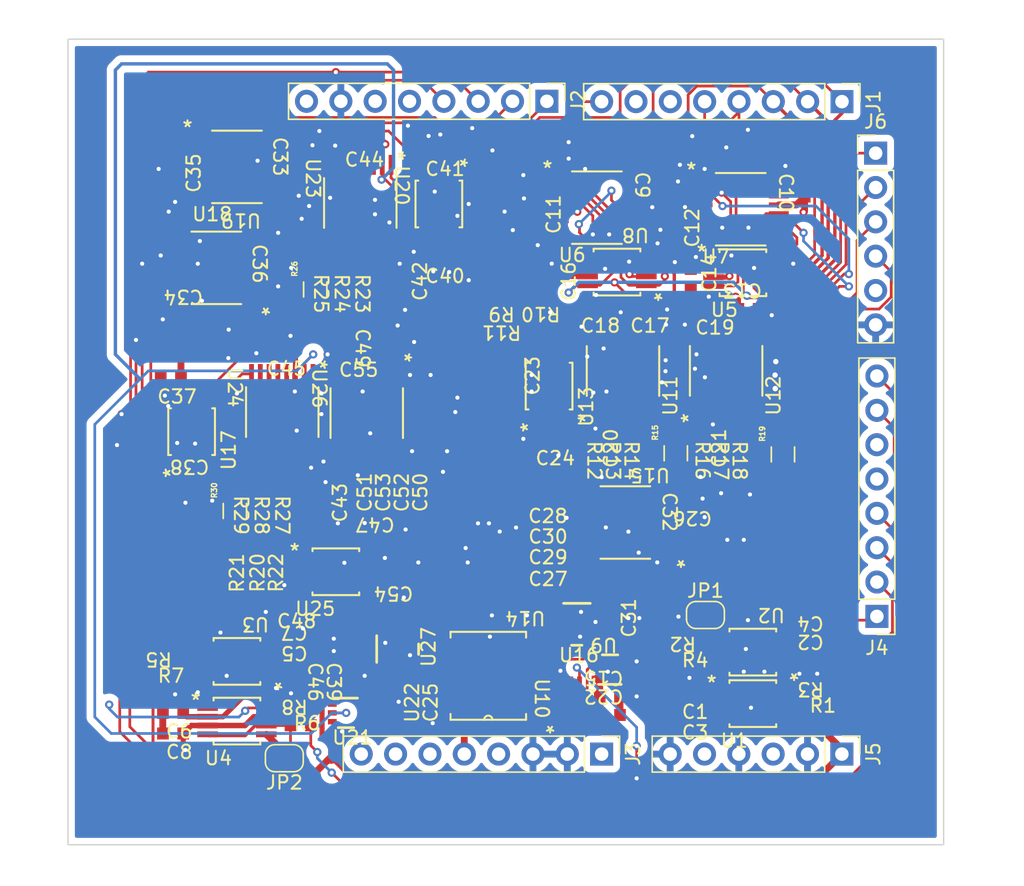
<source format=kicad_pcb>
(kicad_pcb (version 20211014) (generator pcbnew)
  (layers (0 "F.Cu" signal) (1 "In1.Cu" signal) (2 "In2.Cu" power) (31 "B.Cu" signal) (34 "B.Paste" user) (35 "F.Paste" user) (36 "B.SilkS" user "B.Silkscreen") (37 "F.SilkS" user "F.Silkscreen") (38 "B.Mask" user) (39 "F.Mask" user) (44 "Edge.Cuts" user))
  (net 0 "")
  (net 1 "GND")
  (net 2 "-12V")
  (net 3 "+12V")
  (net 4 "+5V")
  (net 5 "/DUT1+")
  (net 6 "Net-(C26-Pad2)")
  (net 7 "Net-(C27-Pad2)")
  (net 8 "Net-(C28-Pad2)")
  (net 9 "/DUT2+")
  (net 10 "Net-(C49-Pad2)")
  (net 11 "Net-(C50-Pad2)")
  (net 12 "Net-(C51-Pad2)")
  (net 13 "/D0")
  (net 14 "/D1")
  (net 15 "/D2")
  (net 16 "/D3")
  (net 17 "/D4")
  (net 18 "/D5")
  (net 19 "/D6")
  (net 20 "/D7")
  (net 21 "/D8")
  (net 22 "/D9")
  (net 23 "/D10")
  (net 24 "/D11")
  (net 25 "/D12")
  (net 26 "/D13")
  (net 27 "+3V3")
  (net 30 "/CH1IN-")
  (net 31 "/CH1IN+")
  (net 32 "/CH2IN-")
  (net 33 "/CH2IN+")
  (net 34 "/CH1OUT-")
  (net 35 "/CH1OUT+")
  (net 36 "/CH2OUT-")
  (net 37 "/CH2OUT+")
  (net 38 "/VREF")
  (net 39 "/DAC1")
  (net 40 "/DAC2")
  (net 41 "/DUT1-")
  (net 42 "/DUT2-")
  (net 43 "Net-(JP1-Pad1)")
  (net 44 "Net-(JP2-Pad1)")
  (net 45 "Net-(R3-Pad2)")
  (net 46 "Net-(R7-Pad2)")
  (net 47 "Net-(R10-Pad2)")
  (net 48 "Net-(R11-Pad2)")
  (net 49 "Net-(R10-Pad1)")
  (net 50 "Net-(R12-Pad1)")
  (net 51 "Net-(R13-Pad1)")
  (net 52 "Net-(R14-Pad1)")
  (net 53 "Net-(R15-Pad1)")
  (net 54 "Net-(R16-Pad1)")
  (net 55 "Net-(R17-Pad1)")
  (net 56 "Net-(R18-Pad1)")
  (net 57 "Net-(R19-Pad1)")
  (net 58 "Net-(R20-Pad1)")
  (net 59 "Net-(R20-Pad2)")
  (net 60 "Net-(R21-Pad1)")
  (net 61 "Net-(R23-Pad1)")
  (net 62 "Net-(R24-Pad1)")
  (net 63 "Net-(R25-Pad1)")
  (net 64 "Net-(R26-Pad1)")
  (net 65 "Net-(R27-Pad1)")
  (net 66 "Net-(R28-Pad1)")
  (net 67 "Net-(R29-Pad1)")
  (net 68 "Net-(R30-Pad1)")
  (net 69 "/CH1_VDM+")
  (net 70 "/CH1_VDM-")
  (net 71 "/CH2_VDM+")
  (net 72 "/CH2_VDM-")
  (net 73 "Net-(U5-Pad4)")
  (net 74 "Net-(U5-Pad5)")
  (net 75 "Net-(U12-Pad8)")
  (net 76 "Net-(U12-Pad9)")
  (net 87 "Net-(U11-Pad9)")
  (net 88 "Net-(U11-Pad8)")
  (net 90 "Net-(U10-Pad2)")
  (net 91 "Net-(U14-Pad4)")
  (net 92 "Net-(U14-Pad5)")
  (net 93 "/Channel 1/S1_2")
  (net 94 "/Channel 1/S1_3")
  (net 95 "S2_3")
  (net 96 "S2_2")
  (net 97 "S2A")
  (net 98 "CH2Y")
  (net 99 "/Channel 1/S1_01")
  (net 103 "Net-(U17-Pad4)")
  (net 104 "Net-(U17-Pad5)")
  (net 105 "Net-(U17-Pad6)")
  (net 106 "Net-(U18-Pad2)")
  (net 117 "Net-(U20-Pad4)")
  (net 118 "Net-(U20-Pad6)")
  (net 120 "Net-(U21-Pad4)")
  (net 121 "/Channel 2/S2_1")
  (net 125 "Net-(U10-Pad4)")
  (net 126 "S2B")
  (footprint "Library:AD8130" (layer "F.Cu") (at 180.347501 94.5642)
    (fp_text reference "U1")
    (fp_text value "AD8130ARMZ-REEL7")
  )
  (footprint "Library:0603" (layer "F.Cu") (at 145.3896 68.4276)
    (fp_text reference "C45")
    (fp_text value "0.1μF")
  )
  (footprint "Connector_PinHeader_2.54mm:PinHeader_1x08_P2.54mm_Vertical" (layer "F.Cu") (at 165.11524 50.0126 -90)
    (fp_text reference "J2")
    (fp_text value "Digital2")
  )
  (footprint "Library:0603" (layer "F.Cu") (at 146.9009 90.678 180)
    (fp_text reference "C7")
    (fp_text value "10μF")
  )
  (footprint "Library:0603" (layer "F.Cu") (at 164.744314 80.843117)
    (fp_text reference "C30")
    (fp_text value "0.1μF")
  )
  (footprint "Library:0603" (layer "F.Cu") (at 164.744314 82.367117)
    (fp_text reference "C29")
    (fp_text value "0.1μF")
  )
  (footprint "Library:SN74HC139" (layer "F.Cu") (at 160.782 92.5068 180)
    (fp_text reference "U14")
    (fp_text value "SN74HC139DBR")
  )
  (footprint "Library:0603" (layer "F.Cu") (at 175.623101 89.9922)
    (fp_text reference "R4")
    (fp_text value "10KΩ")
  )
  (footprint "Library:0603" (layer "F.Cu") (at 174.498 59.825925 90)
    (fp_text reference "C12")
    (fp_text value "0.1μF")
  )
  (footprint "Library:0603" (layer "F.Cu") (at 154.3812 79.4004 90)
    (fp_text reference "C50")
    (fp_text value "100nF")
  )
  (footprint "Library:0603" (layer "F.Cu") (at 151.160599 52.959003)
    (fp_text reference "C44")
    (fp_text value "0.1μF")
  )
  (footprint "Library:ADG509F" (layer "F.Cu") (at 151.312999 57.531003 -90)
    (fp_text reference "U23")
    (fp_text value "ADG509FBRUZ")
  )
  (footprint "Library:ADG509F" (layer "F.Cu") (at 145.542 72.9996 -90)
    (fp_text reference "U24")
    (fp_text value "ADG509FBRUZ")
  )
  (footprint "Library:0603" (layer "F.Cu") (at 185.071901 93.345)
    (fp_text reference "R1")
    (fp_text value "10KΩ")
  )
  (footprint "Library:0603" (layer "F.Cu") (at 137.2997 70.485)
    (fp_text reference "C37")
    (fp_text value "10μF")
  )
  (footprint "Library:0603" (layer "F.Cu") (at 164.242124 58.8264 90)
    (fp_text reference "C11")
    (fp_text value "0.1μF")
  )
  (footprint "Library:ADG411" (layer "F.Cu") (at 170.916514 81.168115 180)
    (fp_text reference "U15")
    (fp_text value "ADG411BRUZ")
  )
  (footprint "Connector_PinHeader_2.54mm:PinHeader_1x08_P2.54mm_Vertical" (layer "F.Cu") (at 169.164 98.298 -90)
    (fp_text reference "J3")
    (fp_text value "Power")
  )
  (footprint "Library:0603" (layer "F.Cu") (at 153.0096 79.4004 90)
    (fp_text reference "C52")
    (fp_text value "0.1μF")
  )
  (footprint "Library:SN74AHCT1G04" (layer "F.Cu") (at 150.2664 95.25)
    (fp_text reference "U21")
    (fp_text value "SN74AHCT1G04DCKR")
  )
  (footprint "Library:0603" (layer "F.Cu") (at 152.8572 82.677 180)
    (fp_text reference "C47")
    (fp_text value "0.1μF")
  )
  (footprint "Library:0603" (layer "F.Cu") (at 142.3416 85.344 90)
    (fp_text reference "R20")
    (fp_text value "402Ω")
  )
  (footprint "Library:ADG1236" (layer "F.Cu") (at 179.450914 57.997125)
    (fp_text reference "U7")
    (fp_text value "ADG1236YRUZ")
  )
  (footprint "Library:0603" (layer "F.Cu") (at 180.7464 76.132725 -90)
    (fp_text reference "R18")
    (fp_text value "1MΩ")
  )
  (footprint "Library:0603" (layer "F.Cu") (at 164.731614 79.319117)
    (fp_text reference "C28")
    (fp_text value "10nF")
  )
  (footprint "Library:AD823" (layer "F.Cu") (at 149.5044 84.8106)
    (fp_text reference "U25")
    (fp_text value "AD823AARMZ")
  )
  (footprint "Library:ADG509F" (layer "F.Cu") (at 178.373114 69.947825 90)
    (fp_text reference "U12")
    (fp_text value "ADG509FBRUZ")
  )
  (footprint "Library:0603" (layer "F.Cu") (at 137.6172 55.7784 90)
    (fp_text reference "C35")
    (fp_text value "0.1μF")
  )
  (footprint "Library:0603" (layer "F.Cu") (at 175.756815 63.169925 90)
    (fp_text reference "C14")
    (fp_text value "10μF")
  )
  (footprint "Library:ADG1236" (layer "F.Cu") (at 142.1892 54.864)
    (fp_text reference "U18")
    (fp_text value "ADG1236YRUZ")
  )
  (footprint "Library:0603" (layer "F.Cu") (at 151.312999 63.779403 -90)
    (fp_text reference "R24")
    (fp_text value "10KΩ")
  )
  (footprint "Library:0603" (layer "F.Cu") (at 143.8656 80.1624 -90)
    (fp_text reference "R29")
    (fp_text value "1MΩ")
  )
  (footprint "Library:0603" (layer "F.Cu") (at 162.217014 68.488127 180)
    (fp_text reference "R11")
    (fp_text value "80.8KΩ")
  )
  (footprint "Library:0603" (layer "F.Cu") (at 146.9136 94.6404)
    (fp_text reference "R6")
    (fp_text value "10KΩ")
  )
  (footprint "Library:0603" (layer "F.Cu") (at 176.326714 82.214717 180)
    (fp_text reference "C26")
    (fp_text value "1μF")
  )
  (footprint "Library:0603" (layer "F.Cu") (at 152.8572 67.818 -90)
    (fp_text reference "C49")
    (fp_text value "1μF")
  )
  (footprint "Library:AD8130" (layer "F.Cu") (at 142.1892 91.44 180)
    (fp_text reference "U3")
    (fp_text value "AD8130ARMZ-REEL7")
  )
  (footprint "Library:AD8130" (layer "F.Cu") (at 179.612512 62.694976)
    (fp_text reference "U5")
    (fp_text value "AD8130ARMZ-REEL7")
  )
  (footprint "Library:0603" (layer "F.Cu") (at 177.093315 65.375827)
    (fp_text reference "C19")
    (fp_text value "0.1μF")
  )
  (footprint "Library:0603" (layer "F.Cu") (at 171.373714 76.132725 -90)
    (fp_text reference "R13")
    (fp_text value "10KΩ")
  )
  (footprint "Library:0603" (layer "F.Cu") (at 175.623101 95.3262)
    (fp_text reference "C3")
    (fp_text value "10μF")
  )
  (footprint "Library:0603" (layer "F.Cu") (at 143.7132 85.344 90)
    (fp_text reference "R22")
    (fp_text value "80.8KΩ")
  )
  (footprint "Library:0603" (layer "F.Cu") (at 152.836999 63.779403 -90)
    (fp_text reference "R23")
    (fp_text value "100Ω")
  )
  (footprint "Library:0603" (layer "F.Cu") (at 150.7236 92.5068 -90)
    (fp_text reference "C39")
    (fp_text value "0.1μF")
  )
  (footprint "Library:ADG411" (layer "F.Cu") (at 151.7904 73.0758 -90)
    (fp_text reference "U26")
    (fp_text value "ADG411BRUZ")
  )
  (footprint "Library:0603" (layer "F.Cu") (at 146.9009 96.1644 180)
    (fp_text reference "R8")
    (fp_text value "10KΩ")
  )
  (footprint "Library:0603" (layer "F.Cu") (at 170.002114 76.132725 -90)
    (fp_text reference "R12")
    (fp_text value "100Ω")
  )
  (footprint "Library:0603" (layer "F.Cu") (at 173.538524 55.745043 -90)
    (fp_text reference "C9")
    (fp_text value "0.1μF")
  )
  (footprint "Library:AD823" (layer "F.Cu") (at 165.277714 71.078927 90)
    (fp_text reference "U13")
    (fp_text value "AD823AARMZ")
  )
  (footprint "Library:0603" (layer "F.Cu") (at 169.7736 94.0308 180)
    (fp_text reference "C15")
    (fp_text value "0.1μF")
  )
  (footprint "Library:0603" (layer "F.Cu") (at 146.7612 53.6448 -90)
    (fp_text reference "C33")
    (fp_text value "0.1μF")
  )
  (footprint "Library:ADG1236" (layer "F.Cu") (at 168.814124 57.878643)
    (fp_text reference "U6")
    (fp_text value "ADG1236YRUZ")
  )
  (footprint "Library:0603" (layer "F.Cu") (at 145.3896 80.1624 -90)
    (fp_text reference "R28")
    (fp_text value "10KΩ")
  )
  (footprint "Library:0603" (layer "F.Cu") (at 169.813999 88.6841 90)
    (fp_text reference "C31")
    (fp_text value "0.1μF")
  )
  (footprint "Library:AD8130" (layer "F.Cu") (at 138.8364 74.4474 90)
    (fp_text reference "U17")
    (fp_text value "AD8130ARMZ-REEL7")
  )
  (footprint "Library:SN74AHCT1G32" (layer "F.Cu") (at 153.0096 94.488 90)
    (fp_text reference "U22")
    (fp_text value "SN74AHCT1G32DCKR")
  )
  (footprint "Library:0603" (layer "F.Cu") (at 137.4648 96.774)
    (fp_text reference "C8")
    (fp_text value "10μF")
  )
  (footprint "Library:0603" (layer "F.Cu") (at 162.217014 67.116527 180)
    (fp_text reference "R9")
    (fp_text value "402Ω")
  )
  (footprint "Library:0603" (layer "F.Cu") (at 136.8552 92.6592 180)
    (fp_text reference "R5")
    (fp_text value "10KΩ")
  )
  (footprint "Library:SN74AHCT1G04" (layer "F.Cu") (at 169.7736 92.0496 180)
    (fp_text reference "U9")
    (fp_text value "SN74AHCT1G04DCKR")
  )
  (footprint "Library:0603" (layer "F.Cu") (at 185.084601 94.869 180)
    (fp_text reference "R3")
    (fp_text value "10KΩ")
  )
  (footprint "Library:0603" (layer "F.Cu") (at 169.7736 95.4024 180)
    (fp_text reference "C22")
    (fp_text value "0.1μF")
  )
  (footprint "Connector_PinHeader_2.54mm:PinHeader_1x08_P2.54mm_Vertical" (layer "F.Cu") (at 186.944 50.038 -90)
    (fp_text reference "J1")
    (fp_text value "Digital1")
  )
  (footprint "Library:0603" (layer "F.Cu") (at 150.2664 79.4004 90)
    (fp_text reference "C51")
    (fp_text value "10nF")
  )
  (footprint "Library:0603" (layer "F.Cu") (at 136.8552 91.1352)
    (fp_text reference "R7")
    (fp_text value "10KΩ")
  )
  (footprint "Library:AD8130" (layer "F.Cu") (at 180.347501 90.7542 180)
    (fp_text reference "U2")
    (fp_text value "AD8130ARMZ-REEL7")
  )
  (footprint "Library:ADG509F" (layer "F.Cu") (at 170.743916 69.960522 90)
    (fp_text reference "U11")
    (fp_text value "ADG509FBRUZ")
  )
  (footprint "Library:SN74LVC1G08" (layer "F.Cu") (at 154.0764 90.5256 90)
    (fp_text reference "U27")
    (fp_text value "SN74LVC1G08DBVR")
  )
  (footprint "Library:0603" (layer "F.Cu") (at 140.8176 85.3567 90)
    (fp_text reference "R21")
    (fp_text value "100Ω")
  )
  (footprint "Library:1206" (layer "F.Cu") (at 147.9804 63.931803 -90)
    (fp_text reference "R26")
    (fp_text value "10MΩ")
  )
  (footprint "Library:0603" (layer "F.Cu") (at 138.684 65.8368 180)
    (fp_text reference "C34")
    (fp_text value "0.1μF")
  )
  (footprint "Library:0603" (layer "F.Cu") (at 162.686914 70.774127 90)
    (fp_text reference "C23")
    (fp_text value "0.1μF")
  )
  (footprint "Library:0603" (layer "F.Cu") (at 137.4648 95.25)
    (fp_text reference "C6")
    (fp_text value "10μF")
  )
  (footprint "Library:0603" (layer "F.Cu") (at 145.2372 61.5696 -90)
    (fp_text reference "C36")
    (fp_text value "0.1μF")
  )
  (footprint "Library:0603" (layer "F.Cu") (at 175.564714 79.928717 -90)
    (fp_text reference "C32")
    (fp_text value "0.1μF")
  )
  (footprint "Library:AD8130" (layer "F.Cu") (at 142.1892 95.8596)
    (fp_text reference "U4")
    (fp_text value "AD8130ARMZ-REEL7")
  )
  (footprint "Library:0603" (layer "F.Cu") (at 146.9136 80.1624 -90)
    (fp_text reference "R27")
    (fp_text value "100Ω")
  )
  (footprint "Library:0603" (layer "F.Cu") (at 178.0032 76.132725 -90)
    (fp_text reference "R16")
    (fp_text value "100Ω")
  )
  (footprint "Library:0603" (layer "F.Cu") (at 139.1412 78.4098 180)
    (fp_text reference "C38")
    (fp_text value "10μF")
  )
  (footprint "Library:0603" (layer "F.Cu") (at 165.354 63.788322 90)
    (fp_text reference "C16")
    (fp_text value "10μF")
  )
  (footprint "Library:0603" (layer "F.Cu") (at 150.7363 68.5038)
    (fp_text reference "C55")
    (fp_text value "0.1μF")
  )
  (footprint "Library:AD8130" (layer "F.Cu") (at 157.1244 57.6072 -90)
    (fp_text reference "U20")
    (fp_text value "AD8130ARMZ-REEL7")
  )
  (footprint "Library:0603" (layer "F.Cu") (at 164.7444 83.97859)
    (fp_text reference "C27")
    (fp_text value "100nF")
  )
  (footprint "Library:SN74AHCT1G32" (layer "F.Cu") (at 166.878 94.1832 -90)
    (fp_text reference "U10")
    (fp_text value "SN74AHCT1G32DCKR")
  )
  (footprint "Library:0603" (layer "F.Cu") (at 149.352 92.5068 -90)
    (fp_text reference "C46")
    (fp_text value "0.1μF")
  )
  (footprint "Library:0603" (layer "F.Cu") (at 146.9009 92.202 180)
    (fp_text reference "C5")
    (fp_text value "10μF")
  )
  (footprint "Library:0603" (layer "F.Cu") (at 165.277714 75.041327)
    (fp_text reference "C24")
    (fp_text value "0.1μF")
  )
  (footprint "Library:0603" (layer "F.Cu") (at 149.788999 63.779403 -90)
    (fp_text reference "R25")
    (fp_text value "1MΩ")
  )
  (footprint "Library:0603" (layer "F.Cu") (at 175.623101 93.8022)
    (fp_text reference "C1")
    (fp_text value "10μF")
  )
  (footprint "Connector_PinHeader_2.54mm:PinHeader_1x06_P2.54mm_Vertical" (layer "F.Cu") (at 189.4332 53.848)
    (fp_text reference "J6")
    (fp_text value "Interface")
  )
  (footprint "Library:0603" (layer "F.Cu") (at 184.175314 56.320725 -90)
    (fp_text reference "C10")
    (fp_text value "0.1μF")
  )
  (footprint "Library:0603" (layer "F.Cu") (at 151.638 79.4004 90)
    (fp_text reference "C53")
    (fp_text value "0.1μF")
  )
  (footprint "Library:0603" (layer "F.Cu") (at 157.1244 53.6448)
    (fp_text reference "C41")
    (fp_text value "10μF")
  )
  (footprint "Library:0603" (layer "F.Cu") (at 172.280616 65.236122)
    (fp_text reference "C17")
    (fp_text value "10μF")
  )
  (footprint "Library:0603" (layer "F.Cu") (at 179.3748 76.132725 -90)
    (fp_text reference "R17")
    (fp_text value "10KΩ")
  )
  (footprint "Library:0603" (layer "F.Cu") (at 172.745314 76.132725 -90)
    (fp_text reference "R14")
    (fp_text value "1MΩ")
  )
  (footprint "Library:0603" (layer "F.Cu") (at 185.071901 91.3638 180)
    (fp_text reference "C2")
    (fp_text value "10μF")
  )
  (footprint "Library:0603" (layer "F.Cu") (at 155.1432 94.9452 90)
    (fp_text reference "C25")
    (fp_text value "0.1μF")
  )
  (footprint "Library:SN74LVC1G08" (layer "F.Cu") (at 167.3352 88.6968)
    (fp_text reference "U16")
    (fp_text value "SN74LVC1G08DBVR")
  )
  (footprint "Library:0603" (layer "F.Cu") (at 185.071901 89.9922 180)
    (fp_text reference "C4")
    (fp_text value "10μF")
  )
  (footprint "Library:AD8130" (layer "F.Cu") (at 170.299416 62.645322 180)
    (fp_text reference "U8")
    (fp_text value "AD8130ARMZ-REEL7")
  )
  (footprint "Library:0603" (layer "F.Cu") (at 165.112614 67.116527 180)
    (fp_text reference "R10")
    (fp_text value "100Ω")
  )
  (footprint "Library:0603" (layer "F.Cu") (at 146.1516 87.0966)
    (fp_text reference "C48")
    (fp_text value "0.1μF")
  )
  (footprint "Library:0603" (layer "F.Cu") (at 180.029313 65.375827 180)
    (fp_text reference "C13")
    (fp_text value "10μF")
  )
  (footprint "Jumper:SolderJumper-2_P1.3mm_Open_RoundedPad1.0x1.5mm" (layer "F.Cu") (at 145.6944 98.6028 180)
    (fp_text reference "JP2")
    (fp_text value "SolderJumper_2_Open")
  )
  (footprint "Connector_PinHeader_2.54mm:PinHeader_1x06_P2.54mm_Vertical" (layer "F.Cu") (at 186.93384 98.298 -90)
    (fp_text reference "J5")
    (fp_text value "Analog2")
  )
  (footprint "Library:0603" (layer "F.Cu") (at 154.360999 63.779403 90)
    (fp_text reference "C42")
    (fp_text value "0.1μF")
  )
  (footprint "Library:0603" (layer "F.Cu") (at 148.4376 80.1624 90)
    (fp_text reference "C43")
    (fp_text value "0.1μF")
  )
  (footprint "Library:1206" (layer "F.Cu") (at 182.5752 76.132725 -90)
    (fp_text reference "R19")
    (fp_text value "10MΩ")
  )
  (footprint "Library:1206" (layer "F.Cu") (at 174.6504 76.0476 -90)
    (fp_text reference "R15")
    (fp_text value "10MΩ")
  )
  (footprint "Connector_PinHeader_2.54mm:PinHeader_1x08_P2.54mm_Vertical" (layer "F.Cu") (at 189.52464 88.1126 180)
    (fp_text reference "J4")
    (fp_text value "Analog1")
  )
  (footprint "Library:0603" (layer "F.Cu") (at 176.4792 76.132725 90)
    (fp_text reference "C21")
    (fp_text value "0.1μF")
  )
  (footprint "Library:0603" (layer "F.Cu") (at 157.1244 61.5696)
    (fp_text reference "C40")
    (fp_text value "10μF")
  )
  (footprint "Library:ADG1236" (layer "F.Cu") (at 140.6652 62.3316 180)
    (fp_text reference "U19")
    (fp_text value "ADG1236YRUZ")
  )
  (footprint "Library:1206" (layer "F.Cu") (at 142.0368 80.3148 -90)
    (fp_text reference "R30")
    (fp_text value "10MΩ")
  )
  (footprint "Library:0603" (layer "F.Cu") (at 168.623016 65.236122)
    (fp_text reference "C18")
    (fp_text value "0.1μF")
  )
  (footprint "Library:0603" (layer "F.Cu") (at 175.623101 91.5162 180)
    (fp_text reference "R2")
    (fp_text value "10KΩ")
  )
  (footprint "Library:0603" (layer "F.Cu") (at 168.478114 76.132725 90)
    (fp_text reference "C20")
    (fp_text value "0.1μF")
  )
  (footprint "Jumper:SolderJumper-2_P1.3mm_Open_RoundedPad1.0x1.5mm" (layer "F.Cu") (at 176.842301 88.011)
    (fp_text reference "JP1")
    (fp_text value "SolderJumper_2_Open")
  )
  (footprint "Library:0603" (layer "F.Cu") (at 154.2288 87.7824 180)
    (fp_text reference "C54")
    (fp_text value "0.1μF")
  )
  (gr_rect (start 129.6924 45.4152) (end 194.4624 105.0036) (layer "Edge.Cuts") (width 0.1) (fill none))
  (segment (start 170.5229 94.0308) (end 171.7548 94.0308) (width 0.508) (layer "F.Cu") (net 1))
  (segment (start 163.934573 71.523427) (end 163.9824 71.4756) (width 0.381) (layer "F.Cu") (net 1))
  (segment (start 154.9781 87.7824) (end 154.9781 87.1601) (width 0.381) (layer "F.Cu") (net 1))
  (segment (start 156.3751 52.5907) (end 156.3624 52.578) (width 0.381) (layer "F.Cu") (net 1))
  (segment (start 170.798599 91.399601) (end 171.714401 91.399601) (width 0.381) (layer "F.Cu") (net 1))
  (segment (start 147.6756 90.7542) (end 147.6756 92.1258) (width 0.508) (layer "F.Cu") (net 1))
  (segment (start 165.354 64.537622) (end 165.354 65.617122) (width 0.508) (layer "F.Cu") (net 1))
  (segment (start 145.0086 87.0966) (end 144.3228 87.7824) (width 0.381) (layer "F.Cu") (net 1))
  (segment (start 185.821201 91.3638) (end 185.821201 89.9922) (width 0.508) (layer "F.Cu") (net 1))
  (segment (start 174.76831 60.575225) (end 175.4124 59.931135) (width 0.254) (layer "F.Cu") (net 1))
  (segment (start 166.228001 92.248102) (end 166.116 92.136101) (width 0.381) (layer "F.Cu") (net 1))
  (segment (start 152.937997 59.502303) (end 153.4668 58.9735) (width 0.381) (layer "F.Cu") (net 1))
  (segment (start 155.026398 91.018398) (end 155.026398 91.800601) (width 0.381) (layer "F.Cu") (net 1))
  (segment (start 163.660941 82.367117) (end 162.834014 81.54019) (width 0.508) (layer "F.Cu") (net 1))
  (segment (start 137.797708 56.5277) (end 137.6172 56.5277) (width 0.381) (layer "F.Cu") (net 1))
  (segment (start 150.411299 52.959003) (end 149.789609 52.959003) (width 0.381) (layer "F.Cu") (net 1))
  (segment (start 156.713505 62.590095) (end 156.3751 62.25169) (width 0.508) (layer "F.Cu") (net 1))
  (segment (start 139.3698 55.838999) (end 138.486409 55.838999) (width 0.381) (layer "F.Cu") (net 1))
  (segment (start 176.344015 65.375827) (end 176.344015 65.701615) (width 0.381) (layer "F.Cu") (net 1))
  (segment (start 169.5958 89.4334) (end 169.813999 89.4334) (width 0.381) (layer "F.Cu") (net 1))
  (segment (start 184.322601 93.1418) (end 185.110001 92.3544) (width 0.4064) (layer "F.Cu") (net 1))
  (segment (start 147.344798 77.1144) (end 147.6756 77.1144) (width 0.381) (layer "F.Cu") (net 1))
  (segment (start 154.9781 95.5294) (end 155.1432 95.6945) (width 0.381) (layer "F.Cu") (net 1))
  (segment (start 147.408529 52.8955) (end 147.77621 53.263181) (width 0.381) (layer "F.Cu") (net 1))
  (segment (start 176.372401 91.948) (end 175.661201 92.6592) (width 0.4064) (layer "F.Cu") (net 1))
  (segment (start 137.6172 93.8784) (end 137.6172 94.149832) (width 0.4064) (layer "F.Cu") (net 1))
  (segment (start 153.6065 82.677) (end 153.6065 83.314506) (width 0.381) (layer "F.Cu") (net 1))
  (segment (start 154.360999 64.528703) (end 154.360999 65.173472) (width 0.508) (layer "F.Cu") (net 1))
  (segment (start 180.778613 65.375827) (end 181.286127 65.375827) (width 0.508) (layer "F.Cu") (net 1))
  (segment (start 147.166998 76.9366) (end 147.344798 77.1144) (width 0.381) (layer "F.Cu") (net 1))
  (segment (start 156.3497 95.6945) (end 156.6672 96.012) (width 0.508) (layer "F.Cu") (net 1))
  (segment (start 176.344015 65.090127) (end 176.968942 64.4652) (width 0.508) (layer "F.Cu") (net 1))
  (segment (start 136.5504 71.4756) (end 136.8552 71.7804) (width 0.381) (layer "F.Cu") (net 1))
  (segment (start 146.1897 93.8022) (end 146.248468 93.8022) (width 0.4064) (layer "F.Cu") (net 1))
  (segment (start 147.6502 92.400468) (end 147.6502 92.202) (width 0.4064) (layer "F.Cu") (net 1))
  (segment (start 162.686914 71.523427) (end 163.934573 71.523427) (width 0.381) (layer "F.Cu") (net 1))
  (segment (start 175.876276 58.972124) (end 176.631514 58.972124) (width 0.254) (layer "F.Cu") (net 1))
  (segment (start 168.71122 88.5261) (end 167.5059 88.5261) (width 0.381) (layer "F.Cu") (net 1))
  (segment (start 175.4124 59.931135) (end 175.4124 59.436) (width 0.254) (layer "F.Cu") (net 1))
  (segment (start 163.531087 80.843117) (end 162.834014 81.54019) (width 0.508) (layer "F.Cu") (net 1))
  (segment (start 149.987 68.5038) (end 149.1234 68.5038) (width 0.508) (layer "F.Cu") (net 1))
  (segment (start 137.6172 94.149832) (end 136.7155 95.051532) (width 0.4064) (layer "F.Cu") (net 1))
  (segment (start 139.8905 79.0829) (end 140.3604 79.5528) (width 0.381) (layer "F.Cu") (net 1))
  (segment (start 169.164 77.652926) (end 168.478114 76.96704) (width 0.508) (layer "F.Cu") (net 1))
  (segment (start 164.4396 60.6552) (end 164.242124 60.457724) (width 0.508) (layer "F.Cu") (net 1))
  (segment (start 168.478114 76.96704) (end 168.478114 76.882025) (width 0.508) (layer "F.Cu") (net 1))
  (segment (start 174.873801 93.4466) (end 175.661201 92.6592) (width 0.508) (layer "F.Cu") (net 1))
  (segment (start 167.675715 65.434123) (end 167.675715 66.683922) (width 0.508) (layer "F.Cu") (net 1))
  (segment (start 166.228001 93.1418) (end 166.228001 92.248102) (width 0.381) (layer "F.Cu") (net 1))
  (segment (start 145.2372 60.8203) (end 145.056692 60.8203) (width 0.381) (layer "F.Cu") (net 1))
  (segment (start 175.756815 63.919225) (end 175.756815 64.788627) (width 0.508) (layer "F.Cu") (net 1))
  (segment (start 167.873716 65.236122) (end 167.675715 65.434123) (width 0.508) (layer "F.Cu") (net 1))
  (segment (start 181.286127 65.375827) (end 181.7471 65.8368) (width 0.508) (layer "F.Cu") (net 1))
  (segment (start 176.748116 66.105716) (end 176.748116 67.128425) (width 0.381) (layer "F.Cu") (net 1))
  (segment (start 175.564714 79.179417) (end 176.410617 79.179417) (width 0.508) (layer "F.Cu") (net 1))
  (segment (start 164.33283 59.5757) (end 165.054888 58.853642) (width 0.254) (layer "F.Cu") (net 1))
  (segment (start 171.714401 91.399601) (end 171.7548 91.44) (width 0.381) (layer "F.Cu") (net 1))
  (segment (start 176.344015 65.701615) (end 176.748116 66.105716) (width 0.381) (layer "F.Cu") (net 1))
  (segment (start 151.638 80.1497) (end 153.0096 80.1497) (width 0.508) (layer "F.Cu") (net 1))
  (segment (start 163.433327 75.041327) (end 163.3728 74.9808) (width 0.381) (layer "F.Cu") (net 1))
  (segment (start 145.2372 60.8203) (end 145.2372 59.7408) (width 0.381) (layer "F.Cu") (net 1))
  (segment (start 185.821201 91.6432) (end 185.110001 92.3544) (width 0.508) (layer "F.Cu") (net 1))
  (segment (start 153.6065 83.314506) (end 153.131503 83.789503) (width 0.381) (layer "F.Cu") (net 1))
  (segment (start 151.638 80.1497) (end 151.638 81.2075) (width 0.508) (layer "F.Cu") (net 1))
  (segment (start 137.6172 57.4548) (end 137.6172 56.5277) (width 0.381) (layer "F.Cu") (net 1))
  (segment (start 163.995014 82.367117) (end 163.660941 82.367117) (width 0.508) (layer "F.Cu") (net 1))
  (segment (start 154.360999 65.173472) (end 154.626564 65.439037) (width 0.508) (layer "F.Cu") (net 1))
  (segment (start 137.6045 93.8657) (end 137.6045 92.6592) (width 0.4064) (layer "F.Cu") (net 1))
  (segment (start 151.465402 71.455402) (end 151.465402 70.2564) (width 0.254) (layer "F.Cu") (net 1))
  (segment (start 156.3751 62.25169) (end 156.3751 61.5696) (width 0.508) (layer "F.Cu") (net 1))
  (segment (start 168.726191 88.5261) (end 169.400699 89.200608) (width 0.381) (layer "F.Cu") (net 1))
  (segment (start 136.5504 70.485) (end 136.5504 71.4756) (width 0.381) (layer "F.Cu") (net 1))
  (segment (start 175.756815 64.788627) (end 176.344015 65.375827) (width 0.508) (layer "F.Cu") (net 1))
  (segment (start 151.4856 71.4756) (end 151.465402 71.455402) (width 0.254) (layer "F.Cu") (net 1))
  (segment (start 175.480983 79.179417) (end 175.564714 79.179417) (width 0.254) (layer "F.Cu") (net 1))
  (segment (start 145.056692 60.8203) (end 144.520391 61.356601) (width 0.381) (layer "F.Cu") (net 1))
  (segment (start 169.311904 68.297675) (end 169.118918 68.104689) (width 0.254) (layer "F.Cu") (net 1))
  (segment (start 173.735914 80.843117) (end 174.731683 80.843117) (width 0.254) (layer "F.Cu") (net 1))
  (segment (start 174.820214 79.840186) (end 175.480983 79.179417) (width 0.254) (layer "F.Cu") (net 1))
  (segment (start 139.8905 78.4098) (end 139.8905 79.0829) (width 0.381) (layer "F.Cu") (net 1))
  (segment (start 156.3751 53.6448) (end 156.3751 52.5907) (width 0.381) (layer "F.Cu") (net 1))
  (segment (start 174.731683 80.843117) (end 174.820214 80.754586) (width 0.254) (layer "F.Cu") (net 1))
  (segment (start 174.442515 60.51974) (end 174.498 60.575225) (width 0.508) (layer "F.Cu") (net 1))
  (segment (start 165.054888 58.853642) (end 165.994724 58.853642) (width 0.254) (layer "F.Cu") (net 1))
  (segment (start 163.995014 80.843117) (end 163.531087 80.843117) (width 0.508) (layer "F.Cu") (net 1))
  (segment (start 139.4333 65.8368) (end 139.4333 64.9351) (width 0.381) (layer "F.Cu") (net 1))
  (segment (start 153.659599 95.5294) (end 154.9781 95.5294) (width 0.381) (layer "F.Cu") (net 1))
  (segment (start 136.7155 95.051532) (end 136.7155 95.25) (width 0.4064) (layer "F.Cu") (net 1))
  (segment (start 173.299883 60.51974) (end 174.442515 60.51974) (width 0.508) (layer "F.Cu") (net 1))
  (segment (start 166.385202 89.646798) (end 166.060199 89.646798) (width 0.381) (layer "F.Cu") (net 1))
  (segment (start 176.4792 77.797144) (end 176.4792 76.882025) (width 0.508) (layer "F.Cu") (net 1))
  (segment (start 183.395311 54.791422) (end 182.757122 54.791422) (width 0.508) (layer "F.Cu") (net 1))
  (segment (start 174.873801 93.8022) (end 174.873801 93.4466) (width 0.508) (layer "F.Cu") (net 1))
  (segment (start 184.175314 55.571425) (end 183.395311 54.791422) (width 0.508) (layer "F.Cu") (net 1))
  (segment (start 176.372401 91.5162) (end 176.372401 91.948) (width 0.4064) (layer "F.Cu") (net 1))
  (segment (start 147.166998 75.819) (end 147.166998 76.9366) (width 0.381) (layer "F.Cu") (net 1))
  (segment (start 149.789609 52.959003) (end 149.456506 53.292106) (width 0.381) (layer "F.Cu") (net 1))
  (segment (start 168.71122 88.5261) (end 168.726191 88.5261) (width 0.381) (layer "F.Cu") (net 1))
  (segment (start 145.4023 87.0966) (end 145.0086 87.0966) (width 0.381) (layer "F.Cu") (net 1))
  (segment (start 154.9908 90.9828) (end 155.026398 91.018398) (width 0.381) (layer "F.Cu") (net 1))
  (segment (start 149.241401 95.899999) (end 149.241401 95.901401) (width 0.381) (layer "F.Cu") (net 1))
  (segment (start 146.1643 93.8276) (end 146.1643 94.6404) (width 0.4064) (layer "F.Cu") (net 1))
  (segment (start 174.820214 80.754586) (end 174.820214 79.840186) (width 0.254) (layer "F.Cu") (net 1))
  (segment (start 149.1234 68.5038) (end 148.8948 68.7324) (width 0.508) (layer "F.Cu") (net 1))
  (segment (start 174.671057 54.995743) (end 173.538524 54.995743) (width 0.508) (layer "F.Cu") (net 1))
  (segment (start 169.400699 89.238299) (end 169.5958 89.4334) (width 0.381) (layer "F.Cu") (net 1))
  (segment (start 169.400699 89.200608) (end 169.400699 89.238299) (width 0.381) (layer "F.Cu") (net 1))
  (segment (start 164.242124 60.457724) (end 164.242124 59.694743) (width 0.508) (layer "F.Cu") (net 1))
  (segment (start 165.475196 90.231801) (end 166.060199 89.646798) (width 0.381) (layer "F.Cu") (net 1))
  (segment (start 185.821201 91.3638) (end 185.821201 91.6432) (width 0.508) (layer "F.Cu") (net 1))
  (segment (start 149.352 91.7575) (end 149.352 90.678) (width 0.381) (layer "F.Cu") (net 1))
  (segment (start 164.242124 59.5757) (end 164.33283 59.5757) (width 0.254) (layer "F.Cu") (net 1))
  (segment (start 146.7612 52.8955) (end 147.408529 52.8955) (width 0.381) (layer "F.Cu") (net 1))
  (segment (start 136.7028 95.3262) (end 136.7028 96.6978) (width 0.508) (layer "F.Cu") (net 1))
  (segment (start 139.4333 64.9351) (end 139.5984 64.77) (width 0.381) (layer "F.Cu") (net 1))
  (segment (start 176.344015 65.375827) (end 176.344015 65.090127) (width 0.508) (layer "F.Cu") (net 1))
  (segment (start 164.528414 75.041327) (end 163.433327 75.041327) (width 0.381) (layer "F.Cu") (net 1))
  (segment (start 144.6403 68.4276) (end 143.843414 68.4276) (width 0.381) (layer "F.Cu") (net 1))
  (segment (start 176.410617 79.179417) (end 176.6316 79.4004) (width 0.508) (layer "F.Cu") (net 1))
  (segment (start 170.5229 94.0308) (end 170.5229 95.4024) (width 0.508) (layer "F.Cu") (net 1))
  (segment (start 170.957915 65.236122) (end 170.574115 65.619922) (width 0.508) (layer "F.Cu") (net 1))
  (segment (start 148.4376 80.9117) (end 149.335736 80.9117) (width 0.381) (layer "F.Cu") (net 1))
  (segment (start 155.1432 95.6945) (end 156.3497 95.6945) (width 0.508) (layer "F.Cu") (net 1))
  (segment (start 146.1897 93.8022) (end 146.1643 93.8276) (width 0.4064) (layer "F.Cu") (net 1))
  (segment (start 174.498 60.575225) (end 174.76831 60.575225) (width 0.254) (layer "F.Cu") (net 1))
  (segment (start 144.520391 61.356601) (end 143.4846 61.356601) (width 0.381) (layer "F.Cu") (net 1))
  (segment (start 175.4124 59.436) (end 175.876276 58.972124) (width 0.254) (layer "F.Cu") (net 1))
  (segment (start 154.9781 87.1601) (end 154.5336 86.7156) (width 0.381) (layer "F.Cu") (net 1))
  (segment (start 146.248468 93.8022) (end 147.6502 92.400468) (width 0.4064) (layer "F.Cu") (net 1))
  (segment (start 174.873801 95.3262) (end 174.873801 93.8022) (width 0.508) (layer "F.Cu") (net 1))
  (segment (start 164.211 90.231801) (end 165.475196 90.231801) (width 0.381) (layer "F.Cu") (net 1))
  (segment (start 171.531316 65.236122) (end 170.957915 65.236122) (width 0.508) (layer "F.Cu") (net 1))
  (segment (start 169.118918 68.104689) (end 169.118918 67.141122) (width 0.254) (layer "F.Cu") (net 1))
  (segment (start 138.486409 55.838999) (end 137.797708 56.5277) (width 0.381) (layer "F.Cu") (net 1))
  (segment (start 176.968942 64.4652) (end 177.0888 64.4652) (width 0.508) (layer "F.Cu") (net 1))
  (segment (start 143.843414 68.4276) (end 143.625907 68.645107) (width 0.381) (layer "F.Cu") (net 1))
  (segment (start 167.5059 88.5261) (end 166.385202 89.646798) (width 0.381) (layer "F.Cu") (net 1))
  (segment (start 149.241401 95.901401) (end 149.9616 96.6216) (width 0.381) (layer "F.Cu") (net 1))
  (segment (start 184.322601 93.345) (end 184.322601 93.1418) (width 0.4064) (layer "F.Cu") (net 1))
  (segment (start 149.352 91.7575) (end 150.7236 91.7575) (width 0.381) (layer "F.Cu") (net 1))
  (segment (start 174.9552 54.7116) (end 174.671057 54.995743) (width 0.508) (layer "F.Cu") (net 1))
  (segment (start 149.335736 80.9117) (end 149.653949 81.229913) (width 0.381) (layer "F.Cu") (net 1))
  (segment (start 137.6172 93.8784) (end 137.6045 93.8657) (width 0.4064) (layer "F.Cu") (net 1))
  (segment (start 152.937997 60.350403) (end 152.937997 59.502303) (width 0.381) (layer "F.Cu") (net 1))
  (via blind (at 145.2372 59.7408) (size 0.6096) (drill 0.3048) (layers "F.Cu" "In1.Cu") (net 1))
  (via blind (at 174.9552 54.7116) (size 0.6096) (drill 0.3048) (layers "F.Cu" "In1.Cu") (net 1))
  (via blind (at 173.299883 60.51974) (size 0.6096) (drill 0.3048) (layers "F.Cu" "In1.Cu") (net 1))
  (via blind (at 139.5984 64.77) (size 0.6096) (drill 0.3048) (layers "F.Cu" "In1.Cu") (net 1))
  (via blind (at 181.7471 65.8368) (size 0.6096) (drill 0.3048) (layers "F.Cu" "In1.Cu") (net 1))
  (via blind (at 166.116 92.136101) (size 0.6096) (drill 0.3048) (layers "F.Cu" "In1.Cu") (net 1))
  (via blind (at 156.3624 52.578) (size 0.6096) (drill 0.3048) (layers "F.Cu" "In1.Cu") (net 1))
  (via blind (at 177.0888 64.4652) (size 0.6096) (drill 0.3048) (layers "F.Cu" "In1.Cu") (net 1))
  (via blind (at 136.8552 71.7804) (size 0.6096) (drill 0.3048) (layers "F.Cu" "In1.Cu") (net 1))
  (via blind (at 171.7548 94.0308) (size 0.6096) (drill 0.3048) (layers "F.Cu" "In1.Cu") (net 1))
  (via blind (at 146.1897 93.8022) (size 0.6096) (drill 0.3048) (layers "F.Cu" "In1.Cu") (net 1))
  (via blind (at 144.3228 87.7824) (size 0.6096) (drill 0.3048) (layers "F.Cu" "In1.Cu") (net 1))
  (via blind (at 167.675715 66.683922) (size 0.6096) (drill 0.3048) (layers "F.Cu" "In1.Cu") (net 1))
  (via blind (at 149.653949 81.229913) (size 0.6096) (drill 0.3048) (layers "F.Cu" "In1.Cu") (net 1))
  (via blind (at 168.71122 88.5261) (size 0.6096) (drill 0.3048) (layers "F.Cu" "In1.Cu") (net 1))
  (via blind (at 165.354 65.617122) (size 0.6096) (drill 0.3048) (layers "F.Cu" "In1.Cu") (net 1))
  (via blind (at 137.6172 93.8784) (size 0.6096) (drill 0.3048) (layers "F.Cu" "In1.Cu") (net 1))
  (via blind (at 156.6672 96.012) (size 0.6096) (drill 0.3048) (layers "F.Cu" "In1.Cu") (net 1))
  (via blind (at 147.77621 53.263181) (size 0.6096) (drill 0.3048) (layers "F.Cu" "In1.Cu") (net 1))
  (via blind (at 169.164 77.811516) (size 0.6096) (drill 0.3048) (layers "F.Cu" "In1.Cu") (net 1))
  (via blind (at 169.311904 68.297675) (size 0.6096) (drill 0.3048) (layers "F.Cu" "In1.Cu") (net 1))
  (via blind (at 164.4396 60.6552) (size 0.6096) (drill 0.3048) (layers "F.Cu" "In1.Cu") (net 1))
  (via blind (at 176.4792 77.797144) (size 0.6096) (drill 0.3048) (layers "F.Cu" "In1.Cu") (net 1))
  (via blind (at 154.5336 86.7156) (size 0.6096) (drill 0.3048) (layers "F.Cu" "In1.Cu") (net 1))
  (via blind (at 153.131503 83.789503) (size 0.6096) (drill 0.3048) (layers "F.Cu" "In1.Cu") (net 1))
  (via blind (at 170.574115 65.619922) (size 0.6096) (drill 0.3048) (layers "F.Cu" "In1.Cu") (net 1))
  (via blind (at 151.638 81.2075) (size 0.6096) (drill 0.3048) (layers "F.Cu" "In1.Cu") (net 1))
  (via blind (at 163.3728 74.9808) (size 0.6096) (drill 0.3048) (layers "F.Cu" "In1.Cu") (net 1))
  (via blind (at 149.352 90.678) (size 0.6096) (drill 0.3048) (layers "F.Cu" "In1.Cu") (net 1))
  (via blind (at 156.713505 62.590095) (size 0.6096) (drill 0.3048) (layers "F.Cu" "In1.Cu") (net 1))
  (via blind (at 149.9616 96.6216) (size 0.6096) (drill 0.3048) (layers "F.Cu" "In1.Cu") (net 1))
  (via blind (at 154.9908 90.9828) (size 0.6096) (drill 0.3048) (layers "F.Cu" "In1.Cu") (net 1))
  (via (at 162.834014 81.54019) (size 0.6096) (drill 0.3048) (layers "F.Cu" "B.Cu") (net 1))
  (via blind (at 147.6756 77.1144) (size 0.6096) (drill 0.3048) (layers "F.Cu" "In1.Cu") (net 1))
  (via blind (at 185.110001 92.3544) (size 0.6096) (drill 0.3048) (layers "F.Cu" "In1.Cu") (net 1))
  (via blind (at 143.625907 68.645107) (size 0.6096) (drill 0.3048) (layers "F.Cu" "In1.Cu") (net 1))
  (via blind (at 154.626564 65.439037) (size 0.6096) (drill 0.3048) (layers "F.Cu" "In1.Cu") (net 1))
  (via blind (at 140.3604 79.5528) (size 0.6096) (drill 0.3048) (layers "F.Cu" "In1.Cu") (net 1))
  (via blind (at 137.6172 57.4548) (size 0.6096) (drill 0.3048) (layers "F.Cu" "In1.Cu") (net 1))
  (via blind (at 176.6316 79.4004) (size 0.6096) (drill 0.3048) (layers "F.Cu" "In1.Cu") (net 1))
  (via blind (at 171.7548 91.44) (size 0.6096) (drill 0.3048) (layers "F.Cu" "In1.Cu") (net 1))
  (via blind (at 153.4668 58.9735) (size 0.6096) (drill 0.3048) (layers "F.Cu" "In1.Cu") (net 1))
  (via blind (at 149.456506 53.292106) (size 0.6096) (drill 0.3048) (layers "F.Cu" "In1.Cu") (net 1))
  (via blind (at 148.8948 68.7324) (size 0.6096) (drill 0.3048) (layers "F.Cu" "In1.Cu") (net 1))
  (via blind (at 182.757122 54.791422) (size 0.6096) (drill 0.3048) (layers "F.Cu" "In1.Cu") (net 1))
  (via blind (at 175.661201 92.6592) (size 0.6096) (drill 0.3048) (layers "F.Cu" "In1.Cu") (net 1))
  (via blind (at 163.9824 71.4756) (size 0.6096) (drill 0.3048) (layers "F.Cu" "In1.Cu") (net 1))
  (via blind (at 151.4856 71.4756) (size 0.6096) (drill 0.3048) (layers "F.Cu" "In1.Cu") (net 1))
  (segment (start 150.9681 67.6053) (end 151.4856 68.1228) (width 0.508) (layer "F.Cu") (net 2))
  (segment (start 163.419105 57.196305) (end 163.419105 57.254081) (width 0.508) (layer "F.Cu") (net 2))
  (segment (start 174.749615 81.493116) (end 173.735914 81.493116) (width 0.25) (layer "F.Cu") (net 2))
  (segment (start 165.994724 58.203641) (end 164.368665 58.203641) (width 0.254) (layer "F.Cu") (net 2))
  (segment (start 145.714601 91.765001) (end 146.1516 92.202) (width 0.4064) (layer "F.Cu") (net 2))
  (segment (start 144.6022 62.006602) (end 144.914498 62.3189) (width 0.381) (layer "F.Cu") (net 2))
  (segment (start 177.398115 73.909485) (end 177.3936 73.914) (width 0.381) (layer "F.Cu") (net 2))
  (segment (start 152.933403 52.959003) (end 153.162 53.1876) (width 0.508) (layer "F.Cu") (net 2))
  (segment (start 146.1516 92.3544) (end 146.1516 92.202) (width 0.508) (layer "F.Cu") (net 2))
  (segment (start 146.52351 86.4489) (end 146.2881 86.4489) (width 0.508) (layer "F.Cu") (net 2))
  (segment (start 165.994724 58.203641) (end 167.348359 58.203641) (width 0.254) (layer "F.Cu") (net 2))
  (segment (start 138.511399 76.6191) (end 138.511399 78.290301) (width 0.381) (layer "F.Cu") (net 2))
  (segment (start 146.9612 67.6053) (end 150.9681 67.6053) (width 0.508) (layer "F.Cu") (net 2))
  (segment (start 146.9009 87.0966) (end 146.9009 86.82629) (width 0.508) (layer "F.Cu") (net 2))
  (segment (start 173.512731 59.517531) (end 173.953637 59.076625) (width 0.508) (layer "F.Cu") (net 2))
  (segment (start 151.909899 52.959003) (end 152.933403 52.959003) (width 0.508) (layer "F.Cu") (net 2))
  (segment (start 176.8094 94.239199) (end 176.372401 93.8022) (width 0.4064) (layer "F.Cu") (net 2))
  (segment (start 166.252713 74.815628) (end 166.027014 75.041327) (width 0.381) (layer "F.Cu") (net 2))
  (segment (start 147.3327 86.6648) (end 146.9009 87.0966) (width 0.381) (layer "F.Cu") (net 2))
  (segment (start 144.914498 62.3189) (end 145.2372 62.3189) (width 0.381) (layer "F.Cu") (net 2))
  (segment (start 176.690017 80.678017) (end 176.784 80.772) (width 0.508) (layer "F.Cu") (net 2))
  (segment (start 163.419105 57.254081) (end 164.242124 58.0771) (width 0.508) (layer "F.Cu") (net 2))
  (segment (start 146.516999 68.805699) (end 146.1389 68.4276) (width 0.381) (layer "F.Cu") (net 2))
  (segment (start 137.6045 55.0164) (end 137.6172 55.0291) (width 0.508) (layer "F.Cu") (net 2))
  (segment (start 151.4856 68.581198) (end 152.033702 69.1293) (width 0.381) (layer "F.Cu") (net 2))
  (segment (start 146.9009 86.82629) (end 146.52351 86.4489) (width 0.508) (layer "F.Cu") (net 2))
  (segment (start 146.471301 70.225898) (end 146.516999 70.1802) (width 0.381) (layer "F.Cu") (net 2))
  (segment (start 171.391644 62.970323) (end 171.222569 62.801248) (width 0.2) (layer "F.Cu") (net 2))
  (segment (start 164.242124 58.0771) (end 164.242124 58.019324) (width 0.2) (layer "F.Cu") (net 2))
  (segment (start 180.5083 93.0497) (end 180.5083 91.913997) (width 0.381) (layer "F.Cu") (net 2))
  (segment (start 178.175801 94.239199) (end 176.8094 94.239199) (width 0.4064) (layer "F.Cu") (net 2))
  (segment (start 138.498699 95.534599) (end 138.2141 95.25) (width 0.4064) (layer "F.Cu") (net 2))
  (segment (start 175.756815 62.420625) (end 176.135775 62.041665) (width 0.381) (layer "F.Cu") (net 2))
  (segment (start 172.471116 62.970323) (end 171.391644 62.970323) (width 0.2) (layer "F.Cu") (net 2))
  (segment (start 166.252713 73.250627) (end 166.252713 74.815628) (width 0.381) (layer "F.Cu") (net 2))
  (segment (start 145.6944 85.8552) (end 145.6944 85.8012) (width 0.508) (layer "F.Cu") (net 2))
  (segment (start 177.398115 72.767225) (end 177.398115 73.909485) (width 0.381) (layer "F.Cu") (net 2))
  (segment (start 169.375437 74.2188) (end 169.768917 73.82532) (width 0.381) (layer "F.Cu") (net 2))
  (segment (start 157.8737 53.11511) (end 157.8737 53.6448) (width 0.508) (layer "F.Cu") (net 2))
  (segment (start 164.368665 58.203641) (end 164.242124 58.0771) (width 0.254) (layer "F.Cu") (net 2))
  (segment (start 175.009775 59.076625) (end 175.764277 58.322123) (width 0.254) (layer "F.Cu") (net 2))
  (segment (start 146.1389 67.3735) (end 146.1516 67.3608) (width 0.508) (layer "F.Cu") (net 2))
  (segment (start 168.7068 75.154739) (end 168.478114 75.383425) (width 0.381) (layer "F.Cu") (net 2))
  (segment (start 157.8864 53.6575) (end 157.8737 53.6448) (width 0.381) (layer "F.Cu") (net 2))
  (segment (start 157.8864 54.102) (end 157.8864 53.6575) (width 0.381) (layer "F.Cu") (net 2))
  (segment (start 141.1605 95.534599) (end 142.6464 94.048699) (width 0.381) (layer "F.Cu") (net 2))
  (segment (start 175.564714 80.678017) (end 176.690017 80.678017) (width 0.508) (layer "F.Cu") (net 2))
  (segment (start 175.807465 62.369975) (end 177.440812 62.369975) (width 0.381) (layer "F.Cu") (net 2))
  (segment (start 152.287998 53.337102) (end 151.909899 52.959003) (width 0.381) (layer "F.Cu") (net 2))
  (segment (start 180.5083 91.913997) (end 181.343096 91.079201) (width 0.381) (layer "F.Cu") (net 2))
  (segment (start 178.175801 94.239199) (end 179.318801 94.239199) (width 0.381) (layer "F.Cu") (net 2))
  (segment (start 145.0848 93.4212) (end 146.1516 92.3544) (width 0.508) (layer "F.Cu") (net 2))
  (segment (start 146.1884 62.3189) (end 146.2011 62.3316) (width 0.508) (layer "F.Cu") (net 2))
  (segment (start 175.756815 62.420625) (end 175.807465 62.369975) (width 0.381) (layer "F.Cu") (net 2))
  (segment (start 136.398 55.0164) (end 137.6045 55.0164) (width 0.508) (layer "F.Cu") (net 2))
  (segment (start 173.029916 65.236122) (end 173.836105 65.236122) (width 0.508) (layer "F.Cu") (net 2))
  (segment (start 175.764277 58.322123) (end 176.631514 58.322123) (width 0.254) (layer "F.Cu") (net 2))
  (segment (start 168.7068 74.2188) (end 169.375437 74.2188) (width 0.381) (layer "F.Cu") (net 2))
  (segment (start 146.1389 68.4276) (end 146.1389 67.3735) (width 0.508) (layer "F.Cu") (net 2))
  (segment (start 138.3792 78.4225) (end 138.3919 78.4098) (width 0.508) (layer "F.Cu") (net 2))
  (segment (start 147.3327 85.785599) (end 147.3327 86.6648) (width 0.381) (layer "F.Cu") (net 2))
  (segment (start 140.0175 95.534599) (end 141.1605 95.534599) (width 0.381) (layer "F.Cu") (net 2))
  (segment (start 179.318801 94.239199) (end 180.5083 93.0497) (width 0.381) (layer "F.Cu") (net 2))
  (segment (start 146.2881 86.4489) (end 145.6944 85.8552) (width 0.508) (layer "F.Cu") (net 2))
  (segment (start 157.449401 55.4355) (end 157.449401 54.538999) (width 0.381) (layer "F.Cu") (net 2))
  (segment (start 167.348359 58.203641) (end 167.365095 58.186905) (width 0.254) (layer "F.Cu") (net 2))
  (segment (start 143.427678 91.764077) (end 144.359976 91.764077) (width 0.381) (layer "F.Cu") (net 2))
  (segment (start 184.322601 91.3638) (end 184.322601 91.826199) (width 0.508) (layer "F.Cu") (net 2))
  (segment (start 166.027014 75.041327) (end 166.027014 76.136586) (width 0.381) (layer "F.Cu") (net 2))
  (segment (start 176.135775 62.041665) (end 176.135775 61.530974) (width 0.381) (layer "F.Cu") (net 2))
  (segment (start 146.516999 70.1802) (end 146.516999 68.805699) (width 0.381) (layer "F.Cu") (net 2))
  (segment (start 139.3698 55.188998) (end 137.777098 55.188998) (width 0.381) (layer "F.Cu") (net 2))
  (segment (start 138.511399 78.290301) (end 138.3919 78.4098) (width 0.381) (layer "F.Cu") (net 2))
  (segment (start 138.3792 79.7052) (end 138.3792 78.4225) (width 0.508) (layer "F.Cu") (net 2))
  (segment (start 137.777098 55.188998) (end 137.6172 55.0291) (width 0.381) (layer "F.Cu") (net 2))
  (segment (start 166.027014 76.136586) (end 165.9636 76.2) (width 0.381) (layer "F.Cu") (net 2))
  (segment (start 173.953637 59.076625) (end 174.498 59.076625) (width 0.508) (layer "F.Cu") (net 2))
  (segment (start 152.033702 70.174701) (end 152.115401 70.2564) (width 0.381) (layer "F.Cu") (net 2))
  (segment (start 146.1389 68.4276) (end 146.9612 67.6053) (width 0.508) (layer "F.Cu") (net 2))
  (segment (start 174.498 59.076625) (end 175.009775 59.076625) (width 0.254) (layer "F.Cu") (net 2))
  (segment (start 157.449401 54.538999) (end 157.8864 54.102) (width 0.381) (layer "F.Cu") (net 2))
  (segment (start 143.4846 62.006602) (end 144.6022 62.006602) (width 0.381) (layer "F.Cu") (net 2))
  (segment (start 151.4856 68.1228) (end 151.4856 68.5038) (width 0.508) (layer "F.Cu") (net 2))
  (segment (start 142.6464 92.545355) (end 143.427678 91.764077) (width 0.381) (layer "F.Cu") (net 2))
  (segment (start 181.343096 91.079201) (end 182.519201 91.079201) (width 0.381) (layer "F.Cu") (net 2))
  (segment (start 184.038002 91.079201) (end 184.322601 91.3638) (width 0.254) (layer "F.Cu") (net 2))
  (segment (start 175.564714 80.678017) (end 174.749615 81.493116) (width 0.25) (layer "F.Cu") (net 2))
  (segment (start 176.4792 74.8284) (end 177.3936 73.914) (width 0.381) (layer "F.Cu") (net 2))
  (segment (start 157.230495 52.471905) (end 157.8737 53.11511) (width 0.508) (layer "F.Cu") (net 2))
  (segment (start 144.359976 91.764077) (end 144.3609 91.765001) (width 0.381) (layer "F.Cu") (net 2))
  (segment (start 145.2372 62.3189) (end 146.1884 62.3189) (width 0.508) (layer "F.Cu") (net 2))
  (segment (start 142.6464 94.048699) (end 142.6464 92.545355) (width 0.381) (layer "F.Cu") (net 2))
  (segment (start 182.519201 91.079201) (end 184.038002 91.079201) (width 0.254) (layer "F.Cu") (net 2))
  (segment (start 152.287998 54.711603) (end 152.287998 53.337102) (width 0.381) (layer "F.Cu") (net 2))
  (segment (start 146.471301 71.4756) (end 146.471301 70.225898) (width 0.381) (layer "F.Cu") (net 2))
  (segment (start 151.4856 68.5038) (end 151.4856 68.581198) (width 0.381) (layer "F.Cu") (net 2))
  (segment (start 144.3609 91.765001) (end 145.714601 91.765001) (width 0.4064) (layer "F.Cu") (net 2))
  (segment (start 173.836105 65.236122) (end 174.010191 65.410208) (width 0.508) (layer "F.Cu") (net 2))
  (segment (start 168.7068 74.2188) (end 168.7068 75.154739) (width 0.381) (layer "F.Cu") (net 2))
  (segment (start 140.0175 95.534599) (end 138.498699 95.534599) (width 0.4064) (layer "F.Cu") (net 2))
  (segment (start 169.768917 73.82532) (end 169.768917 72.779922) (width 0.381) (layer "F.Cu") (net 2))
  (segment (start 152.033702 69.1293) (end 152.033702 70.174701) (width 0.381) (layer "F.Cu") (net 2))
  (segment (start 184.322601 91.826199) (end 183.7944 92.3544) (width 0.508) (layer "F.Cu") (net 2))
  (segment (start 176.4792 75.383425) (end 176.4792 74.8284) (width 0.381) (layer "F.Cu") (net 2))
  (via blind (at 171.222569 62.801248) (size 0.6096) (drill 0.3048) (layers "F.Cu" "In2.Cu") (net 2))
  (via blind (at 173.512731 59.517531) (size 0.6096) (drill 0.3048) (layers "F.Cu" "In2.Cu") (net 2))
  (via blind (at 168.7068 74.2188) (size 0.6096) (drill 0.3048) (layers "F.Cu" "In2.Cu") (net 2))
  (via blind (at 138.3792 79.7052) (size 0.6096) (drill 0.3048) (layers "F.Cu" "In2.Cu") (net 2))
  (via blind (at 176.784 80.772) (size 0.6096) (drill 0.3048) (layers "F.Cu" "In2.Cu") (net 2))
  (via blind (at 165.9636 76.2) (size 0.6096) (drill 0.3048) (layers "F.Cu" "In2.Cu") (net 2))
  (via blind (at 145.0848 93.4212) (size 0.6096) (drill 0.3048) (layers "F.Cu" "In2.Cu") (net 2))
  (via blind (at 146.471301 71.4756) (size 0.6096) (drill 0.3048) (layers "F.Cu" "In2.Cu") (net 2))
  (via blind (at 153.162 53.1876) (size 0.6096) (drill 0.3048) (layers "F.Cu" "In2.Cu") (net 2))
  (via blind (at 176.135775 61.530974) (size 0.6096) (drill 0.3048) (layers "F.Cu" "In2.Cu") (net 2))
  (via blind (at 177.3936 73.914) (size 0.6096) (drill 0.3048) (layers "F.Cu" "In2.Cu") (net 2))
  (via blind (at 163.419105 57.196305) (size 0.6096) (drill 0.3048) (layers "F.Cu" "In2.Cu") (net 2))
  (via blind (at 146.2011 62.3316) (size 0.6096) (drill 0.3048) (layers "F.Cu" "In2.Cu") (net 2))
  (via blind (at 146.1516 67.3608) (size 0.6096) (drill 0.3048) (layers "F.Cu" "In2.Cu") (net 2))
  (via blind (at 167.365095 58.186905) (size 0.6096) (drill 0.3048) (layers "F.Cu" "In2.Cu") (net 2))
  (via blind (at 157.230495 52.471905) (size 0.6096) (drill 0.3048) (layers "F.Cu" "In2.Cu") (net 2))
  (via blind (at 145.6944 85.8012) (size 0.6096) (drill 0.3048) (layers "F.Cu" "In2.Cu") (net 2))
  (via blind (at 183.7944 92.3544) (size 0.6096) (drill 0.3048) (layers "F.Cu" "In2.Cu") (net 2))
  (via blind (at 136.398 55.0164) (size 0.6096) (drill 0.3048) (layers "F.Cu" "In2.Cu") (net 2))
  (via blind (at 174.010191 65.410208) (size 0.6096) (drill 0.3048) (layers "F.Cu" "In2.Cu") (net 2))
  (segment (start 145.714601 91.114999) (end 144.3609 91.114999) (width 0.4064) (layer "F.Cu") (net 3))
  (segment (start 152.115398 75.8952) (end 152.115398 74.636408) (width 0.381) (layer "F.Cu") (net 3))
  (segment (start 169.372316 65.236122) (end 169.372316 64.959589) (width 0.381) (layer "F.Cu") (net 3))
  (segment (start 181.537303 94.239199) (end 182.519201 94.239199) (width 0.254) (layer "F.Cu") (net 3))
  (segment (start 172.701471 57.198567) (end 172.8216 57.198567) (width 0.2) (layer "F.Cu") (net 3))
  (segment (start 137.0076 65.8368) (end 136.7028 66.1416) (width 0.508) (layer "F.Cu") (net 3))
  (segment (start 146.516999 77.492499) (end 148.4376 79.4131) (width 0.381) (layer "F.Cu") (net 3))
  (segment (start 168.097114 81.493113) (end 169.433213 81.493113) (width 0.381) (layer "F.Cu") (net 3))
  (segment (start 183.885602 90.429199) (end 184.322601 89.9922) (width 0.254) (layer "F.Cu") (net 3))
  (segment (start 138.684 93.1164) (end 138.684 91.8972) (width 0.381) (layer "F.Cu") (net 3))
  (segment (start 184.175314 58.140686) (end 184.0992 58.2168) (width 0.508) (layer "F.Cu") (net 3))
  (segment (start 146.516999 75.819) (end 146.516999 77.492499) (width 0.381) (layer "F.Cu") (net 3))
  (segment (start 157.449401 59.7789) (end 157.449401 60.7409) (width 0.381) (layer "F.Cu") (net 3))
  (segment (start 151.6761 83.835601) (end 151.6761 83.1088) (width 0.381) (layer "F.Cu") (net 3))
  (segment (start 152.287998 60.350403) (end 152.287998 61.243332) (width 0.381) (layer "F.Cu") (net 3))
  (segment (start 173.538524 56.494343) (end 173.525824 56.494343) (width 0.254) (layer "F.Cu") (net 3))
  (segment (start 156.8196 56.6928) (end 156.799399 56.672599) (width 0.381) (layer "F.Cu") (net 3))
  (segment (start 139.2936 93.726) (end 138.684 93.1164) (width 0.381) (layer "F.Cu") (net 3))
  (segment (start 184.175314 57.070025) (end 184.175314 58.140686) (width 0.508) (layer "F.Cu") (net 3))
  (segment (start 183.573212 57.672127) (end 184.175314 57.070025) (width 0.508) (layer "F.Cu") (net 3))
  (segment (start 172.697124 57.198567) (end 172.697124 57.214877) (width 0.254) (layer "F.Cu") (net 3))
  (segment (start 152.115398 75.8952) (end 152.115398 77.134598) (width 0.254) (layer "F.Cu") (net 3))
  (segment (start 146.516999 75.819) (end 146.516999 74.463001) (width 0.381) (layer "F.Cu") (net 3))
  (segment (start 178.175801 94.889201) (end 176.8094 94.889201) (width 0.4064) (layer "F.Cu") (net 3))
  (segment (start 146.1516 90.678) (end 145.714601 91.114999) (width 0.4064) (layer "F.Cu") (net 3))
  (segment (start 151.6761 83.835601) (end 150.44931 83.835601) (width 0.381) (layer "F.Cu") (net 3))
  (segment (start 179.280013 64.675213) (end 179.07 64.4652) (width 0.381) (layer "F.Cu") (net 3))
  (segment (start 178.175801 94.889201) (end 178.196002 94.869) (width 0.254) (layer "F.Cu") (net 3))
  (segment (start 178.539323 63.019977) (end 177.440812 63.019977) (width 0.381) (layer "F.Cu") (net 3))
  (segment (start 137.8458 62.656598) (end 136.835002 62.656598) (width 0.508) (layer "F.Cu") (net 3))
  (segment (start 157.8864 62.6417) (end 157.8864 61.5823) (width 0.381) (layer "F.Cu") (net 3))
  (segment (start 140.984624 91.765001) (end 140.0175 91.765001) (width 0.254) (layer "F.Cu") (net 3))
  (segment (start 169.433213 81.493113) (end 169.4741 81.534) (width 0.381) (layer "F.Cu") (net 3))
  (segment (start 172.45341 57.408444) (end 172.491594 57.408444) (width 0.2) (layer "F.Cu") (net 3))
  (segment (start 178.6181 62.9412) (end 178.539323 63.019977) (width 0.381) (layer "F.Cu") (net 3))
  (segment (start 143.441012 95.534599) (end 142.79101 96.184601) (width 0.4064) (layer "F.Cu") (net 3))
  (segment (start 138.049 70.485) (end 138.049 67.4878) (width 0.508) (layer "F.Cu") (net 3))
  (segment (start 176.8094 94.889201) (end 176.372401 95.3262) (width 0.4064) (layer "F.Cu") (net 3))
  (segment (start 154.360999 62.158999) (end 154.2288 62.0268) (width 0.508) (layer "F.Cu") (net 3))
  (segment (start 139.094895 75.331905) (end 139.161401 75.398411) (width 0.381) (layer "F.Cu") (net 3))
  (segment (start 141.634626 91.114999) (end 140.984624 91.765001) (width 0.254) (layer "F.Cu") (net 3))
  (segment (start 146.516999 74.463001) (end 146.6088 74.3712) (width 0.381) (layer "F.Cu") (net 3))
  (segment (start 180.213 94.869) (end 180.907502 94.869) (width 0.254) (layer "F.Cu") (net 3))
  (segment (start 179.720002 90.429199) (end 182.519201 90.429199) (width 0.254) (layer "F.Cu") (net 3))
  (segment (start 177.842615 65.697325) (end 177.842615 65.375827) (width 0.25) (layer "F.Cu") (net 3))
  (segment (start 165.473251 62.919771) (end 165.354 63.039022) (width 0.508) (layer "F.Cu") (net 3))
  (segment (start 154.360999 63.030103) (end 154.360999 62.158999) (width 0.508) (layer "F.Cu") (net 3))
  (segment (start 179.278399 91.079201) (end 179.832 90.5256) (width 0.381) (layer "F.Cu") (net 3))
  (segment (start 178.175801 91.079201) (end 179.278399 91.079201) (width 0.381) (layer "F.Cu") (net 3))
  (segment (start 164.302715 68.907227) (end 163.185115 70.024827) (width 0.2) (layer "F.Cu") (net 3))
  (segment (start 168.097114 81.493113) (end 166.367618 81.493113) (width 0.25) (layer "F.Cu") (net 3))
  (segment (start 182.519201 90.429199) (end 183.885602 90.429199) (width 0.254) (layer "F.Cu") (net 3))
  (segment (start 173.538524 56.494343) (end 174.261012 56.494343) (width 0.2) (layer "F.Cu") (net 3))
  (segment (start 171.645136 62.320321) (end 171.199215 61.8744) (width 0.2) (layer "F.Cu") (net 3))
  (segment (start 177.842615 65.375827) (end 179.280013 65.375827) (width 0.381) (layer "F.Cu") (net 3))
  (segment (start 144.3609 95.534599) (end 143.441012 95.534599) (width 0.4064) (layer "F.Cu") (net 3))
  (segment (start 144.3609 91.114999) (end 141.634626 91.114999) (width 0.254) (layer "F.Cu") (net 3))
  (segment (start 180.907502 94.869) (end 181.537303 94.239199) (width 0.254) (layer "F.Cu") (net 3))
  (segment (start 152.735733 61.691067) (end 153.021963 61.691067) (width 0.381) (layer "F.Cu") (net 3))
  (segment (start 137.9347 65.8368) (end 137.0076 65.8368) (width 0.508) (layer "F.Cu") (net 3))
  (segment (start 177.398115 66.141825) (end 177.842615 65.697325) (width 0.25) (layer "F.Cu") (net 3))
  (segment (start 138.2141 97.8281) (end 138.3792 97.9932) (width 0.381) (layer "F.Cu") (net 3))
  (segment (start 146.1516 90.678) (end 146.1516 89.9197) (width 0.508) (layer "F.Cu") (net 3))
  (segment (start 150.44931 83.835601) (end 150.137055 84.147856) (width 0.381) (layer "F.Cu") (net 3))
  (segment (start 172.491594 57.408444) (end 172.701471 57.198567) (width 0.2) (layer "F.Cu") (net 3))
  (segment (start 179.280013 65.375827) (end 179.280013 64.675213) (width 0.381) (layer "F.Cu") (net 3))
  (segment (start 157.449401 60.7409) (end 157.8737 61.165199) (width 0.381) (layer "F.Cu") (net 3))
  (segment (start 179.07 91.079201) (end 179.720002 90.429199) (width 0.254) (layer "F.Cu") (net 3))
  (segment (start 171.633524 57.553645) (end 172.308209 57.553645) (width 0.254) (layer "F.Cu") (net 3))
  (segment (start 157.8864 61.5823) (end 157.8737 61.5696) (width 0.381) (layer "F.Cu") (net 3))
  (segment (start 162.686914 70.024827) (end 163.750827 70.024827) (width 0.381) (layer "F.Cu") (net 3))
  (segment (start 178.196002 94.869) (end 180.213 94.869) (width 0.254) (layer "F.Cu") (net 3))
  (segment (start 165.422699 62.970323) (end 168.127716 62.970323) (width 0.381) (layer "F.Cu") (net 3))
  (segment (start 148.4376 78.486) (end 148.7424 78.1812) (width 0.508) (layer "F.Cu") (net 3))
  (segment (start 136.3726 64.955799) (end 137.253601 65.8368) (width 0.508) (layer "F.Cu") (net 3))
  (segment (start 143.845402 54.539002) (end 145.0086 54.539002) (width 0.508) (layer "F.Cu") (net 3))
  (segment (start 177.398115 67.128425) (end 177.398115 66.141825) (width 0.25) (layer "F.Cu") (net 3))
  (segment (start 138.684 91.8972) (end 138.816199 91.765001) (width 0.381) (layer "F.Cu") (net 3))
  (segment (start 138.803499 96.184601) (end 138.2141 96.774) (width 0.4064) (layer "F.Cu") (net 3))
  (segment (start 172.8216 57.198567) (end 172.697124 57.198567) (width 0.254) (layer "F.Cu") (net 3))
  (segment (start 172.471116 62.320321) (end 171.645136 62.320321) (width 0.2) (layer "F.Cu") (net 3))
  (segment (start 138.2141 96.774) (end 138.2141 97.8281) (width 0.381) (layer "F.Cu") (net 3))
  (segment (start 136.835002 62.656598) (end 136.3726 63.119) (width 0.508) (layer "F.Cu") (net 3))
  (segment (start 156.799399 56.672599) (end 156.799399 55.4355) (width 0.381) (layer "F.Cu") (net 3))
  (segment (start 146.1516 89.9197) (end 147.066 89.0053) (width 0.508) (layer "F.Cu") (net 3))
  (segment (start 152.115398 74.636408) (end 152.048895 74.569905) (width 0.381) (layer "F.Cu") (net 3))
  (segment (start 137.253601 65.8368) (end 137.9347 65.8368) (width 0.508) (layer "F.Cu") (net 3))
  (segment (start 169.768917 65.632723) (end 169.372316 65.236122) (width 0.381) (layer "F.Cu") (net 3))
  (segment (start 138.049 67.4878) (end 136.7028 66.1416) (width 0.508) (layer "F.Cu") (net 3))
  (segment (start 169.372316 64.959589) (end 168.75325 64.340523) (width 0.381) (layer "F.Cu") (net 3))
  (segment (start 153.0096 78.0288) (end 153.0096 78.6511) (width 0.254) (layer "F.Cu") (net 3))
  (segment (start 152.115398 77.134598) (end 153.0096 78.0288) (width 0.254) (layer "F.Cu") (net 3))
  (segment (start 151.6761 83.1088) (end 152.1079 82.677) (width 0.381) (layer "F.Cu") (net 3))
  (segment (start 142.79101 96.184601) (end 140.0175 96.184601) (width 0.4064) (layer "F.Cu") (net 3))
  (segment (start 140.0175 96.184601) (end 138.803499 96.184601) (width 0.4064) (layer "F.Cu") (net 3))
  (segment (start 138.511399 72.2757) (end 138.511399 70.947399) (width 0.381) (layer "F.Cu") (net 3))
  (segment (start 182.994025 62.369975) (end 183.3372 62.0268) (width 0.381) (layer "F.Cu") (net 3))
  (segment (start 139.161401 75.398411) (end 139.161401 76.6191) (width 0.381) (layer "F.Cu") (net 3))
  (segment (start 165.473251 62.0215) (end 165.473251 62.919771) (width 0.508) (layer "F.Cu") (net 3))
  (segment (start 166.367618 81.493113) (end 165.493614 82.367117) (width 0.25) (layer "F.Cu") (net 3))
  (segment (start 165.354 63.039022) (end 165.422699 62.970323) (width 0.254) (layer "F.Cu") (net 3))
  (segment (start 163.750827 70.024827) (end 163.9824 70.2564) (width 0.381) (layer "F.Cu") (net 3))
  (segment (start 157.8737 61.165199) (end 157.8737 61.5696) (width 0.381) (layer "F.Cu") (net 3))
  (segment (start 153.021963 61.691067) (end 154.360999 63.030103) (width 0.381) (layer "F.Cu") (net 3))
  (segment (start 146.616298 54.539002) (end 146.7612 54.3941) (width 0.381) (layer "F.Cu") (net 3))
  (segment (start 174.261012 56.494343) (end 174.813678 55.941677) (width 0.2) (layer "F.Cu") (net 3))
  (segment (start 178.175801 91.079201) (end 179.07 91.079201) (width 0.254) (layer "F.Cu") (net 3))
  (segment (start 138.511399 70.947399) (end 138.049 70.485) (width 0.381) (layer "F.Cu") (net 3))
  (segment (start 143.7132 54.4068) (end 143.845402 54.539002) (width 0.508) (layer "F.Cu") (net 3))
  (segment (start 172.308209 57.553645) (end 172.45341 57.408444) (width 0.254) (layer "F.Cu") (net 3))
  (segment (start 163.185115 70.024827) (end 162.686914 70.024827) (width 0.2) (layer "F.Cu") (net 3))
  (segment (start 148.4376 79.4131) (end 148.4376 78.486) (width 0.508) (layer "F.Cu") (net 3))
  (segment (start 152.287998 61.243332) (end 152.735733 61.691067) (width 0.381) (layer "F.Cu") (net 3))
  (segment (start 181.784212 62.369975) (end 182.994025 62.369975) (width 0.381) (layer "F.Cu") (net 3))
  (segment (start 136.3726 63.119) (end 136.3726 64.955799) (width 0.508) (layer "F.Cu") (net 3))
  (segment (start 173.525824 56.494343) (end 172.8216 57.198567) (width 0.254) (layer "F.Cu") (net 3))
  (segment (start 182.270314 57.672127) (end 183.573212 57.672127) (width 0.508) (layer "F.Cu") (net 3))
  (segment (start 169.768917 67.141122) (end 169.768917 65.632723) (width 0.381) (layer "F.Cu") (net 3))
  (segment (start 138.816199 91.765001) (end 140.0175 91.765001) (width 0.381) (layer "F.Cu") (net 3))
  (segment (start 145.0086 54.539002) (end 146.616298 54.539002) (width 0.381) (layer "F.Cu") (net 3))
  (via blind (at 136.7028 66.1416) (size 0.6096) (drill 0.3048) (layers "F.Cu" "In2.Cu") (net 3))
  (via blind (at 150.137055 84.147856) (size 0.6096) (drill 0.3048) (layers "F.Cu" "In2.Cu") (net 3))
  (via blind (at 152.048895 74.569905) (size 0.6096) (drill 0.3048) (layers "F.Cu" "In2.Cu") (net 3))
  (via blind (at 171.199215 61.8744) (size 0.6096) (drill 0.3048) (layers "F.Cu" "In2.Cu") (net 3))
  (via blind (at 139.094895 75.331905) (size 0.6096) (drill 0.3048) (layers "F.Cu" "In2.Cu") (net 3))
  (via blind (at 148.7424 78.1812) (size 0.6096) (drill 0.3048) (layers "F.Cu" "In2.Cu") (net 3))
  (via blind (at 183.3372 62.0268) (size 0.6096) (drill 0.3048) (layers "F.Cu" "In2.Cu") (net 3))
  (via blind (at 179.07 64.4652) (size 0.6096) (drill 0.3048) (layers "F.Cu" "In2.Cu") (net 3))
  (via blind (at 163.9824 70.2564) (size 0.6096) (drill 0.3048) (layers "F.Cu" "In2.Cu") (net 3))
  (via blind (at 178.6181 62.9412) (size 0.6096) (drill 0.3048) (layers "F.Cu" "In2.Cu") (net 3))
  (via blind (at 179.832 90.5256) (size 0.6096) (drill 0.3048) (layers "F.Cu" "In2.Cu") (net 3))
  (via blind (at 143.7132 54.4068) (size 0.6096) (drill 0.3048) (layers "F.Cu" "In2.Cu") (net 3))
  (via blind (at 138.3792 97.9932) (size 0.6096) (drill 0.3048) (layers "F.Cu" "In2.Cu") (net 3))
  (via blind (at 180.213 94.869) (size 0.6096) (drill 0.3048) (layers "F.Cu" "In2.Cu") (net 3))
  (via blind (at 156.8196 56.6928) (size 0.6096) (drill 0.3048) (layers "F.Cu" "In2.Cu") (net 3))
  (via blind (at 154.2288 62.0268) (size 0.6096) (drill 0.3048) (layers "F.Cu" "In2.Cu") (net 3))
  (via blind (at 157.8864 62.6417) (size 0.6096) (drill 0.3048) (layers "F.Cu" "In2.Cu") (net 3))
  (via blind (at 168.75325 64.340523) (size 0.6096) (drill 0.3048) (layers "F.Cu" "In2.Cu") (net 3))
  (via blind (at 169.4741 81.534) (size 0.6096) (drill 0.3048) (layers "F.Cu" "In2.Cu") (net 3))
  (via blind (at 139.2936 93.726) (size 0.6096) (drill 0.3048) (layers "F.Cu" "In2.Cu") (net 3))
  (via blind (at 184.0992 58.2168) (size 0.6096) (drill 0.3048) (layers "F.Cu" "In2.Cu") (net 3))
  (via blind (at 174.813678 55.941677) (size 0.6096) (drill 0.3048) (layers "F.Cu" "In2.Cu") (net 3))
  (via blind (at 165.473251 62.0215) (size 0.6096) (drill 0.3048) (layers "F.Cu" "In2.Cu") (net 3))
  (via blind (at 147.066 89.0053) (size 0.6096) (drill 0.3048) (layers "F.Cu" "In2.Cu") (net 3))
  (via blind (at 146.6088 74.3712) (size 0.6096) (drill 0.3048) (layers "F.Cu" "In2.Cu") (net 3))
  (segment (start 163.9951 84.031112) (end 164.687078 84.72309) (width 0.2) (layer "F.Cu") (net 5))
  (segment (start 178.0032 77.1144) (end 178.0032 76.882025) (width 0.2) (layer "F.Cu") (net 5))
  (segment (start 178.0032 76.882025) (end 179.3748 76.882025) (width 0.2) (layer "F.Cu") (net 5))
  (segment (start 165.602715 72.322725) (end 165.602715 73.250627) (width 0.2) (layer "F.Cu") (net 5))
  (segment (start 173.970338 84.72309) (end 175.734211 82.959217) (width 0.2) (layer "F.Cu") (net 5))
  (segment (start 183.0324 73.152) (end 183.0324 71.612932) (width 0.2) (layer "F.Cu") (net 5))
  (segment (start 162.229714 81.071717) (end 163.982314 79.319117) (width 0.2) (layer "F.Cu") (net 5))
  (segment (start 178.6128 80.677931) (end 178.6128 77.724) (width 0.2) (layer "F.Cu") (net 5))
  (segment (start 182.5752 77.608725) (end 183.7502 76.433725) (width 0.2) (layer "F.Cu") (net 5))
  (segment (start 179.3748 76.882025) (end 180.7464 76.882025) (width 0.2) (layer "F.Cu") (net 5))
  (segment (start 163.982314 79.319117) (end 163.982314 78.190125) (width 0.2) (layer "F.Cu") (net 5))
  (segment (start 177.076014 82.214717) (end 178.6128 80.677931) (width 0.2) (layer "F.Cu") (net 5))
  (segment (start 163.995014 83.891117) (end 162.229714 82.125817) (width 0.2) (layer "F.Cu") (net 5))
  (segment (start 162.229714 81.071717) (end 162.229714 82.125817) (width 0.2) (layer "F.Cu") (net 5))
  (segment (start 178.6128 77.724) (end 178.0032 77.1144) (width 0.2) (layer "F.Cu") (net 5))
  (segment (start 184.517 64.245111) (end 186.8405 61.921611) (width 0.2) (layer "F.Cu") (net 5))
  (segment (start 163.995014 83.891117) (end 163.995014 83.943639) (width 0.2) (layer "F.Cu") (net 5))
  (segment (start 183.0324 71.612932) (end 184.517 70.128332) (width 0.2) (layer "F.Cu") (net 5))
  (segment (start 176.384036 82.959217) (end 177.076014 82.267239) (width 0.2) (layer "F.Cu") (net 5))
  (segment (start 163.982314 78.190125) (end 164.668114 77.504325) (width 0.2) (layer "F.Cu") (net 5))
  (segment (start 164.668114 77.504325) (end 166.344514 77.504325) (width 0.2) (layer "F.Cu") (net 5))
  (segment (start 165.932113 71.993327) (end 165.602715 72.322725) (width 0.2) (layer "F.Cu") (net 5))
  (segment (start 166.916114 76.932725) (end 166.916114 72.336128) (width 0.2) (layer "F.Cu") (net 5))
  (segment (start 187.706 53.848) (end 189.4332 53.848) (width 0.2) (layer "F.Cu") (net 5))
  (segment (start 181.8485 76.882025) (end 182.5752 77.608725) (width 0.2) (layer "F.Cu") (net 5))
  (segment (start 183.7502 73.8698) (end 183.0324 73.152) (width 0.2) (layer "F.Cu") (net 5))
  (segment (start 175.734211 82.959217) (end 176.384036 82.959217) (width 0.2) (layer "F.Cu") (net 5))
  (segment (start 186.8405 61.921611) (end 186.8405 54.7135) (width 0.2) (layer "F.Cu") (net 5))
  (segment (start 177.076014 82.267239) (end 177.076014 82.214717) (width 0.2) (layer "F.Cu") (net 5))
  (segment (start 164.687078 84.72309) (end 173.970338 84.72309) (width 0.2) (layer "F.Cu") (net 5))
  (segment (start 166.344514 77.504325) (end 166.916114 76.932725) (width 0.2) (layer "F.Cu") (net 5))
  (segment (start 183.7502 76.433725) (end 183.7502 73.8698) (width 0.2) (layer "F.Cu") (net 5))
  (segment (start 184.517 70.128332) (end 184.517 64.245111) (width 0.2) (layer "F.Cu") (net 5))
  (segment (start 166.573313 71.993327) (end 165.932113 71.993327) (width 0.2) (layer "F.Cu") (net 5))
  (segment (start 166.916114 72.336128) (end 166.573313 71.993327) (width 0.2) (layer "F.Cu") (net 5))
  (segment (start 180.7464 76.882025) (end 181.8485 76.882025) (width 0.2) (layer "F.Cu") (net 5))
  (segment (start 186.8405 54.7135) (end 187.706 53.848) (width 0.2) (layer "F.Cu") (net 5))
  (segment (start 173.735914 82.143114) (end 175.505811 82.143114) (width 0.2) (layer "F.Cu") (net 6))
  (segment (start 175.505811 82.143114) (end 175.577414 82.214717) (width 0.2) (layer "F.Cu") (net 6))
  (segment (start 167.101917 82.143114) (end 165.493614 83.751417) (width 0.25) (layer "F.Cu") (net 7))
  (segment (start 168.097114 82.143114) (end 167.101917 82.143114) (width 0.25) (layer "F.Cu") (net 7))
  (segment (start 165.493614 83.751417) (end 165.493614 83.891117) (width 0.25) (layer "F.Cu") (net 7))
  (segment (start 166.227913 80.193116) (end 165.480914 79.446117) (width 0.25) (layer "F.Cu") (net 8))
  (segment (start 165.480914 79.446117) (end 165.480914 79.319117) (width 0.25) (layer "F.Cu") (net 8))
  (segment (start 168.097114 80.193116) (end 166.227913 80.193116) (width 0.25) (layer "F.Cu") (net 8))
  (segment (start 186.117 66.105) (end 188.0568 64.1652) (width 0.2) (layer "F.Cu") (net 9))
  (segment (start 150.4188 83.011501) (end 150.4188 82.4484) (width 0.254) (layer "F.Cu") (net 9))
  (segment (start 179.159167 85.12309) (end 186.117 78.165257) (width 0.2) (layer "F.Cu") (net 9))
  (segment (start 150.4188 82.4484) (end 151.0284 81.8388) (width 0.254) (layer "F.Cu") (net 9))
  (segment (start 145.3896 80.9117) (end 146.9136 80.9117) (width 0.2) (layer "F.Cu") (net 9))
  (segment (start 161.17069 85.12309) (end 179.159167 85.12309) (width 0.2) (layer "F.Cu") (net 9))
  (segment (start 151.1808 81.8388) (end 151.0284 81.9912) (width 0.254) (layer "F.Cu") (net 9))
  (segment (start 159.1056 83.058) (end 161.17069 85.12309) (width 0.2) (layer "F.Cu") (net 9))
  (segment (start 150.876 81.6864) (end 151.0284 81.8388) (width 0.254) (layer "F.Cu") (net 9))
  (segment (start 151.3332 81.8388) (end 151.1808 81.8388) (width 0.254) (layer "F.Cu") (net 9))
  (segment (start 147.8407 81.8388) (end 151.1808 81.8388) (width 0.2) (layer "F.Cu") (net 9))
  (segment (start 153.3271 66.5988) (end 152.8572 67.0687) (width 0.2) (layer "F.Cu") (net 9))
  (segment (start 146.9136 80.9117) (end 147.8407 81.8388) (width 0.2) (layer "F.Cu") (net 9))
  (segment (start 154.3812 81.4033) (end 154.6643 81.6864) (width 0.2) (layer "F.Cu") (net 9))
  (segment (start 151.0284 81.8388) (end 151.3332 81.8388) (width 0.254) (layer "F.Cu") (net 9))
  (segment (start 154.0764 66.5988) (end 153.3271 66.5988) (width 0.2) (layer "F.Cu") (net 9))
  (segment (start 150.2664 80.1497) (end 150.2664 81.0768) (width 0.254) (layer "F.Cu") (net 9))
  (segment (start 143.8656 80.9117) (end 145.3896 80.9117) (width 0.2) (layer "F.Cu") (net 9))
  (segment (start 148.2947 85.135601) (end 150.4188 83.011501) (width 0.2) (layer "F.Cu") (net 9))
  (segment (start 154.3812 81.2292) (end 154.3812 81.4033) (width 0.2) (layer "F.Cu") (net 9))
  (segment (start 150.2664 81.0768) (end 150.876 81.6864) (width 0.254) (layer "F.Cu") (net 9))
  (segment (start 142.9159 80.9117) (end 143.8656 80.9117) (width 0.2) (layer "F.Cu") (net 9))
  (segment (start 154.3812 81.2292) (end 154.3812 80.1497) (width 0.254) (layer "F.Cu") (net 9))
  (segment (start 153.7716 81.8388) (end 154.3812 81.2292) (width 0.254) (layer "F.Cu") (net 9))
  (segment (start 188.0568 64.1652) (end 188.0568 60.3044) (width 0.2) (layer "F.Cu") (net 9))
  (segment (start 151.0284 81.9912) (end 150.876 81.8388) (width 0.254) (layer "F.Cu") (net 9))
  (segment (start 142.0368 81.7908) (end 142.9159 80.9117) (width 0.2) (layer "F.Cu") (net 9))
  (segment (start 150.876 81.8388) (end 150.876 81.6864) (width 0.254) (layer "F.Cu") (net 9))
  (segment (start 188.0568 60.3044) (end 189.4332 58.928) (width 0.2) (layer "F.Cu") (net 9))
  (segment (start 186.117 78.165257) (end 186.117 66.105) (width 0.2) (layer "F.Cu") (net 9))
  (segment (start 147.3327 85.135601) (end 148.2947 85.135601) (width 0.2) (layer "F.Cu") (net 9))
  (segment (start 151.3332 81.8388) (end 153.7716 81.8388) (width 0.254) (layer "F.Cu") (net 9))
  (via blind (at 154.0764 66.5988) (size 0.6096) (drill 0.3048) (layers "F.Cu" "In2.Cu") (net 9))
  (via blind (at 154.6643 81.6864) (size 0.6096) (drill 0.3048) (layers "F.Cu" "In2.Cu") (net 9))
  (via blind (at 159.1056 83.058) (size 0.6096) (drill 0.3048) (layers "F.Cu" "In2.Cu") (net 9))
  (segment (start 152.765399 68.659101) (end 152.8572 68.5673) (width 0.2) (layer "F.Cu") (net 10))
  (segment (start 152.765399 70.2564) (end 152.765399 68.659101) (width 0.2) (layer "F.Cu") (net 10))
  (segment (start 152.765399 77.035299) (end 152.765399 75.8952) (width 0.2) (layer "F.Cu") (net 11))
  (segment (start 154.3812 78.6511) (end 152.765399 77.035299) (width 0.2) (layer "F.Cu") (net 11))
  (segment (start 150.2664 77.684759) (end 150.2664 78.6511) (width 0.2) (layer "F.Cu") (net 12))
  (segment (start 150.815401 77.135758) (end 150.2664 77.684759) (width 0.2) (layer "F.Cu") (net 12))
  (segment (start 150.815401 75.8952) (end 150.815401 77.135758) (width 0.2) (layer "F.Cu") (net 12))
  (segment (start 176.748113 70.480568) (end 176.801954 70.426727) (width 0.2) (layer "F.Cu") (net 13))
  (segment (start 170.2308 51.2064) (end 167.030401 51.2064) (width 0.2) (layer "F.Cu") (net 13))
  (segment (start 186.944 50.884604) (end 186.944 50.038) (width 0.25) (layer "F.Cu") (net 13))
  (segment (start 169.521876 71.482064) (end 169.072667 71.931273) (width 0.254) (layer "F.Cu") (net 13))
  (segment (start 163.641145 88.031044) (end 164.500389 87.1718) (width 0.2) (layer "F.Cu") (net 13))
  (segment (start 172.559103 87.672303) (end 172.559103 91.491014) (width 0.2) (layer "F.Cu") (net 13))
  (segment (start 186.944 50.038) (end 184.7596 47.8536) (width 0.2) (layer "F.Cu") (net 13))
  (segment (start 176.648113 73.803825) (end 176.748113 73.703825) (width 0.2) (layer "F.Cu") (net 13))
  (segment (start 170.5356 49.2252) (end 170.5356 50.9016) (width 0.2) (layer "F.Cu") (net 13))
  (segment (start 166.6304 51.6064) (end 164.8016 51.6064) (width 0.2) (layer "F.Cu") (net 13))
  (segment (start 176.748113 73.703825) (end 176.748113 72.767225) (width 0.2) (layer "F.Cu") (net 13))
  (segment (start 159.935914 80.457969) (end 159.4152 80.978683) (width 0.2) (layer "F.Cu") (net 13))
  (segment (start 184.092 69.952292) (end 184.092 64.069071) (width 0.25) (layer "F.Cu") (net 13))
  (segment (start 169.072667 71.931273) (end 169.072667 72.779922) (width 0.254) (layer "F.Cu") (net 13))
  (segment (start 184.092 64.069071) (end 186.4155 61.745571) (width 0.25) (layer "F.Cu") (net 13))
  (segment (start 173.623215 70.798722) (end 173.623215 71.856725) (width 0.2) (layer "F.Cu") (net 13))
  (segment (start 159.774283 81.8388) (end 161.625414 81.8388) (width 0.2) (layer "F.Cu") (net 13))
  (segment (start 167.030401 51.2064) (end 166.6304 51.6064) (width 0.2) (layer "F.Cu") (net 13))
  (segment (start 171.9072 47.8536) (end 170.5356 49.2252) (width 0.2) (layer "F.Cu") (net 13))
  (segment (start 182.007902 71.263231) (end 182.287401 71.263231) (width 0.25) (layer "F.Cu") (net 13))
  (segment (start 186.4155 52.4256) (end 186.4155 51.413104) (width 0.25) (layer "F.Cu") (net 13))
  (segment (start 176.748113 72.767225) (end 176.748113 70.480568) (width 0.2) (layer "F.Cu") (net 13))
  (segment (start 159.935914 56.472086) (end 159.935914 80.457969) (width 0.2) (layer "F.Cu") (net 13))
  (segment (start 170.5356 50.9016) (end 170.2308 51.2064) (width 0.2) (layer "F.Cu") (net 13))
  (segment (start 173.623215 71.856725) (end 175.570315 73.803825) (width 0.2) (layer "F.Cu") (net 13))
  (segment (start 164.8016 51.6064) (end 159.935914 56.472086) (width 0.2) (layer "F.Cu") (net 13))
  (segment (start 169.521876 71.481357) (end 169.521876 71.482064) (width 0.254) (layer "F.Cu") (net 13))
  (segment (start 186.4155 61.745571) (end 186.4155 52.175104) (width 0.25) (layer "F.Cu") (net 13))
  (segment (start 181.942986 71.328147) (end 182.007902 71.263231) (width 0.25) (layer "F.Cu") (net 13))
  (segment (start 159.4152 80.978683) (end 159.4152 81.479717) (width 0.2) (layer "F.Cu") (net 13))
  (segment (start 175.570315 73.803825) (end 176.648113 73.803825) (width 0.2) (layer "F.Cu") (net 13))
  (segment (start 159.4152 81.479717) (end 159.774283 81.8388) (width 0.2) (layer "F.Cu") (net 13))
  (segment (start 164.500389 87.1718) (end 172.0586 87.1718) (width 0.2) (layer "F.Cu") (net 13))
  (segment (start 172.559103 91.491014) (end 172.000517 92.0496) (width 0.2) (layer "F.Cu") (net 13))
  (segment (start 182.007902 71.263231) (end 182.781061 71.263231) (width 0.25) (layer "F.Cu") (net 13))
  (segment (start 184.7596 47.8536) (end 171.9072 47.8536) (width 0.2) (layer "F.Cu") (net 13))
  (segment (start 182.781061 71.263231) (end 184.092 69.952292) (width 0.25) (layer "F.Cu") (net 13))
  (segment (start 169.072667 72.779922) (end 169.118915 72.779922) (width 0.254) (layer "F.Cu") (net 13))
  (segment (start 172.0586 87.1718) (end 172.559103 87.672303) (width 0.2) (layer "F.Cu") (net 13))
  (segment (start 186.4155 51.413104) (end 186.944 50.884604) (width 0.25) (layer "F.Cu") (net 13))
  (segment (start 172.000517 92.0496) (end 170.798599 92.0496) (width 0.2) (layer "F.Cu") (net 13))
  (via blind (at 161.625414 81.8388) (size 0.6096) (drill 0.3048) (layers "F.Cu" "In2.Cu") (net 13))
  (via blind (at 182.007902 71.263231) (size 0.8) (drill 0.4) (layers "F.Cu" "In2.Cu") (net 13))
  (via blind (at 173.623215 70.798722) (size 0.6096) (drill 0.3048) (layers "F.Cu" "In2.Cu") (net 13))
  (via blind (at 163.641145 88.031044) (size 0.6096) (drill 0.3048) (layers "F.Cu" "In2.Cu") (net 13))
  (via blind (at 169.521876 71.481357) (size 0.6096) (drill 0.3048) (layers "F.Cu" "In2.Cu") (net 13))
  (via blind (at 176.801954 70.426727) (size 0.6096) (drill 0.3048) (layers "F.Cu" "In2.Cu") (net 13))
  (segment (start 161.106 89.829014) (end 161.106 92.255501) (width 0.2) (layer "F.Cu") (net 14))
  (segment (start 160.9017 89.624714) (end 161.106 89.829014) (width 0.2) (layer "F.Cu") (net 14))
  (segment (start 183.642 63.882675) (end 185.9208 61.603875) (width 0.25) (layer "F.Cu") (net 14))
  (segment (start 185.9208 61.603875) (end 185.9208 52.4062) (width 0.25) (layer "F.Cu") (net 14))
  (segment (start 183.642 69.765896) (end 183.642 63.882675) (width 0.25) (layer "F.Cu") (net 14))
  (segment (start 172.974 49.0728) (end 173.7932 48.2536) (width 0.2) (layer "F.Cu") (net 14))
  (segment (start 160.224303 81.024897) (end 160.224303 80.978683) (width 0.2) (layer "F.Cu") (net 14))
  (segment (start 160.335914 56.637772) (end 164.967286 52.0064) (width 0.2) (layer "F.Cu") (net 14))
  (segment (start 168.549717 72.699122) (end 168.468917 72.779922) (width 0.254) (layer "F.Cu") (net 14))
  (segment (start 173.88814 69.97766) (end 175.88468 69.97766) (width 0.2) (layer "F.Cu") (net 14))
  (segment (start 170.396485 51.6064) (end 170.491685 51.5112) (width 0.2) (layer "F.Cu") (net 14))
  (segment (start 176.066913 69.795427) (end 176.098115 69.826629) (width 0.2) (layer "F.Cu") (net 14))
  (segment (start 183.144041 70.263855) (end 183.642 69.765896) (width 0.25) (layer "F.Cu") (net 14))
  (segment (start 185.928 51.562) (end 184.404 50.038) (width 0.25) (layer "F.Cu") (net 14))
  (segment (start 170.491685 51.5112) (end 172.6692 51.5112) (width 0.2) (layer "F.Cu") (net 14))
  (segment (start 160.9017 89.6112) (end 160.9017 89.624714) (width 0.2) (layer "F.Cu") (net 14))
  (segment (start 172.6692 51.5112) (end 172.974 51.2064) (width 0.2) (layer "F.Cu") (net 14))
  (segment (start 161.106 92.255501) (end 162.9823 94.131801) (width 0.2) (layer "F.Cu") (net 14))
  (segment (start 160.335914 80.867072) (end 160.335914 56.637772) (width 0.2) (layer "F.Cu") (net 14))
  (segment (start 175.88468 69.97766) (end 176.066913 69.795427) (width 0.2) (layer "F.Cu") (net 14))
  (segment (start 176.098115 69.826629) (end 176.098115 72.767225) (width 0.2) (layer "F.Cu") (net 14))
  (segment (start 185.9655 52.578) (end 185.928 52.5405) (width 0.25) (layer "F.Cu") (net 14))
  (segment (start 168.549717 71.560722) (end 168.549717 72.699122) (width 0.254) (layer "F.Cu") (net 14))
  (segment (start 185.9208 52.4062) (end 185.9655 52.3615) (width 0.25) (layer "F.Cu") (net 14))
  (segment (start 160.02 81.2292) (end 160.224303 81.024897) (width 0.2) (layer "F.Cu") (net 14))
  (segment (start 166.796085 52.0064) (end 167.196086 51.6064) (width 0.2) (layer "F.Cu") (net 14))
  (segment (start 182.6196 48.2536) (end 184.404 50.038) (width 0.2) (layer "F.Cu") (net 14))
  (segment (start 181.991964 70.263855) (end 183.144041 70.263855) (width 0.25) (layer "F.Cu") (net 14))
  (segment (start 172.974 51.2064) (end 172.974 49.0728) (width 0.2) (layer "F.Cu") (net 14))
  (segment (start 162.9823 94.131801) (end 164.211 94.131801) (width 0.2) (layer "F.Cu") (net 14))
  (segment (start 164.967286 52.0064) (end 166.796085 52.0064) (width 0.2) (layer "F.Cu") (net 14))
  (segment (start 160.224303 80.978683) (end 160.335914 80.867072) (width 0.2) (layer "F.Cu") (net 14))
  (segment (start 185.928 52.5405) (end 185.928 51.562) (width 0.25) (layer "F.Cu") (net 14))
  (segment (start 167.196086 51.6064) (end 170.396485 51.6064) (width 0.2) (layer "F.Cu") (net 14))
  (segment (start 173.7932 48.2536) (end 182.6196 48.2536) (width 0.2) (layer "F.Cu") (net 14))
  (via blind (at 176.066913 69.795427) (size 0.6096) (drill 0.3048) (layers "F.Cu" "In2.Cu") (net 14))
  (via blind (at 160.02 81.2292) (size 0.6096) (drill 0.3048) (layers "F.Cu" "In2.Cu") (net 14))
  (via blind (at 168.549717 71.560722) (size 0.6096) (drill 0.3048) (layers "F.Cu" "In2.Cu") (net 14))
  (via blind (at 160.9017 89.6112) (size 0.6096) (drill 0.3048) (layers "F.Cu" "In2.Cu") (net 14))
  (via blind (at 173.88814 69.97766) (size 0.6096) (drill 0.3048) (layers "F.Cu" "In2.Cu") (net 14))
  (via blind (at 181.991964 70.263855) (size 0.8) (drill 0.4) (layers "F.Cu" "In2.Cu") (net 14))
  (segment (start 175.738914 69.168628) (end 176.178915 68.728627) (width 0.2) (layer "F.Cu") (net 15))
  (segment (start 165.132972 52.4064) (end 172.339686 52.4064) (width 0.2) (layer "F.Cu") (net 15))
  (segment (start 183.1288 63.759479) (end 183.1288 68.185138) (width 0.25) (layer "F.Cu") (net 15))
  (segment (start 160.735914 81.136011) (end 160.735914 56.803458) (width 0.2) (layer "F.Cu") (net 15))
  (segment (start 185.4708 53.6448) (end 185.4708 61.417479) (width 0.25) (layer "F.Cu") (net 15))
  (segment (start 180.714 48.888) (end 181.864 50.038) (width 0.2) (layer "F.Cu") (net 15))
  (segment (start 161.047175 88.039368) (end 161.506 88.498193) (width 0.2) (layer "F.Cu") (net 15))
  (segment (start 176.098115 67.128425) (end 176.098115 68.647827) (width 0.2) (layer "F.Cu") (net 15))
  (segment (start 175.5648 49.53) (end 176.2068 48.888) (width 0.2) (layer "F.Cu") (net 15))
  (segment (start 185.4708 61.417479) (end 183.1288 63.759479) (width 0.25) (layer "F.Cu") (net 15))
  (segment (start 183.1288 68.185138) (end 182.048013 69.265925) (width 0.25) (layer "F.Cu") (net 15))
  (segment (start 181.864 50.038) (end 185.4708 53.6448) (width 0.25) (layer "F.Cu") (net 15))
  (segment (start 175.26 51.816) (end 175.5648 51.5112) (width 0.2) (layer "F.Cu") (net 15))
  (segment (start 176.098115 68.647827) (end 176.178915 68.728627) (width 0.2) (layer "F.Cu") (net 15))
  (segment (start 175.5648 51.5112) (end 175.5648 49.53) (width 0.2) (layer "F.Cu") (net 15))
  (segment (start 160.735914 56.803458) (end 165.132972 52.4064) (width 0.2) (layer "F.Cu") (net 15))
  (segment (start 173.898819 69.168628) (end 175.738914 69.168628) (width 0.2) (layer "F.Cu") (net 15))
  (segment (start 176.2068 48.888) (end 180.714 48.888) (width 0.2) (layer "F.Cu") (net 15))
  (segment (start 168.101714 68.893724) (end 168.101714 67.508325) (width 0.254) (layer "F.Cu") (net 15))
  (segment (start 160.829103 81.2292) (end 160.735914 81.136011) (width 0.2) (layer "F.Cu") (net 15))
  (segment (start 161.506 92.005499) (end 162.9823 93.481799) (width 0.2) (layer "F.Cu") (net 15))
  (segment (start 168.101714 67.508325) (end 168.468917 67.141122) (width 0.254) (layer "F.Cu") (net 15))
  (segment (start 172.930086 51.816) (end 175.26 51.816) (width 0.2) (layer "F.Cu") (net 15))
  (segment (start 172.339686 52.4064) (end 172.930086 51.816) (width 0.2) (layer "F.Cu") (net 15))
  (segment (start 161.506 88.498193) (end 161.506 92.005499) (width 0.2) (layer "F.Cu") (net 15))
  (segment (start 162.9823 93.481799) (end 164.211 93.481799) (width 0.2) (layer "F.Cu") (net 15))
  (via blind (at 173.898819 69.168628) (size 0.6096) (drill 0.3048) (layers "F.Cu" "In2.Cu") (net 15))
  (via blind (at 168.101714 68.893724) (size 0.6096) (drill 0.3048) (layers "F.Cu" "In2.Cu") (net 15))
  (via blind (at 161.047175 88.039368) (size 0.6096) (drill 0.3048) (layers "F.Cu" "In2.Cu") (net 15))
  (via blind (at 160.829103 81.2292) (size 0.6096) (drill 0.3048) (layers "F.Cu" "In2.Cu") (net 15))
  (via blind (at 182.048013 69.265925) (size 0.8) (drill 0.4) (layers "F.Cu" "In2.Cu") (net 15))
  (via blind (at 176.178915 68.728627) (size 0.6096) (drill 0.3048) (layers "F.Cu" "In2.Cu") (net 15))
  (segment (start 165.994724 55.603644) (end 165.994724 54.680476) (width 0.2) (layer "F.Cu") (net 16))
  (segment (start 179.324 50.8) (end 179.324 50.038) (width 0.2) (layer "F.Cu") (net 16))
  (segment (start 179.832 52.1208) (end 179.9844 52.1208) (width 0.2) (layer "F.Cu") (net 16))
  (segment (start 179.324 50.038) (end 179.324 51.6128) (width 0.2) (layer "F.Cu") (net 16))
  (segment (start 169.518924 58.735843) (end 170.936723 60.153642) (width 0.2) (layer "F.Cu") (net 16))
  (segment (start 166.4208 54.2544) (end 166.7256 54.2544) (width 0.2) (layer "F.Cu") (net 16))
  (segment (start 170.936723 60.153642) (end 171.633524 60.153642) (width 0.2) (layer "F.Cu") (net 16))
  (segment (start 179.324 51.6128) (end 179.832 52.1208) (width 0.2) (layer "F.Cu") (net 16))
  (segment (start 165.994724 55.603644) (end 166.774809 55.603644) (width 0.2) (layer "F.Cu") (net 16))
  (segment (start 166.885678 53.1953) (end 176.9287 53.1953) (width 0.2) (layer "F.Cu") (net 16))
  (segment (start 166.7256 53.035222) (end 166.885678 53.1953) (width 0.2) (layer "F.Cu") (net 16))
  (segment (start 166.774809 55.603644) (end 169.518924 58.347759) (width 0.2) (layer "F.Cu") (net 16))
  (segment (start 171.7548 97.6884) (end 171.7548 100.0909) (width 0.2) (layer "F.Cu") (net 16))
  (segment (start 167.3352 91.8972) (end 167.527999 92.089999) (width 0.2) (layer "F.Cu") (net 16))
  (segment (start 169.518924 58.347759) (end 169.518924 58.735843) (width 0.2) (layer "F.Cu") (net 16))
  (segment (start 176.9287 53.1953) (end 179.324 50.8) (width 0.2) (layer "F.Cu") (net 16))
  (segment (start 165.994724 54.680476) (end 166.4208 54.2544) (width 0.2) (layer "F.Cu") (net 16))
  (segment (start 167.527999 92.089999) (end 167.527999 93.1418) (width 0.2) (layer "F.Cu") (net 16))
  (via blind (at 179.9844 52.1208) (size 0.6096) (drill 0.3048) (layers "F.Cu" "In2.Cu") (net 16))
  (via blind (at 166.7256 53.035222) (size 0.6096) (drill 0.3048) (layers "F.Cu" "In2.Cu") (net 16))
  (via blind (at 166.7256 54.2544) (size 0.6096) (drill 0.3048) (layers "F.Cu" "In2.Cu") (net 16))
  (via blind (at 171.7548 100.0909) (size 0.6096) (drill 0.3048) (layers "F.Cu" "In2.Cu") (net 16))
  (via (at 167.3352 91.8972) (size 0.6096) (drill 0.3048) (layers "F.Cu" "B.Cu") (net 16))
  (via (at 171.7548 97.6884) (size 0.6096) (drill 0.3048) (layers "F.Cu" "B.Cu") (net 16))
  (segment (start 171.7548 97.6884) (end 171.7548 96.3168) (width 0.2) (layer "B.Cu") (net 16))
  (segment (start 171.7548 96.3168) (end 167.3352 91.8972) (width 0.2) (layer "B.Cu") (net 16))
  (segment (start 176.631514 55.722126) (end 178.793235 55.722126) (width 0.2) (layer "F.Cu") (net 17))
  (segment (start 176.631514 55.722126) (end 176.631514 55.168886) (width 0.2) (layer "F.Cu") (net 17))
  (segment (start 176.784 51.6761) (end 176.784 50.038) (width 0.2) (layer "F.Cu") (net 17))
  (segment (start 175.8696 52.5905) (end 176.784 51.6761) (width 0.2) (layer "F.Cu") (net 17))
  (segment (start 176.631514 55.168886) (end 176.784 55.0164) (width 0.2) (layer "F.Cu") (net 17))
  (segment (start 178.793235 55.722126) (end 179.109615 56.038506) (width 0.2) (layer "F.Cu") (net 17))
  (segment (start 179.109615 59.969525) (end 179.412214 60.272124) (width 0.2) (layer "F.Cu") (net 17))
  (segment (start 179.412214 60.272124) (end 182.270314 60.272124) (width 0.2) (layer "F.Cu") (net 17))
  (segment (start 179.109615 56.038506) (end 179.109615 59.969525) (width 0.2) (layer "F.Cu") (net 17))
  (via blind (at 176.784 55.0164) (size 0.6096) (drill 0.3048) (layers "F.Cu" "In2.Cu") (net 17))
  (via blind (at 175.8696 52.5905) (size 0.6096) (drill 0.3048) (layers "F.Cu" "In2.Cu") (net 17))
  (segment (start 147.167001 69.393399) (end 147.167001 70.1802) (width 0.2) (layer "F.Cu") (net 20))
  (segment (start 167.633115 50.038) (end 166.464715 51.2064) (width 0.2) (layer "F.Cu") (net 20))
  (segment (start 149.241401 95.25) (end 150.2664 95.25) (width 0.2) (layer "F.Cu") (net 20))
  (segment (start 152.938 55.753619) (end 152.938 54.711603) (width 0.2) (layer "F.Cu") (net 20))
  (segment (start 155.064395 57.7024) (end 152.938 55.576005) (width 0.2) (layer "F.Cu") (net 20))
  (segment (start 158.096 57.7024) (end 155.064395 57.7024) (width 0.2) (layer "F.Cu") (net 20))
  (segment (start 169.164 50.038) (end 167.633115 50.038) (width 0.2) (layer "F.Cu") (net 20))
  (segment (start 147.828 68.7324) (end 147.167001 69.393399) (width 0.2) (layer "F.Cu") (net 20))
  (segment (start 164.592 51.2064) (end 158.096 57.7024) (width 0.2) (layer "F.Cu") (net 20))
  (segment (start 152.938 55.576005) (end 152.938 54.711603) (width 0.2) (layer "F.Cu") (net 20))
  (segment (start 152.886508 55.805111) (end 152.938 55.753619) (width 0.2) (layer "F.Cu") (net 20))
  (segment (start 166.464715 51.2064) (end 164.592 51.2064) (width 0.2) (layer "F.Cu") (net 20))
  (via (at 150.2664 95.25) (size 0.6096) (drill 0.3048) (layers "F.Cu" "B.Cu") (net 20))
  (via (at 147.828 68.7324) (size 0.6096) (drill 0.3048) (layers "F.Cu" "B.Cu") (net 20))
  (via (at 152.886508 55.805111) (size 0.6096) (drill 0.3048) (layers "F.Cu" "B.Cu") (net 20))
  (segment (start 152.886508 55.805111) (end 152.830489 55.805111) (width 0.2) (layer "B.Cu") (net 20))
  (segment (start 135.0264 70.5612) (end 133.1976 68.7324) (width 0.25) (layer "B.Cu") (net 20))
  (segment (start 133.1976 47.7012) (end 133.6548 47.244) (width 0.25) (layer "B.Cu") (net 20))
  (segment (start 153.7716 47.7012) (end 153.7716 54.920019) (width 0.25) (layer "B.Cu") (net 20))
  (segment (start 149.1996 95.25) (end 150.2664 95.25) (width 0.2) (layer "B.Cu") (net 20))
  (segment (start 133.6548 47.244) (end 153.3144 47.244) (width 0.25) (layer "B.Cu") (net 20))
  (segment (start 131.6736 73.914) (end 131.6736 95.5548) (width 0.2) (layer "B.Cu") (net 20))
  (segment (start 147.6756 96.774) (end 149.1996 95.25) (width 0.2) (layer "B.Cu") (net 20))
  (segment (start 132.8928 96.774) (end 147.6756 96.774) (width 0.2) (layer "B.Cu") (net 20))
  (segment (start 135.636 69.9516) (end 146.6088 69.9516) (width 0.2) (layer "B.Cu") (net 20))
  (segment (start 135.0264 70.5612) (end 135.636 69.9516) (width 0.2) (layer "B.Cu") (net 20))
  (segment (start 135.0264 70.5612) (end 131.6736 73.914) (width 0.2) (layer "B.Cu") (net 20))
  (segment (start 131.6736 95.5548) (end 132.8928 96.774) (width 0.2) (layer "B.Cu") (net 20))
  (segment (start 153.7716 54.920019) (end 152.886508 55.805111) (width 0.25) (layer "B.Cu") (net 20))
  (segment (start 146.6088 69.9516) (end 147.828 68.7324) (width 0.2) (layer "B.Cu") (net 20))
  (segment (start 133.1976 68.7324) (end 133.1976 47.7012) (width 0.25) (layer "B.Cu") (net 20))
  (segment (start 153.3144 47.244) (end 153.7716 47.7012) (width 0.25) (layer "B.Cu") (net 20))
  (segment (start 155.230081 57.3024) (end 153.587998 55.660317) (width 0.2) (layer "F.Cu") (net 21))
  (segment (start 158.496 88.2396) (end 159.7152 89.4588) (width 0.2) (layer "F.Cu") (net 21))
  (segment (start 159.4104 80.01) (end 158.496 80.9244) (width 0.2) (layer "F.Cu") (net 21))
  (segment (start 161.0868 53.6448) (end 161.163 53.721) (width 0.2) (layer "F.Cu") (net 21))
  (segment (start 148.4376 71.628) (end 148.4376 70.800801) (width 0.2) (layer "F.Cu") (net 21))
  (segment (start 161.163 54.0258) (end 157.8864 57.3024) (width 0.2) (layer "F.Cu") (net 21))
  (segment (start 159.258 71.9328) (end 158.496 71.9328) (width 0.2) (layer "F.Cu") (net 21))
  (segment (start 159.4104 71.7804) (end 159.258 71.9328) (width 0.2) (layer "F.Cu") (net 21))
  (segment (start 165.11524 50.07356) (end 161.163 54.0258) (width 0.2) (layer "F.Cu") (net 21))
  (segment (start 158.496 80.9244) (end 158.496 88.2396) (width 0.2) (layer "F.Cu") (net 21))
  (segment (start 159.4104 63.324786) (end 159.4104 71.7804) (width 0.2) (layer "F.Cu") (net 21))
  (segment (start 159.4104 71.7804) (end 159.4104 80.01) (width 0.2) (layer "F.Cu") (net 21))
  (segment (start 157.8864 57.3024) (end 155.230081 57.3024) (width 0.2) (layer "F.Cu") (net 21))
  (segment (start 159.7152 89.4588) (end 159.7152 92.5068) (width 0.2) (layer "F.Cu") (net 21))
  (segment (start 159.331614 63.246) (end 159.4104 63.324786) (width 0.2) (layer "F.Cu") (net 21))
  (segment (start 148.4376 70.800801) (end 147.816999 70.1802) (width 0.2) (layer "F.Cu") (net 21))
  (segment (start 158.740201 93.481799) (end 157.353 93.481799) (width 0.2) (layer "F.Cu") (net 21))
  (segment (start 161.163 53.721) (end 161.163 54.0258) (width 0.2) (layer "F.Cu") (net 21))
  (segment (start 159.7152 92.5068) (end 158.740201 93.481799) (width 0.2) (layer "F.Cu") (net 21))
  (segment (start 153.587998 55.660317) (end 153.587998 54.711603) (width 0.2) (layer "F.Cu") (net 21))
  (segment (start 165.11524 50.0126) (end 165.11524 50.07356) (width 0.2) (layer "F.Cu") (net 21))
  (via blind (at 148.4376 71.628) (size 0.6096) (drill 0.3048) (layers "F.Cu" "In2.Cu") (net 21))
  (via blind (at 158.496 71.9328) (size 0.6096) (drill 0.3048) (layers "F.Cu" "In2.Cu") (net 21))
  (via blind (at 161.0868 53.6448) (size 0.6096) (drill 0.3048) (layers "F.Cu" "In2.Cu") (net 21))
  (via blind (at 159.331614 63.246) (size 0.6096) (drill 0.3048) (layers "F.Cu" "In2.Cu") (net 21))
  (segment (start 148.4376 73.152) (end 147.820219 73.769381) (width 0.2) (layer "F.Cu") (net 22))
  (segment (start 153.619203 60.350403) (end 153.587998 60.350403) (width 0.2) (layer "F.Cu") (net 22))
  (segment (start 158.0388 88.348086) (end 159.3152 89.624486) (width 0.2) (layer "F.Cu") (net 22))
  (segment (start 157.5816 64.3128) (end 156.5148 63.246) (width 0.2) (layer "F.Cu") (net 22))
  (segment (start 159.0104 75.038) (end 159.0104 79.844314) (width 0.2) (layer "F.Cu") (net 22))
  (segment (start 158.628202 92.831798) (end 157.353 92.831798) (width 0.2) (layer "F.Cu") (net 22))
  (segment (start 159.3152 89.624486) (end 159.3152 92.1448) (width 0.2) (layer "F.Cu") (net 22))
  (segment (start 159.3152 92.1448) (end 158.628202 92.831798) (width 0.2) (layer "F.Cu") (net 22))
  (segment (start 147.820219 75.81578) (end 147.816999 75.819) (width 0.2) (layer "F.Cu") (net 22))
  (segment (start 158.1912 63.246) (end 156.5148 63.246) (width 0.2) (layer "F.Cu") (net 22))
  (segment (start 159.590156 51.997285) (end 160.590555 51.997285) (width 0.2) (layer "F.Cu") (net 22))
  (segment (start 157.5816 72.2376) (end 157.5816 64.3128) (width 0.2) (layer "F.Cu") (net 22))
  (segment (start 158.3436 72.9996) (end 158.3436 74.3712) (width 0.2) (layer "F.Cu") (net 22))
  (segment (start 159.0104 79.844314) (end 158.0388 80.815914) (width 0.2) (layer "F.Cu") (net 22))
  (segment (start 160.590555 51.997285) (end 162.57524 50.0126) (width 0.2) (layer "F.Cu") (net 22))
  (segment (start 147.820219 73.769381) (end 147.820219 75.81578) (width 0.2) (layer "F.Cu") (net 22))
  (segment (start 158.3436 74.3712) (end 159.0104 75.038) (width 0.2) (layer "F.Cu") (net 22))
  (segment (start 156.5148 63.246) (end 153.619203 60.350403) (width 0.2) (layer "F.Cu") (net 22))
  (segment (start 159.331614 57.6072) (end 159.331614 62.105586) (width 0.2) (layer "F.Cu") (net 22))
  (segment (start 158.0388 80.815914) (end 158.0388 88.348086) (width 0.2) (layer "F.Cu") (net 22))
  (segment (start 159.331614 62.105586) (end 158.1912 63.246) (width 0.2) (layer "F.Cu") (net 22))
  (segment (start 158.3436 72.9996) (end 157.5816 72.2376) (width 0.2) (layer "F.Cu") (net 22))
  (via blind (at 158.3436 72.9996) (size 0.6096) (drill 0.3048) (layers "F.Cu" "In2.Cu") (net 22))
  (via blind (at 159.590156 51.997285) (size 0.6096) (drill 0.3048) (layers "F.Cu" "In2.Cu") (net 22))
  (via blind (at 159.331614 57.6072) (size 0.6096) (drill 0.3048) (layers "F.Cu" "In2.Cu") (net 22))
  (via blind (at 148.4376 73.152) (size 0.6096) (drill 0.3048) (layers "F.Cu" "In2.Cu") (net 22))
  (segment (start 151.4856 90.5256) (end 152.0952 91.1352) (width 0.2) (layer "F.Cu") (net 23))
  (segment (start 144.2848 52.0064) (end 148.0809 52.0064) (width 0.2) (layer "F.Cu") (net 23))
  (segment (start 152.0952 91.1352) (end 152.0952 92.0496) (width 0.2) (layer "F.Cu") (net 23))
  (segment (start 142.1892 55.184001) (end 144.144198 57.138999) (width 0.2) (layer "F.Cu") (net 23))
  (segment (start 134.3216 68.120917) (end 134.3216 80.9816) (width 0.2) (layer "F.Cu") (net 23))
  (segment (start 149.5044 47.8536) (end 157.87624 47.8536) (width 0.2) (layer "F.Cu") (net 23))
  (segment (start 145.285103 88.2411) (end 149.2011 88.2411) (width 0.2) (layer "F.Cu") (net 23))
  (segment (start 142.1272 88.7872) (end 144.739003 88.7872) (width 0.2) (layer "F.Cu") (net 23))
  (segment (start 152.359601 94.961) (end 152.359601 95.6818) (width 0.2) (layer "F.Cu") (net 23))
  (segment (start 157.87624 47.8536) (end 160.03524 50.0126) (width 0.2) (layer "F.Cu") (net 23))
  (segment (start 152.0952 92.0496) (end 152.608 92.5624) (width 0.2) (layer "F.Cu") (net 23))
  (segment (start 143.1036 56.170599) (end 143.1036 52.9588) (width 0.2) (layer "F.Cu") (net 23))
  (segment (start 148.0809 52.0064) (end 148.2852 52.2107) (width 0.2) (layer "F.Cu") (net 23))
  (segment (start 144.739003 88.7872) (end 145.285103 88.2411) (width 0.2) (layer "F.Cu") (net 23))
  (segment (start 149.5044 47.8536) (end 135.636 47.8536) (width 0.2) (layer "F.Cu") (net 23))
  (segment (start 144.144198 57.138999) (end 143.1036 56.098401) (width 0.2) (layer "F.Cu") (net 23))
  (segment (start 152.837401 94.4832) (end 152.359601 94.961) (width 0.2) (layer "F.Cu") (net 23))
  (segment (start 149.2011 88.2411) (end 151.9428 90.9828) (width 0.2) (layer "F.Cu") (net 23))
  (segment (start 140.371401 52.589001) (end 142.1892 54.4068) (width 0.2) (layer "F.Cu") (net 23))
  (segment (start 144.144198 57.138999) (end 145.0086 57.138999) (width 0.2) (layer "F.Cu") (net 23))
  (segment (start 134.3216 80.9816) (end 142.1272 88.7872) (width 0.2) (layer "F.Cu") (net 23))
  (segment (start 152.608 92.5624) (end 152.837401 92.5624) (width 0.2) (layer "F.Cu") (net 23))
  (segment (start 152.837401 92.5624) (end 152.837401 94.4832) (width 0.2) (layer "F.Cu") (net 23))
  (segment (start 142.1892 54.4068) (end 142.1892 55.184001) (width 0.2) (layer "F.Cu") (net 23))
  (segment (start 145.0086 57.138999) (end 144.072 57.138999) (width 0.2) (layer "F.Cu") (net 23))
  (segment (start 139.3698 52.589001) (end 140.371401 52.589001) (width 0.2) (layer "F.Cu") (net 23))
  (segment (start 144.056 52.0064) (end 144.2848 52.0064) (width 0.2) (layer "F.Cu") (net 23))
  (segment (start 134.1168 49.3728) (end 134.1168 67.916117) (width 0.2) (layer "F.Cu") (net 23))
  (segment (start 135.636 47.8536) (end 134.1168 49.3728) (width 0.2) (layer "F.Cu") (net 23))
  (segment (start 144.072 57.138999) (end 143.1036 56.170599) (width 0.2) (layer "F.Cu") (net 23))
  (segment (start 134.1168 67.916117) (end 134.3216 68.120917) (width 0.2) (layer "F.Cu") (net 23))
  (segment (start 143.1036 52.9588) (end 144.056 52.0064) (width 0.2) (layer "F.Cu") (net 23))
  (via blind (at 149.5044 47.8536) (size 0.6096) (drill 0.3048) (layers "F.Cu" "In2.Cu") (net 23))
  (via blind (at 148.2852 52.2107) (size 0.6096) (drill 0.3048) (layers "F.Cu" "In2.Cu") (net 23))
  (segment (start 155.94104 48.4584) (end 140.3652 48.4584) (width 0.2) (layer "F.Cu") (net 24))
  (segment (start 141.4272 62.0268) (end 141.4272 63.413601) (width 0.2) (layer "F.Cu") (net 24))
  (segment (start 140.3652 48.4584) (end 134.874 53.9496) (width 0.2) (layer "F.Cu") (net 24))
  (segment (start 141.4272 63.413601) (end 142.620198 64.606599) (width 0.2) (layer "F.Cu") (net 24))
  (segment (start 157.49524 50.0126) (end 155.94104 48.4584) (width 0.2) (layer "F.Cu") (net 24))
  (segment (start 139.446 60.3504) (end 139.152201 60.056601) (width 0.2) (layer "F.Cu") (net 24))
  (segment (start 134.874 53.9496) (end 134.874 55.906205) (width 0.2) (layer "F.Cu") (net 24))
  (segment (start 137.8458 60.056601) (end 139.457001 60.056601) (width 0.2) (layer "F.Cu") (net 24))
  (segment (start 134.874 55.906205) (end 137.142296 58.174501) (width 0.2) (layer "F.Cu") (net 24))
  (segment (start 139.152201 60.056601) (end 137.8458 60.056601) (width 0.2) (layer "F.Cu") (net 24))
  (segment (start 142.620198 64.606599) (end 143.4846 64.606599) (width 0.2) (layer "F.Cu") (net 24))
  (segment (start 139.457001 60.056601) (end 141.4272 62.0268) (width 0.2) (layer "F.Cu") (net 24))
  (via blind (at 139.446 60.3504) (size 0.6096) (drill 0.3048) (layers "F.Cu" "In2.Cu") (net 24))
  (via blind (at 137.142296 58.174501) (size 0.6096) (drill 0.3048) (layers "F.Cu" "In2.Cu") (net 24))
  (segment (start 169.0243 92.975303) (end 168.748598 92.699601) (width 0.508) (layer "F.Cu") (net 27))
  (segment (start 149.352 93.2561) (end 150.7236 93.2561) (width 0.381) (layer "F.Cu") (net 27))
  (segment (start 166.593898 80.843114) (end 166.5732 80.822416) (width 0.381) (layer "F.Cu") (net 27))
  (segment (start 153.162 89.286202) (end 153.126399 89.250601) (width 0.381) (layer "F.Cu") (net 27))
  (segment (start 151.465399 76.786199) (end 151.465399 75.8952) (width 0.254) (layer "F.Cu") (net 27))
  (segment (start 165.493614 80.843117) (end 166.552499 80.843117) (width 0.381) (layer "F.Cu") (net 27))
  (segment (start 155.909607 94.781799) (end 157.353 94.781799) (width 0.381) (layer "F.Cu") (net 27))
  (segment (start 159.004 98.298) (end 159.004 96.432799) (width 0.508) (layer "F.Cu") (net 27))
  (segment (start 167.64 87.7824) (end 168.574598 87.7824) (width 0.381) (layer "F.Cu") (net 27))
  (segment (start 168.097114 80.843114) (end 166.593898 80.843114) (width 0.381) (layer "F.Cu") (net 27))
  (segment (start 152.359601 93.228401) (end 151.638 92.5068) (width 0.254) (layer "F.Cu") (net 27))
  (segment (start 158.770501 96.1993) (end 160.3597 96.1993) (width 0.381) (layer "F.Cu") (net 27))
  (segment (start 169.625998 87.746799) (end 169.813999 87.9348) (width 0.381) (layer "F.Cu") (net 27))
  (segment (start 153.126399 88.135501) (end 153.4795 87.7824) (width 0.381) (layer "F.Cu") (net 27))
  (segment (start 151.638 76.9588) (end 151.465399 76.786199) (width 0.254) (layer "F.Cu") (net 27))
  (segment (start 152.346901 93.5445) (end 152.346901 93.4466) (width 0.381) (layer "F.Cu") (net 27))
  (segment (start 153.126399 89.250601) (end 153.126399 88.135501) (width 0.381) (layer "F.Cu") (net 27))
  (segment (start 154.911452 94.427648) (end 155.1432 94.1959) (width 0.381) (layer "F.Cu") (net 27))
  (segment (start 155.615808 94.488) (end 155.909607 94.781799) (width 0.381) (layer "F.Cu") (net 27))
  (segment (start 159.004 96.432799) (end 158.770501 96.1993) (width 0.508) (layer "F.Cu") (net 27))
  (segment (start 169.6212 92.202) (end 169.246199 92.202) (width 0.381) (layer "F.Cu") (net 27))
  (segment (start 153.162 90.0684) (end 153.162 89.286202) (width 0.381) (layer "F.Cu") (net 27))
  (segment (start 169.0243 94.0308) (end 169.0243 92.975303) (width 0.508) (layer "F.Cu") (net 27))
  (segment (start 152.359601 93.4466) (end 152.359601 93.228401) (width 0.254) (layer "F.Cu") (net 27))
  (segment (start 160.3597 96.1993) (end 166.8431 96.1993) (width 0.381) (layer "F.Cu") (net 27))
  (segment (start 168.610199 87.746799) (end 169.625998 87.746799) (width 0.381) (layer "F.Cu") (net 27))
  (segment (start 167.527999 95.2246) (end 168.8465 95.2246) (width 0.508) (layer "F.Cu") (net 27))
  (segment (start 168.574598 87.7824) (end 168.610199 87.746799) (width 0.381) (layer "F.Cu") (net 27))
  (segment (start 169.0243 95.4024) (end 169.0243 94.0308) (width 0.508) (layer "F.Cu") (net 27))
  (segment (start 155.1432 94.1959) (end 155.323708 94.1959) (width 0.381) (layer "F.Cu") (net 27))
  (segment (start 168.8465 95.2246) (end 169.0243 95.4024) (width 0.508) (layer "F.Cu") (net 27))
  (segment (start 151.638 78.6511) (end 151.638 77.5716) (width 0.254) (layer "F.Cu") (net 27))
  (segment (start 154.148577 94.427648) (end 154.911452 94.427648) (width 0.381) (layer "F.Cu") (net 27))
  (segment (start 151.638 77.5716) (end 151.638 76.9588) (width 0.254) (layer "F.Cu") (net 27))
  (segment (start 169.246199 92.202) (end 168.748598 92.699601) (width 0.381) (layer "F.Cu") (net 27))
  (segment (start 166.8431 96.1993) (end 167.527999 95.514401) (width 0.381) (layer "F.Cu") (net 27))
  (segment (start 151.23417 77.5716) (end 151.131285 77.674485) (width 0.254) (layer "F.Cu") (net 27))
  (segment (start 151.638 77.5716) (end 151.23417 77.5716) (width 0.254) (layer "F.Cu") (net 27))
  (segment (start 157.353 94.781799) (end 158.770501 96.1993) (width 0.381) (layer "F.Cu") (net 27))
  (segment (start 151.291402 94.599999) (end 152.346901 93.5445) (width 0.381) (layer "F.Cu") (net 27))
  (segment (start 155.6004 94.472592) (end 155.6004 94.488) (width 0.381) (layer "F.Cu") (net 27))
  (segment (start 167.527999 95.514401) (end 167.527999 95.2246) (width 0.381) (layer "F.Cu") (net 27))
  (segment (start 155.6004 94.488) (end 155.615808 94.488) (width 0.381) (layer "F.Cu") (net 27))
  (segment (start 150.7236 94.032197) (end 151.291402 94.599999) (width 0.381) (layer "F.Cu") (net 27))
  (segment (start 150.7236 93.2561) (end 150.7236 94.032197) (width 0.381) (layer "F.Cu") (net 27))
  (segment (start 166.552499 80.843117) (end 166.5732 80.822416) (width 0.381) (layer "F.Cu") (net 27))
  (segment (start 155.323708 94.1959) (end 155.6004 94.472592) (width 0.381) (layer "F.Cu") (net 27))
  (via blind (at 153.162 90.0684) (size 0.6096) (drill 0.3048) (layers "F.Cu" "In2.Cu") (net 27))
  (via blind (at 154.148577 94.427648) (size 0.6096) (drill 0.3048) (layers "F.Cu" "In2.Cu") (net 27))
  (via blind (at 151.638 92.5068) (size 0.6096) (drill 0.3048) (layers "F.Cu" "In2.Cu") (net 27))
  (via blind (at 151.131285 77.674485) (size 0.6096) (drill 0.3048) (layers "F.Cu" "In2.Cu") (net 27))
  (via blind (at 167.64 87.7824) (size 0.6096) (drill 0.3048) (layers "F.Cu" "In2.Cu") (net 27))
  (via blind (at 169.6212 92.202) (size 0.6096) (drill 0.3048) (layers "F.Cu" "In2.Cu") (net 27))
  (via blind (at 166.5732 80.822416) (size 0.6096) (drill 0.3048) (layers "F.Cu" "In2.Cu") (net 27))
  (segment (start 174.873801 91.5162) (end 174.873801 89.9922) (width 0.2) (layer "F.Cu") (net 30))
  (segment (start 174.873801 88.158201) (end 174.845879 88.130279) (width 0.2) (layer "F.Cu") (net 30))
  (segment (start 189.24524 88.392) (end 189.52464 88.1126) (width 0.2) (layer "F.Cu") (net 30))
  (segment (start 179.9844 88.392) (end 189.24524 88.392) (width 0.2) (layer "F.Cu") (net 30))
  (segment (start 174.873801 89.9922) (end 174.873801 88.158201) (width 0.2) (layer "F.Cu") (net 30))
  (via blind (at 179.9844 88.392) (size 0.6096) (drill 0.3048) (layers "F.Cu" "In2.Cu") (net 30))
  (via blind (at 174.845879 88.130279) (size 0.6096) (drill 0.3048) (layers "F.Cu" "In2.Cu") (net 30))
  (segment (start 185.821201 93.345) (end 186.59224 93.345) (width 0.2) (layer "F.Cu") (net 31))
  (segment (start 185.833901 94.869) (end 185.833901 93.3577) (width 0.2) (layer "F.Cu") (net 31))
  (segment (start 190.67464 89.2626) (end 190.67464 86.7226) (width 0.2) (layer "F.Cu") (net 31))
  (segment (start 190.67464 86.7226) (end 189.52464 85.5726) (width 0.2) (layer "F.Cu") (net 31))
  (segment (start 186.59224 93.345) (end 190.67464 89.2626) (width 0.2) (layer "F.Cu") (net 31))
  (segment (start 185.833901 93.3577) (end 185.821201 93.345) (width 0.2) (layer "F.Cu") (net 31))
  (segment (start 149.1996 99.6696) (end 150.25431 100.72431) (width 0.2) (layer "F.Cu") (net 32))
  (segment (start 191.07464 96.4572) (end 191.07464 84.5826) (width 0.2) (layer "F.Cu") (net 32))
  (segment (start 147.6502 97.663) (end 148.1328 98.1456) (width 0.2) (layer "F.Cu") (net 32))
  (segment (start 147.6502 96.1644) (end 147.6502 97.663) (width 0.2) (layer "F.Cu") (net 32))
  (segment (start 150.9332 101.4032) (end 186.12864 101.4032) (width 0.2) (layer "F.Cu") (net 32))
  (segment (start 191.07464 84.5826) (end 189.52464 83.0326) (width 0.2) (layer "F.Cu") (net 32))
  (segment (start 147.6756 94.64675) (end 147.6756 96.15805) (width 0.2) (layer "F.Cu") (net 32))
  (segment (start 150.2664 100.7364) (end 150.9332 101.4032) (width 0.2) (layer "F.Cu") (net 32))
  (segment (start 186.12864 101.4032) (end 191.07464 96.4572) (width 0.2) (layer "F.Cu") (net 32))
  (via (at 148.1328 98.1456) (size 0.6096) (drill 0.3048) (layers "F.Cu" "B.Cu") (net 32))
  (via (at 149.1996 99.6696) (size 0.6096) (drill 0.3048) (layers "F.Cu" "B.Cu") (net 32))
  (segment (start 148.1328 98.1456) (end 148.1328 98.6028) (width 0.2) (layer "B.Cu") (net 32))
  (segment (start 148.1328 98.6028) (end 149.1996 99.6696) (width 0.2) (layer "B.Cu") (net 32))
  (segment (start 136.0932 91.14155) (end 136.0932 92.65285) (width 0.2) (layer "F.Cu") (net 33))
  (segment (start 191.47464 96.622885) (end 191.47464 82.4426) (width 0.2) (layer "F.Cu") (net 33))
  (segment (start 139.5984 101.0412) (end 140.3604 101.8032) (width 0.2) (layer "F.Cu") (net 33))
  (segment (start 186.294325 101.8032) (end 191.47464 96.622885) (width 0.2) (layer "F.Cu") (net 33))
  (segment (start 136.1059 92.6592) (end 135.9837 92.7814) (width 0.2) (layer "F.Cu") (net 33))
  (segment (start 135.9837 93.391) (end 135.9837 97.4265) (width 0.2) (layer "F.Cu") (net 33))
  (segment (start 135.9837 97.4265) (end 136.398 97.8408) (width 0.2) (layer "F.Cu") (net 33))
  (segment (start 135.9837 97.4265) (end 139.68151 101.12431) (width 0.2) (layer "F.Cu") (net 33))
  (segment (start 191.47464 82.4426) (end 189.52464 80.4926) (width 0.2) (layer "F.Cu") (net 33))
  (segment (start 140.3604 101.8032) (end 186.294325 101.8032) (width 0.2) (layer "F.Cu") (net 33))
  (segment (start 135.9837 92.7814) (end 135.9837 97.4265) (width 0.2) (layer "F.Cu") (net 33))
  (segment (start 180.822212 61.719977) (end 180.439599 62.10259) (width 0.2) (layer "F.Cu") (net 34))
  (segment (start 180.439599 62.10259) (end 180.439599 62.3413) (width 0.2) (layer "F.Cu") (net 34))
  (segment (start 181.784212 61.719977) (end 180.822212 61.719977) (width 0.2) (layer "F.Cu") (net 34))
  (via blind (at 180.439599 62.3413) (size 0.6096) (drill 0.3048) (layers "F.Cu" "In2.Cu") (net 34))
  (segment (start 178.462423 61.719977) (end 178.7652 61.4172) (width 0.2) (layer "F.Cu") (net 35))
  (segment (start 177.440812 61.719977) (end 178.462423 61.719977) (width 0.2) (layer "F.Cu") (net 35))
  (via blind (at 178.7652 61.4172) (size 0.6096) (drill 0.3048) (layers "F.Cu" "In2.Cu") (net 35))
  (segment (start 192.024 77.527686) (end 190.8048 76.308486) (width 0.2) (layer "F.Cu") (net 36))
  (segment (start 186.486314 102.2032) (end 192.024 96.665514) (width 0.2) (layer "F.Cu") (net 36))
  (segment (start 134.2644 96.272886) (end 140.194714 102.2032) (width 0.2) (layer "F.Cu") (net 36))
  (segment (start 134.2644 81.490086) (end 134.2644 96.272886) (width 0.2) (layer "F.Cu") (net 36))
  (segment (start 190.8048 74.15276) (end 189.52464 72.8726) (width 0.2) (layer "F.Cu") (net 36))
  (segment (start 133.9216 73.4188) (end 133.9216 81.147286) (width 0.2) (layer "F.Cu") (net 36))
  (segment (start 140.194714 102.2032) (end 186.486314 102.2032) (width 0.2) (layer "F.Cu") (net 36))
  (segment (start 137.380691 72.2757) (end 137.107101 72.54929) (width 0.2) (layer "F.Cu") (net 36))
  (segment (start 190.8048 76.308486) (end 190.8048 74.15276) (width 0.2) (layer "F.Cu") (net 36))
  (segment (start 137.861401 72.2757) (end 137.380691 72.2757) (width 0.2) (layer "F.Cu") (net 36))
  (segment (start 192.024 96.665514) (end 192.024 77.527686) (width 0.2) (layer "F.Cu") (net 36))
  (segment (start 133.9216 81.147286) (end 134.2644 81.490086) (width 0.2) (layer "F.Cu") (net 36))
  (segment (start 133.6548 73.152) (end 133.9216 73.4188) (width 0.2) (layer "F.Cu") (net 36))
  (via blind (at 133.6548 73.152) (size 0.6096) (drill 0.3048) (layers "F.Cu" "In2.Cu") (net 36))
  (via blind (at 137.107101 72.54929) (size 0.6096) (drill 0.3048) (layers "F.Cu" "In2.Cu") (net 36))
  (segment (start 133.5216 75.6423) (end 133.5216 96.6408) (width 0.2) (layer "F.Cu") (net 37))
  (segment (start 137.861401 76.6191) (end 137.861401 75.377401) (width 0.2) (layer "F.Cu") (net 37))
  (segment (start 137.861401 75.377401) (end 137.7696 75.2856) (width 0.2) (layer "F.Cu") (net 37))
  (segment (start 192.4812 77.4192) (end 191.8716 76.8096) (width 0.2) (layer "F.Cu") (net 37))
  (segment (start 139.7508 102.87) (end 186.3852 102.87) (width 0.2) (layer "F.Cu") (net 37))
  (segment (start 186.3852 102.87) (end 192.4812 96.774) (width 0.2) (layer "F.Cu") (net 37))
  (segment (start 191.8716 76.8096) (end 191.8716 72.67956) (width 0.2) (layer "F.Cu") (net 37))
  (segment (start 192.4812 96.774) (end 192.4812 77.4192) (width 0.2) (layer "F.Cu") (net 37))
  (segment (start 133.3173 75.438) (end 133.5216 75.6423) (width 0.2) (layer "F.Cu") (net 37))
  (segment (start 133.5216 96.6408) (end 139.7508 102.87) (width 0.2) (layer "F.Cu") (net 37))
  (segment (start 191.8716 72.67956) (end 189.52464 70.3326) (width 0.2) (layer "F.Cu") (net 37))
  (via blind (at 133.3173 75.438) (size 0.6096) (drill 0.3048) (layers "F.Cu" "In2.Cu") (net 37))
  (via blind (at 137.7696 75.2856) (size 0.6096) (drill 0.3048) (layers "F.Cu" "In2.Cu") (net 37))
  (segment (start 184.38264 100.8492) (end 151.5984 100.8492) (width 0.508) (layer "F.Cu") (net 38))
  (segment (start 186.93384 98.298) (end 184.38264 100.8492) (width 0.508) (layer "F.Cu") (net 38))
  (segment (start 140.0175 90.2589) (end 140.97 89.3064) (width 0.381) (layer "F.Cu") (net 38))
  (segment (start 181.761502 96.3168) (end 182.519201 95.559101) (width 0.508) (layer "F.Cu") (net 38))
  (segment (start 149.352 98.6028) (end 149.1996 98.4504) (width 0.508) (layer "F.Cu") (net 38))
  (segment (start 177.492301 89.095701) (end 178.155899 89.759299) (width 0.508) (layer "F.Cu") (net 38))
  (segment (start 176.788955 86.7156) (end 174.498 86.7156) (width 0.508) (layer "F.Cu") (net 38))
  (segment (start 149.1996 97.6884) (end 148.536 97.0248) (width 0.508) (layer "F.Cu") (net 38))
  (segment (start 145.656346 99.8068) (end 147.8432 99.8068) (width 0.508) (layer "F.Cu") (net 38))
  (segment (start 174.3456 96.3168) (end 181.761502 96.3168) (width 0.508) (layer "F.Cu") (net 38))
  (segment (start 149.352 89.7636) (end 148.8948 89.7636) (width 0.508) (layer "F.Cu") (net 38))
  (segment (start 149.1996 98.1456) (end 149.1996 97.6884) (width 0.508) (layer "F.Cu") (net 38))
  (segment (start 173.8884 87.3252) (end 173.8884 95.8596) (width 0.508) (layer "F.Cu") (net 38))
  (segment (start 145.0444 97.518099) (end 144.380802 96.854501) (width 0.508) (layer "F.Cu") (net 38))
  (segment (start 149.5044 98.4504) (end 149.5044 98.7552) (width 0.508) (layer "F.Cu") (net 38))
  (segment (start 144.380802 96.854501) (end 144.3609 96.854501) (width 0.508) (layer "F.Cu") (net 38))
  (segment (start 149.1996 98.1456) (end 149.5044 98.4504) (width 0.508) (layer "F.Cu") (net 38))
  (segment (start 148.8948 98.7552) (end 149.1996 98.4504) (width 0.508) (layer "F.Cu") (net 38))
  (segment (start 149.1996 98.7552) (end 148.8948 98.7552) (width 0.508) (layer "F.Cu") (net 38))
  (segment (start 150.91951 100.17031) (end 149.5044 98.7552) (width 0.508) (layer "F.Cu") (net 38))
  (segment (start 177.492301 88.011) (end 177.492301 87.418946) (width 0.508) (layer "F.Cu") (net 38))
  (segment (start 148.536 97.0248) (end 148.4852 96.974) (width 0.381) (layer "F.Cu") (net 38))
  (segment (start 149.5044 98.7552) (end 149.352 98.6028) (width 0.508) (layer "F.Cu") (net 38))
  (segment (start 140.0175 90.465001) (end 140.0175 90.2589) (width 0.381) (layer "F.Cu") (net 38))
  (segment (start 177.492301 87.418946) (end 176.788955 86.7156) (width 0.508) (layer "F.Cu") (net 38))
  (segment (start 148.4852 96.974) (end 149.1996 97.6884) (width 0.381) (layer "F.Cu") (net 38))
  (segment (start 183.1245 96.1644) (end 185.166 96.1644) (width 0.508) (layer "F.Cu") (net 38))
  (segment (start 185.166 96.1644) (end 186.93384 97.93224) (width 0.508) (layer "F.Cu") (net 38))
  (segment (start 145.0444 98.6028) (end 145.0444 97.518099) (width 0.508) (layer "F.Cu") (net 38))
  (segment (start 145.0444 99.194854) (end 145.656346 99.8068) (width 0.508) (layer "F.Cu") (net 38))
  (segment (start 178.155899 89.759299) (end 178.175801 89.759299) (width 0.508) (layer "F.Cu") (net 38))
  (segment (start 145.0444 98.6028) (end 145.0444 99.194854) (width 0.508) (layer "F.Cu") (net 38))
  (segment (start 148.536 90.1224) (end 148.536 91.0304) (width 0.508) (layer "F.Cu") (net 38))
  (segment (start 151.5984 100.8492) (end 150.876 100.1268) (width 0.508) (layer "F.Cu") (net 38))
  (segment (start 147.8432 99.8068) (end 148.8948 98.7552) (width 0.508) (layer "F.Cu") (net 38))
  (segment (start 186.93384 97.93224) (end 186.93384 98.298) (width 0.508) (layer "F.Cu") (net 38))
  (segment (start 174.498 86.7156) (end 173.8884 87.3252) (width 0.508) (layer "F.Cu") (net 38))
  (segment (start 182.519201 95.559101) (end 183.1245 96.1644) (width 0.508) (layer "F.Cu") (net 38))
  (segment (start 148.4852 90.1732) (end 148.8948 89.7636) (width 0.381) (layer "F.Cu") (net 38))
  (segment (start 173.8884 95.8596) (end 174.3456 96.3168) (width 0.508) (layer "F.Cu") (net 38))
  (segment (start 177.492301 88.011) (end 177.492301 89.095701) (width 0.508) (layer "F.Cu") (net 38))
  (segment (start 148.8948 89.7636) (end 148.536 90.1224) (width 0.508) (layer "F.Cu") (net 38))
  (segment (start 149.352 98.6028) (end 149.1996 98.7552) (width 0.508) (layer "F.Cu") (net 38))
  (segment (start 148.4852 96.974) (end 148.4852 90.1732) (width 0.381) (layer "F.Cu") (net 38))
  (segment (start 149.1996 98.4504) (end 149.1996 98.1456) (width 0.508) (layer "F.Cu") (net 38))
  (via blind (at 149.352 89.7636) (size 0.6096) (drill 0.3048) (layers "F.Cu" "In2.Cu") (net 38))
  (via blind (at 140.97 89.3064) (size 0.6096) (drill 0.3048) (layers "F.Cu" "In2.Cu") (net 38))
  (segment (start 184.0992 78.486) (end 184.0992 76.65041) (width 0.2) (layer "F.Cu") (net 41))
  (segment (start 172.745314 76.882025) (end 171.373714 76.882025) (width 0.2) (layer "F.Cu") (net 41))
  (segment (start 166.252713 69.953539) (end 167.716114 71.416941) (width 0.2) (layer "F.Cu") (net 41))
  (segment (start 177.309544 78.401944) (end 175.528744 78.401944) (width 0.2) (layer "F.Cu") (net 41))
  (segment (start 184.1502 76.59941) (end 184.1502 73.704114) (width 0.2) (layer "F.Cu") (net 41))
  (segment (start 184.0992 76.65041) (end 184.1502 76.59941) (width 0.2) (layer "F.Cu") (net 41))
  (segment (start 172.745314 76.882025) (end 174.008825 76.882025) (width 0.2) (layer "F.Cu") (net 41))
  (segment (start 175.528744 78.401944) (end 174.6504 77.5236) (width 0.2) (layer "F.Cu") (net 41))
  (segment (start 180.2892 78.9432) (end 183.642 78.9432) (width 0.2) (layer "F.Cu") (net 41))
  (segment (start 184.1502 73.704114) (end 183.4896 73.043514) (width 0.2) (layer "F.Cu") (net 41))
  (segment (start 167.716114 71.416941) (end 167.716114 77.806304) (width 0.2) (layer "F.Cu") (net 41))
  (segment (start 186.004898 63.322898) (end 187.2405 62.087296) (width 0.2) (layer "F.Cu") (net 41))
  (segment (start 167.716114 77.806304) (end 168.325626 78.415816) (width 0.2) (layer "F.Cu") (net 41))
  (segment (start 183.4896 71.721418) (end 184.917 70.294018) (width 0.2) (layer "F.Cu") (net 41))
  (segment (start 183.642 78.9432) (end 184.0992 78.486) (width 0.2) (layer "F.Cu") (net 41))
  (segment (start 180.1368 79.0956) (end 180.2892 78.9432) (width 0.2) (layer "F.Cu") (net 41))
  (segment (start 178.0032 79.001202) (end 177.908802 79.001202) (width 0.2) (layer "F.Cu") (net 41))
  (segment (start 170.002114 78.111276) (end 170.002114 76.882025) (width 0.2) (layer "F.Cu") (net 41))
  (segment (start 184.917 70.294018) (end 184.917 64.410796) (width 0.2) (layer "F.Cu") (net 41))
  (segment (start 168.325626 78.415816) (end 169.697574 78.415816) (width 0.2) (layer "F.Cu") (net 41))
  (segment (start 169.697574 78.415816) (end 170.002114 78.111276) (width 0.2) (layer "F.Cu") (net 41))
  (segment (start 187.2405 62.087296) (end 187.2405 58.5807) (width 0.2) (layer "F.Cu") (net 41))
  (segment (start 174.008825 76.882025) (end 174.6504 77.5236) (width 0.2) (layer "F.Cu") (net 41))
  (segment (start 184.917 64.410797) (end 186.004898 63.322898) (width 0.2) (layer "F.Cu") (net 41))
  (segment (start 177.908802 79.001202) (end 177.309544 78.401944) (width 0.2) (layer "F.Cu") (net 41))
  (segment (start 184.917 64.410796) (end 186.004898 63.322898) (width 0.2) (layer "F.Cu") (net 41))
  (segment (start 166.252713 68.907227) (end 166.252713 69.953539) (width 0.2) (layer "F.Cu") (net 41))
  (segment (start 187.2405 58.5807) (end 189.4332 56.388) (width 0.2) (layer "F.Cu") (net 41))
  (segment (start 183.4896 73.043514) (end 183.4896 71.721418) (width 0.2) (layer "F.Cu") (net 41))
  (segment (start 170.002114 76.882025) (end 171.373714 76.882025) (width 0.2) (layer "F.Cu") (net 41))
  (via blind (at 180.1368 79.0956) (size 0.6096) (drill 0.3048) (layers "F.Cu" "In2.Cu") (net 41))
  (via blind (at 178.0032 79.001202) (size 0.6096) (drill 0.3048) (layers "F.Cu" "In2.Cu") (net 41))
  (segment (start 155.9004 67.567483) (end 155.9004 68.068517) (width 0.2) (layer "F.Cu") (net 42))
  (segment (start 151.312999 64.528703) (end 149.788999 64.528703) (width 0.2) (layer "F.Cu") (net 42))
  (segment (start 147.9804 65.407803) (end 148.8595 64.528703) (width 0.2) (layer "F.Cu") (net 42))
  (segment (start 153.3144 85.8012) (end 153.298799 85.785599) (width 0.2) (layer "F.Cu") (net 42))
  (segment (start 152.836999 64.528703) (end 151.312999 64.528703) (width 0.2) (layer "F.Cu") (net 42))
  (segment (start 154.9908 84.1248) (end 153.3144 85.8012) (width 0.2) (layer "F.Cu") (net 42))
  (segment (start 186.5376 78.3336) (end 186.5376 66.5988) (width 0.2) (layer "F.Cu") (net 42))
  (segment (start 155.7528 83.3628) (end 154.9908 84.1248) (width 0.2) (layer "F.Cu") (net 42))
  (segment (start 154.9908 84.1248) (end 155.6057 84.1248) (width 0.2) (layer "F.Cu") (net 42))
  (segment (start 190.5832 62.618) (end 189.4332 61.468) (width 0.2) (layer "F.Cu") (net 42))
  (segment (start 179.34811 85.52309) (end 186.5376 78.3336) (width 0.2) (layer "F.Cu") (net 42))
  (segment (start 187.7568 65.3796) (end 189.687946 65.3796) (width 0.2) (layer "F.Cu") (net 42))
  (segment (start 153.298799 85.785599) (end 151.6761 85.785599) (width 0.2) (layer "F.Cu") (net 42))
  (segment (start 159.258 84.1248) (end 160.65629 85.52309) (width 0.2) (layer "F.Cu") (net 42))
  (segment (start 155.9004 68.068517) (end 155.7528 68.216117) (width 0.2) (layer "F.Cu") (net 42))
  (segment (start 152.86162 64.528703) (end 155.9004 67.567483) (width 0.2) (layer "F.Cu") (net 42))
  (segment (start 148.8595 64.528703) (end 149.788999 64.528703) (width 0.2) (layer "F.Cu") (net 42))
  (segment (start 189.687946 65.3796) (end 190.5832 64.484346) (width 0.2) (layer "F.Cu") (net 42))
  (segment (start 155.7528 68.216117) (end 155.7528 83.3628) (width 0.2) (layer "F.Cu") (net 42))
  (segment (start 152.836999 64.528703) (end 152.86162 64.528703) (width 0.2) (layer "F.Cu") (net 42))
  (segment (start 160.65629 85.52309) (end 179.34811 85.52309) (width 0.2) (layer "F.Cu") (net 42))
  (segment (start 190.5832 64.484346) (end 190.5832 62.618) (width 0.2) (layer "F.Cu") (net 42))
  (segment (start 186.5376 66.5988) (end 187.7568 65.3796) (width 0.2) (layer "F.Cu") (net 42))
  (via blind (at 155.6057 84.1248) (size 0.6096) (drill 0.3048) (layers "F.Cu" "In2.Cu") (net 42))
  (via blind (at 159.258 84.1248) (size 0.6096) (drill 0.3048) (layers "F.Cu" "In2.Cu") (net 42))
  (segment (start 176.8094 90.429199) (end 178.175801 90.429199) (width 0.2) (layer "F.Cu") (net 43))
  (segment (start 179.608 89.779201) (end 182.519201 89.779201) (width 0.2) (layer "F.Cu") (net 43))
  (segment (start 176.372401 89.9922) (end 176.8094 90.429199) (width 0.2) (layer "F.Cu") (net 43))
  (segment (start 178.958002 90.429199) (end 179.608 89.779201) (width 0.2) (layer "F.Cu") (net 43))
  (segment (start 176.372401 88.1911) (end 176.372401 89.9922) (width 0.2) (layer "F.Cu") (net 43))
  (segment (start 176.192301 88.011) (end 176.372401 88.1911) (width 0.2) (layer "F.Cu") (net 43))
  (segment (start 178.175801 90.429199) (end 178.958002 90.429199) (width 0.2) (layer "F.Cu") (net 43))
  (segment (start 140.109301 96.9264) (end 140.0175 96.834599) (width 0.25) (layer "F.Cu") (net 44))
  (segment (start 146.1516 98.41) (end 146.3444 98.6028) (width 0.2) (layer "F.Cu") (net 44))
  (segment (start 146.131399 96.184601) (end 146.1516 96.1644) (width 0.2) (layer "F.Cu") (net 44))
  (segment (start 146.1516 96.1644) (end 146.1516 98.41) (width 0.2) (layer "F.Cu") (net 44))
  (segment (start 144.3609 96.184601) (end 146.131399 96.184601) (width 0.2) (layer "F.Cu") (net 44))
  (segment (start 144.3609 96.184601) (end 143.537998 96.184601) (width 0.25) (layer "F.Cu") (net 44))
  (segment (start 142.796199 96.9264) (end 140.109301 96.9264) (width 0.25) (layer "F.Cu") (net 44))
  (segment (start 143.537998 96.184601) (end 142.796199 96.9264) (width 0.25) (layer "F.Cu") (net 44))
  (segment (start 182.519201 94.889201) (end 184.3151 94.889201) (width 0.2) (layer "F.Cu") (net 45))
  (segment (start 178.175801 95.539199) (end 180.941301 95.539199) (width 0.2) (layer "F.Cu") (net 45))
  (segment (start 181.591299 94.889201) (end 182.519201 94.889201) (width 0.2) (layer "F.Cu") (net 45))
  (segment (start 180.941301 95.539199) (end 181.591299 94.889201) (width 0.2) (layer "F.Cu") (net 45))
  (segment (start 184.3151 94.889201) (end 184.335301 94.869) (width 0.2) (layer "F.Cu") (net 45))
  (segment (start 137.624701 91.114999) (end 137.6045 91.1352) (width 0.254) (layer "F.Cu") (net 46))
  (segment (start 144.3609 90.465001) (end 141.6454 90.465001) (width 0.25) (layer "F.Cu") (net 46))
  (segment (start 141.6454 90.465001) (end 140.995402 91.114999) (width 0.25) (layer "F.Cu") (net 46))
  (segment (start 140.995402 91.114999) (end 140.0175 91.114999) (width 0.25) (layer "F.Cu") (net 46))
  (segment (start 138.234301 91.114999) (end 137.624701 91.114999) (width 0.254) (layer "F.Cu") (net 46))
  (segment (start 140.0175 91.114999) (end 138.234301 91.114999) (width 0.25) (layer "F.Cu") (net 46))
  (segment (start 167.9448 55.0164) (end 167.9448 56.204207) (width 0.2) (layer "F.Cu") (net 47))
  (segment (start 167.9448 56.204207) (end 169.585315 57.844722) (width 0.2) (layer "F.Cu") (net 47))
  (segment (start 169.918924 58.483131) (end 169.918924 58.178331) (width 0.2) (layer "F.Cu") (net 47))
  (segment (start 162.966314 67.116527) (end 164.363314 67.116527) (width 0.2) (layer "F.Cu") (net 47))
  (segment (start 162.966314 67.116527) (end 162.966314 68.488127) (width 0.2) (layer "F.Cu") (net 47))
  (segment (start 175.803527 56.372124) (end 176.631514 56.372124) (width 0.2) (layer "F.Cu") (net 47))
  (segment (start 171.633524 59.503644) (end 170.939437 59.503644) (width 0.2) (layer "F.Cu") (net 47))
  (segment (start 163.3728 55.675237) (end 161.987276 57.060761) (width 0.2) (layer "F.Cu") (net 47))
  (segment (start 170.939437 59.503644) (end 169.918924 58.483131) (width 0.2) (layer "F.Cu") (net 47))
  (segment (start 163.3728 55.4736) (end 163.3728 55.675237) (width 0.2) (layer "F.Cu") (net 47))
  (segment (start 172.672007 59.503644) (end 175.803527 56.372124) (width 0.2) (layer "F.Cu") (net 47))
  (segment (start 169.585315 57.848464) (end 169.585315 57.844722) (width 0.2) (layer "F.Cu") (net 47))
  (segment (start 169.659644 57.922793) (end 169.585315 57.848464) (width 0.2) (layer "F.Cu") (net 47))
  (segment (start 162.966314 59.912521) (end 162.966314 67.116527) (width 0.2) (layer "F.Cu") (net 47))
  (segment (start 169.585315 57.844722) (end 169.659644 57.922793) (width 0.2) (layer "F.Cu") (net 47))
  (segment (start 171.633524 59.503644) (end 172.672007 59.503644) (width 0.2) (layer "F.Cu") (net 47))
  (segment (start 169.918924 58.178331) (end 169.585315 57.844722) (width 0.2) (layer "F.Cu") (net 47))
  (segment (start 161.987276 57.060761) (end 161.987276 58.171483) (width 0.2) (layer "F.Cu") (net 47))
  (segment (start 162.595519 59.541726) (end 162.966314 59.912521) (width 0.2) (layer "F.Cu") (net 47))
  (via blind (at 161.987276 58.171483) (size 0.6096) (drill 0.3048) (layers "F.Cu" "In2.Cu") (net 47))
  (via blind (at 163.3728 55.4736) (size 0.6096) (drill 0.3048) (layers "F.Cu" "In2.Cu") (net 47))
  (via blind (at 162.595519 59.541726) (size 0.6096) (drill 0.3048) (layers "F.Cu" "In2.Cu") (net 47))
  (via blind (at 167.9448 55.0164) (size 0.6096) (drill 0.3048) (layers "F.Cu" "In2.Cu") (net 47))
  (segment (start 161.752313 68.772726) (end 161.752313 72.422525) (width 0.2) (layer "F.Cu") (net 48))
  (segment (start 162.277226 58.871483) (end 161.651317 58.871483) (width 0.2) (layer "F.Cu") (net 48))
  (segment (start 161.467714 67.116527) (end 161.467714 68.488127) (width 0.2) (layer "F.Cu") (net 48))
  (segment (start 161.194124 59.328676) (end 161.194124 60.072643) (width 0.2) (layer "F.Cu") (net 48))
  (segment (start 178.084614 59.359925) (end 178.084614 60.333424) (width 0.2) (layer "F.Cu") (net 48))
  (segment (start 165.994724 57.553642) (end 167.586442 57.553642) (width 0.2) (layer "F.Cu") (net 48))
  (segment (start 163.2204 56.5404) (end 162.687276 57.073524) (width 0.2) (layer "F.Cu") (net 48))
  (segment (start 170.594915 60.731534) (end 170.594915 63.028205) (width 0.2) (layer "F.Cu") (net 48))
  (segment (start 177.668114 60.749924) (end 176.062215 60.749924) (width 0.2) (layer "F.Cu") (net 48))
  (segment (start 165.994724 57.553642) (end 165.142436 57.553642) (width 0.2) (layer "F.Cu") (net 48))
  (segment (start 171.187031 63.620321) (end 172.471116 63.620321) (width 0.2) (layer "F.Cu") (net 48))
  (segment (start 172.471116 63.620321) (end 173.433116 63.620321) (width 0.2) (layer "F.Cu") (net 48))
  (segment (start 176.062215 60.749924) (end 174.902299 61.90984) (width 0.2) (layer "F.Cu") (net 48))
  (segment (start 180.024015 59.359925) (end 180.295915 59.359925) (width 0.2) (layer "F.Cu") (net 48))
  (segment (start 173.433116 63.620321) (end 173.840493 63.212944) (width 0.2) (layer "F.Cu") (net 48))
  (segment (start 180.295915 59.359925) (end 181.333714 58.322126) (width 0.2) (layer "F.Cu") (net 48))
  (segment (start 168.514624 58.481824) (end 168.514624 59.859843) (width 0.2) (layer "F.Cu") (net 48))
  (segment (start 164.952713 73.250627) (end 164.302715 73.250627) (width 0.2) (layer "F.Cu") (net 48))
  (segment (start 173.840493 63.212944) (end 173.840493 62.951764) (width 0.2) (layer "F.Cu") (net 48))
  (segment (start 174.902299 61.90984) (end 174.578501 61.90984) (width 0.2) (layer "F.Cu") (net 48))
  (segment (start 161.651317 58.871483) (end 161.194124 59.328676) (width 0.2) (layer "F.Cu") (net 48))
  (segment (start 162.687276 57.073524) (end 162.687276 58.461433) (width 0.2) (layer "F.Cu") (net 48))
  (segment (start 161.203315 60.038725) (end 161.203315 66.852128) (width 0.2) (layer "F.Cu") (net 48))
  (segment (start 161.752313 72.422525) (end 162.580415 73.250627) (width 0.2) (layer "F.Cu") (net 48))
  (segment (start 167.586442 57.553642) (end 168.514624 58.481824) (width 0.2) (layer "F.Cu") (net 48))
  (segment (start 170.594915 63.028205) (end 171.187031 63.620321) (width 0.2) (layer "F.Cu") (net 48))
  (segment (start 164.129194 56.5404) (end 163.2204 56.5404) (width 0.2) (layer "F.Cu") (net 48))
  (segment (start 169.723224 59.859843) (end 170.594915 60.731534) (width 0.2) (layer "F.Cu") (net 48))
  (segment (start 161.467714 68.488127) (end 161.752313 68.772726) (width 0.2) (layer "F.Cu") (net 48))
  (segment (start 178.084614 60.333424) (end 177.668114 60.749924) (width 0.2) (layer "F.Cu") (net 48))
  (segment (start 162.580415 73.250627) (end 164.302715 73.250627) (width 0.2) (layer "F.Cu") (net 48))
  (segment (start 181.333714 58.322126) (end 182.270314 58.322126) (width 0.2) (layer "F.Cu") (net 48))
  (segment (start 165.142436 57.553642) (end 164.129194 56.5404) (width 0.2) (layer "F.Cu") (net 48))
  (segment (start 161.203315 66.852128) (end 161.467714 67.116527) (width 0.2) (layer "F.Cu") (net 48))
  (segment (start 162.687276 58.461433) (end 162.277226 58.871483) (width 0.2) (layer "F.Cu") (net 48))
  (via blind (at 169.723224 59.859843) (size 0.6096) (drill 0.3048) (layers "F.Cu" "In2.Cu") (net 48))
  (via blind (at 173.840493 62.951764) (size 0.6096) (drill 0.3048) (layers "F.Cu" "In2.Cu") (net 48))
  (via blind (at 174.578501 61.90984) (size 0.6096) (drill 0.3048) (layers "F.Cu" "In2.Cu") (net 48))
  (via blind (at 180.024015 59.359925) (size 0.6096) (drill 0.3048) (layers "F.Cu" "In2.Cu") (net 48))
  (via blind (at 178.084614 59.359925) (size 0.6096) (drill 0.3048) (layers "F.Cu" "In2.Cu") (net 48))
  (via blind (at 168.514624 59.859843) (size 0.6096) (drill 0.3048) (layers "F.Cu" "In2.Cu") (net 48))
  (segment (start 167.316114 77.098411) (end 167.316114 74.094325) (width 0.2) (layer "F.Cu") (net 49))
  (segment (start 170.648087 82.793113) (end 170.575513 82.793113) (width 0.2) (layer "F.Cu") (net 49))
  (segment (start 170.190887 82.793113) (end 170.343287 82.640713) (width 0.2) (layer "F.Cu") (net 49))
  (segment (start 166.7256 77.688926) (end 167.316114 77.098411) (width 0.2) (layer "F.Cu") (net 49))
  (segment (start 168.127716 61.670323) (end 168.127716 60.328252) (width 0.2) (layer "F.Cu") (net 49))
  (segment (start 168.097114 79.543114) (end 168.961512 79.543114) (width 0.2) (layer "F.Cu") (net 49))
  (segment (start 167.316114 71.582626) (end 167.316114 74.094325) (width 0.2) (layer "F.Cu") (net 49))
  (segment (start 170.343287 82.488313) (end 170.343287 82.031113) (width 0.2) (layer "F.Cu") (net 49))
  (segment (start 168.127716 61.670323) (end 167.874593 61.4172) (width 0.2) (layer "F.Cu") (net 49))
  (segment (start 170.343287 82.031113) (end 170.343287 82.560887) (width 0.2) (layer "F.Cu") (net 49))
  (segment (start 170.769123 58.203644) (end 171.633524 58.203644) (width 0.2) (layer "F.Cu") (net 49))
  (segment (start 164.2872 65.405639) (end 165.861914 66.980353) (width 0.2) (layer "F.Cu") (net 49))
  (segment (start 164.2872 62.352234) (end 164.2872 65.405639) (width 0.2) (layer "F.Cu") (net 49))
  (segment (start 168.961512 79.543114) (end 170.343287 80.924889) (width 0.2) (layer "F.Cu") (net 49))
  (segment (start 168.097114 79.543114) (end 167.202598 79.543114) (width 0.2) (layer "F.Cu") (net 49))
  (segment (start 165.602715 67.375726) (end 165.861914 67.116527) (width 0.2) (layer "F.Cu") (net 49))
  (segment (start 170.343287 80.924889) (end 170.343287 82.031113) (width 0.2) (layer "F.Cu") (net 49))
  (segment (start 165.602715 69.869227) (end 167.316114 71.582626) (width 0.2) (layer "F.Cu") (net 49))
  (segment (start 168.093798 61.704241) (end 168.127716 61.670323) (width 0.2) (layer "F.Cu") (net 49))
  (segment (start 176.465306 57.838332) (end 176.631514 57.672124) (width 0.2) (layer "F.Cu") (net 49))
  (segment (start 172.551711 58.203644) (end 171.633524 58.203644) (width 0.2) (layer "F.Cu") (net 49))
  (segment (start 167.202598 79.543114) (end 166.7256 79.066116) (width 0.2) (layer "F.Cu") (net 49))
  (segment (start 170.038487 82.793113) (end 170.343287 82.488313) (width 0.2) (layer "F.Cu") (net 49))
  (segment (start 170.575513 82.793113) (end 170.343287 82.560887) (width 0.2) (layer "F.Cu") (net 49))
  (segment (start 170.118313 82.793113) (end 170.190887 82.793113) (width 0.2) (layer "F.Cu") (net 49))
  (segment (start 172.908678 57.846677) (end 172.551711 58.203644) (width 0.2) (layer "F.Cu") (net 49))
  (segment (start 165.222234 61.4172) (end 164.2872 62.352234) (width 0.2) (layer "F.Cu") (net 49))
  (segment (start 167.874593 61.4172) (end 165.222234 61.4172) (width 0.2) (layer "F.Cu") (net 49))
  (segment (start 170.343287 82.640713) (end 170.343287 82.793113) (width 0.2) (layer "F.Cu") (net 49))
  (segment (start 168.127716 60.328252) (end 167.527215 59.727751) (width 0.2) (layer "F.Cu") (net 49))
  (segment (start 170.343287 82.793113) (end 170.648087 82.793113) (width 0.2) (layer "F.Cu") (net 49))
  (segment (start 175.329718 57.838332) (end 176.465306 57.838332) (width 0.2) (layer "F.Cu") (net 49))
  (segment (start 165.861914 66.980353) (end 165.861914 67.116527) (width 0.2) (layer "F.Cu") (net 49))
  (segment (start 165.602715 68.907227) (end 165.602715 69.869227) (width 0.2) (layer "F.Cu") (net 49))
  (segment (start 170.648087 82.793113) (end 173.735911 82.793113) (width 0.2) (layer "F.Cu") (net 49))
  (segment (start 168.097114 82.793113) (end 170.038487 82.793113) (width 0.2) (layer "F.Cu") (net 49))
  (segment (start 170.118313 82.793113) (end 170.343287 82.793113) (width 0.2) (layer "F.Cu") (net 49))
  (segment (start 170.038487 82.793113) (end 170.118313 82.793113) (width 0.2) (layer "F.Cu") (net 49))
  (segment (start 173.735911 82.793113) (end 173.735914 82.793116) (width 0.2) (layer "F.Cu") (net 49))
  (segment (start 165.602715 68.907227) (end 165.602715 67.375726) (width 0.2) (layer "F.Cu") (net 49))
  (segment (start 165.602715 68.907227) (end 164.952713 68.907227) (width 0.2) (layer "F.Cu") (net 49))
  (segment (start 166.7256 79.066116) (end 166.7256 77.688926) (width 0.2) (layer "F.Cu") (net 49))
  (segment (start 169.890115 56.625522) (end 169.890115 57.324636) (width 0.2) (layer "F.Cu") (net 49))
  (segment (start 167.527215 59.727751) (end 167.527215 59.14213) (width 0.2) (layer "F.Cu") (net 49))
  (segment (start 169.890115 57.324636) (end 170.769123 58.203644) (width 0.2) (layer "F.Cu") (net 49))
  (segment (start 167.316114 73.83344) (end 167.316114 74.094325) (width 0.2) (layer "F.Cu") (net 49))
  (segment (start 170.343287 82.560887) (end 170.343287 82.640713) (width 0.2) (layer "F.Cu") (net 49))
  (segment (start 167.527215 59.14213) (end 167.482925 59.09784) (width 0.2) (layer "F.Cu") (net 49))
  (via (at 169.890115 56.625522) (size 0.6096) (drill 0.3048) (layers "F.Cu" "B.Cu") (net 49))
  (via (at 167.482925 59.09784) (size 0.6096) (drill 0.3048) (layers "F.Cu" "B.Cu") (net 49))
  (via blind (at 172.908678 57.846677) (size 0.6096) (drill 0.3048) (layers "F.Cu" "In2.Cu") (net 49))
  (via blind (at 175.329718 57.838332) (size 0.6096) (drill 0.3048) (layers "F.Cu" "In2.Cu") (net 49))
  (segment (start 169.890115 56.625522) (end 169.890115 56.69065) (width 0.2) (layer "B.Cu") (net 49))
  (segment (start 169.890115 56.69065) (end 167.482925 59.09784) (width 0.2) (layer "B.Cu") (net 49))
  (segment (start 170.418915 67.141125) (end 170.418918 67.141122) (width 0.2) (layer "F.Cu") (net 50))
  (segment (start 170.418915 72.779922) (end 170.418915 67.141125) (width 0.2) (layer "F.Cu") (net 50))
  (segment (start 170.418915 72.779922) (end 170.418915 74.966624) (width 0.2) (layer "F.Cu") (net 50))
  (segment (start 170.418915 74.966624) (end 170.002114 75.383425) (width 0.2) (layer "F.Cu") (net 50))
  (segment (start 171.068914 75.078625) (end 171.373714 75.383425) (width 0.2) (layer "F.Cu") (net 51))
  (segment (start 171.068914 72.779922) (end 171.068914 67.141125) (width 0.2) (layer "F.Cu") (net 51))
  (segment (start 171.068914 67.141125) (end 171.068917 67.141122) (width 0.2) (layer "F.Cu") (net 51))
  (segment (start 171.068914 72.779922) (end 171.068914 75.078625) (width 0.2) (layer "F.Cu") (net 51))
  (segment (start 171.718915 72.779922) (end 171.718915 67.141122) (width 0.2) (layer "F.Cu") (net 52))
  (segment (start 171.718915 72.779922) (end 171.718915 74.357026) (width 0.2) (layer "F.Cu") (net 52))
  (segment (start 171.718915 74.357026) (end 172.745314 75.383425) (width 0.2) (layer "F.Cu") (net 52))
  (segment (start 172.368914 67.141125) (end 172.368917 67.141122) (width 0.2) (layer "F.Cu") (net 53))
  (segment (start 172.368914 73.644321) (end 173.296193 74.5716) (width 0.2) (layer "F.Cu") (net 53))
  (segment (start 172.368914 72.779922) (end 172.368914 67.141125) (width 0.2) (layer "F.Cu") (net 53))
  (segment (start 173.296193 74.5716) (end 174.6504 74.5716) (width 0.2) (layer "F.Cu") (net 53))
  (segment (start 172.368914 72.779922) (end 172.368914 73.644321) (width 0.2) (layer "F.Cu") (net 53))
  (segment (start 178.048113 72.767225) (end 178.048113 75.338512) (width 0.2) (layer "F.Cu") (net 54))
  (segment (start 178.048113 75.338512) (end 178.0032 75.383425) (width 0.2) (layer "F.Cu") (net 54))
  (segment (start 178.048113 67.128428) (end 178.048116 67.128425) (width 0.2) (layer "F.Cu") (net 54))
  (segment (start 178.048113 72.767225) (end 178.048113 67.128428) (width 0.2) (layer "F.Cu") (net 54))
  (segment (start 178.698112 67.128428) (end 178.698115 67.128425) (width 0.2) (layer "F.Cu") (net 55))
  (segment (start 178.698112 72.767225) (end 178.698112 67.128428) (width 0.2) (layer "F.Cu") (net 55))
  (segment (start 178.698112 72.767225) (end 178.698112 74.706737) (width 0.2) (layer "F.Cu") (net 55))
  (segment (start 178.698112 74.706737) (end 179.3748 75.383425) (width 0.2) (layer "F.Cu") (net 55))
  (segment (start 179.348113 72.767225) (end 179.348113 67.128425) (width 0.2) (layer "F.Cu") (net 56))
  (segment (start 179.348113 73.985138) (end 179.348113 72.767225) (width 0.2) (layer "F.Cu") (net 56))
  (segment (start 180.7464 75.383425) (end 179.348113 73.985138) (width 0.2) (layer "F.Cu") (net 56))
  (segment (start 179.998112 72.767225) (end 179.998112 67.128428) (width 0.2) (layer "F.Cu") (net 57))
  (segment (start 179.998112 67.128428) (end 179.998115 67.128425) (width 0.2) (layer "F.Cu") (net 57))
  (segment (start 182.137275 74.2188) (end 182.5752 74.656725) (width 0.2) (layer "F.Cu") (net 57))
  (segment (start 179.998112 73.631624) (end 180.585288 74.2188) (width 0.2) (layer "F.Cu") (net 57))
  (segment (start 180.585288 74.2188) (end 182.137275 74.2188) (width 0.2) (layer "F.Cu") (net 57))
  (segment (start 179.998112 72.767225) (end 179.998112 73.631624) (width 0.2) (layer "F.Cu") (net 57))
  (segment (start 144.9324 65.0748) (end 144.9324 64.3128) (width 0.2) (layer "F.Cu") (net 58))
  (segment (start 134.7216 78.5114) (end 134.7216 67.6656) (width 0.2) (layer "F.Cu") (net 58))
  (segment (start 145.8468 57.912) (end 142.297685 57.912) (width 0.2) (layer "F.Cu") (net 58))
  (segment (start 142.3416 86.0933) (end 142.289078 86.0933) (width 0.2) (layer "F.Cu") (net 58))
  (segment (start 141.8844 58.325285) (end 141.8844 63.246) (width 0.2) (layer "F.Cu") (net 58))
  (segment (start 141.5796 66.9036) (end 143.1036 66.9036) (width 0.2) (layer "F.Cu") (net 58))
  (segment (start 140.8176 84.6074) (end 134.7216 78.5114) (width 0.2) (layer "F.Cu") (net 58))
  (segment (start 140.870122 84.6074) (end 140.8176 84.6074) (width 0.2) (layer "F.Cu") (net 58))
  (segment (start 141.8844 63.246) (end 142.595001 63.956601) (width 0.2) (layer "F.Cu") (net 58))
  (segment (start 142.3289 86.106) (end 142.3416 86.0933) (width 0.2) (layer "F.Cu") (net 58))
  (segment (start 141.3113 85.048578) (end 140.870122 84.6074) (width 0.2) (layer "F.Cu") (net 58))
  (segment (start 143.1036 66.9036) (end 144.9324 65.0748) (width 0.2) (layer "F.Cu") (net 58))
  (segment (start 145.9452 56.489001) (end 146.1516 56.695401) (width 0.2) (layer "F.Cu") (net 58))
  (segment (start 146.1516 57.6072) (end 145.8468 57.912) (width 0.2) (layer "F.Cu") (net 58))
  (segment (start 142.3416 86.0933) (end 143.7132 86.0933) (width 0.2) (layer "F.Cu") (net 58))
  (segment (start 144.576201 63.956601) (end 143.4846 63.956601) (width 0.2) (layer "F.Cu") (net 58))
  (segment (start 145.0086 56.489001) (end 145.9452 56.489001) (width 0.2) (layer "F.Cu") (net 58))
  (segment (start 146.1516 56.695401) (end 146.1516 57.6072) (width 0.2) (layer "F.Cu") (net 58))
  (segment (start 142.289078 86.0933) (end 141.3113 85.115522) (width 0.2) (layer "F.Cu") (net 58))
  (segment (start 142.297685 57.912) (end 141.8844 58.325285) (width 0.2) (layer "F.Cu") (net 58))
  (segment (start 142.595001 63.956601) (end 143.4846 63.956601) (width 0.2) (layer "F.Cu") (net 58))
  (segment (start 141.3113 85.115522) (end 141.3113 85.048578) (width 0.2) (layer "F.Cu") (net 58))
  (segment (start 144.9324 64.3128) (end 144.576201 63.956601) (width 0.2) (layer "F.Cu") (net 58))
  (via blind (at 141.5796 66.9036) (size 0.6096) (drill 0.3048) (layers "F.Cu" "In2.Cu") (net 58))
  (via blind (at 134.7216 67.6656) (size 0.6096) (drill 0.3048) (layers "F.Cu" "In2.Cu") (net 58))
  (segment (start 135.1788 60.07783) (end 136.477829 58.778801) (width 0.2) (layer "F.Cu") (net 59))
  (segment (start 147.223599 84.5947) (end 147.3327 84.485599) (width 0.2) (layer "F.Cu") (net 59))
  (segment (start 158.6055 52.9923) (end 158.6055 54.929399) (width 0.2) (layer "F.Cu") (net 59))
  (segment (start 158.6055 54.929399) (end 158.099399 55.4355) (width 0.2) (layer "F.Cu") (net 59))
  (segment (start 138.270715 51.2064) (end 156.8196 51.2064) (width 0.2) (layer "F.Cu") (net 59))
  (segment (start 139.188799 58.778801) (end 137.569601 58.778801) (width 0.2) (layer "F.Cu") (net 59))
  (segment (start 140.187799 54.538999) (end 140.8176 55.1688) (width 0.2) (layer "F.Cu") (net 59))
  (segment (start 136.477829 58.778801) (end 137.569601 58.778801) (width 0.2) (layer "F.Cu") (net 59))
  (segment (start 140.8176 57.15) (end 139.188799 58.778801) (width 0.2) (layer "F.Cu") (net 59))
  (segment (start 137.6744 53.552601) (end 137.6744 51.802714) (width 0.2) (layer "F.Cu") (net 59))
  (segment (start 135.1788 62.0268) (end 135.1788 67.267483) (width 0.2) (layer "F.Cu") (net 59))
  (segment (start 137.6744 51.802714) (end 138.270715 51.2064) (width 0.2) (layer "F.Cu") (net 59))
  (segment (start 135.1788 62.0268) (end 135.1788 60.07783) (width 0.2) (layer "F.Cu") (net 59))
  (segment (start 139.2936 62.0268) (end 137.866001 62.0268) (width 0.2) (layer "F.Cu") (net 59))
  (segment (start 140.8176 55.1688) (end 140.8176 57.15) (width 0.2) (layer "F.Cu") (net 59))
  (segment (start 137.866001 62.0268) (end 137.8458 62.006599) (width 0.2) (layer "F.Cu") (net 59))
  (segment (start 147.3327 84.485599) (end 147.3327 83.835601) (width 0.2) (layer "F.Cu") (net 59))
  (segment (start 135.1788 77.4319) (end 142.3416 84.5947) (width 0.2) (layer "F.Cu") (net 59))
  (segment (start 135.3264 67.415083) (end 135.3264 67.916117) (width 0.2) (layer "F.Cu") (net 59))
  (segment (start 138.660798 54.538999) (end 137.6744 53.552601) (width 0.2) (layer "F.Cu") (net 59))
  (segment (start 142.3416 84.5947) (end 143.7132 84.5947) (width 0.2) (layer "F.Cu") (net 59))
  (segment (start 156.8196 51.2064) (end 158.6055 52.9923) (width 0.2) (layer "F.Cu") (net 59))
  (segment (start 135.1788 68.063717) (end 135.1788 77.4319) (width 0.2) (layer "F.Cu") (net 59))
  (segment (start 135.3264 67.916117) (end 135.1788 68.063717) (width 0.2) (layer "F.Cu") (net 59))
  (segment (start 142.3416 84.5947) (end 147.223599 84.5947) (width 0.2) (layer "F.Cu") (net 59))
  (segment (start 139.3698 54.538999) (end 138.660798 54.538999) (width 0.2) (layer "F.Cu") (net 59))
  (segment (start 137.664799 58.778801) (end 137.569601 58.778801) (width 0.2) (layer "F.Cu") (net 59))
  (segment (start 140.187799 54.538999) (end 139.3698 54.538999) (width 0.2) (layer "F.Cu") (net 59))
  (segment (start 135.1788 67.267483) (end 135.3264 67.415083) (width 0.2) (layer "F.Cu") (net 59))
  (via blind (at 139.2936 62.0268) (size 0.6096) (drill 0.3048) (layers "F.Cu" "In2.Cu") (net 59))
  (via blind (at 135.1788 62.0268) (size 0.6096) (drill 0.3048) (layers "F.Cu" "In2.Cu") (net 59))
  (segment (start 153.415398 75.8952) (end 153.415398 76.8858) (width 0.254) (layer "F.Cu") (net 60))
  (segment (start 152.299412 73.965105) (end 153.415398 75.081091) (width 0.2) (layer "F.Cu") (net 60))
  (segment (start 142.7036 58.312) (end 142.2844 58.7312) (width 0.2) (layer "F.Cu") (net 60))
  (segment (start 155.2956 78.0352) (end 155.2956 82.5182) (width 0.254) (layer "F.Cu") (net 60))
  (segment (start 153.415398 70.256403) (end 153.415401 70.2564) (width 0.2) (layer "F.Cu") (net 60))
  (segment (start 156.149401 59.7789) (end 155.682415 59.7789) (width 0.2) (layer "F.Cu") (net 60))
  (segment (start 142.2844 58.7312) (end 142.2844 62.2744) (width 0.2) (layer "F.Cu") (net 60))
  (segment (start 150.165399 75.030802) (end 151.231096 73.965105) (width 0.2) (layer "F.Cu") (net 60))
  (segment (start 155.2956 67.818) (end 154.989399 67.818) (width 0.2) (layer "F.Cu") (net 60))
  (segment (start 146.225374 58.099112) (end 146.012485 58.312) (width 0.2) (layer "F.Cu") (net 60))
  (segment (start 142.2844 62.2744) (end 142.666601 62.656601) (width 0.2) (layer "F.Cu") (net 60))
  (segment (start 146.012485 58.312) (end 142.7036 58.312) (width 0.2) (layer "F.Cu") (net 60))
  (segment (start 150.748198 85.135601) (end 151.6761 85.135601) (width 0.2) (layer "F.Cu") (net 60))
  (segment (start 151.6761 85.135601) (end 151.6761 84.485599) (width 0.2) (layer "F.Cu") (net 60))
  (segment (start 154.832 77.5716) (end 155.2956 78.0352) (width 0.254) (layer "F.Cu") (net 60))
  (segment (start 153.415398 75.8952) (end 153.415398 70.256403) (width 0.2) (layer "F.Cu") (net 60))
  (segment (start 156.149401 60.258599) (end 155.265705 61.142295) (width 0.2) (layer "F.Cu") (net 60))
  (segment (start 151.231096 73.965105) (end 152.299412 73.965105) (width 0.2) (layer "F.Cu") (net 60))
  (segment (start 148.042699 87.8411) (end 150.748198 85.135601) (width 0.2) (layer "F.Cu") (net 60))
  (segment (start 153.415398 75.081091) (end 153.415398 75.8952) (width 0.2) (layer "F.Cu") (net 60))
  (segment (start 147.5285 57.7596) (end 147.188988 58.099112) (width 0.2) (layer "F.Cu") (net 60))
  (segment (start 154.272715 58.3692) (end 152.4 58.3692) (width 0.2) (layer "F.Cu") (net 60))
  (segment (start 155.2956 82.5182) (end 153.328201 84.485599) (width 0.254) (layer "F.Cu") (net 60))
  (segment (start 153.328201 84.485599) (end 151.6761 84.485599) (width 0.254) (layer "F.Cu") (net 60))
  (segment (start 156.149401 59.7789) (end 156.149401 60.258599) (width 0.2) (layer "F.Cu") (net 60))
  (segment (start 145.873002 55.189001) (end 145.0086 55.189001) (width 0.2) (layer "F.Cu") (net 60))
  (segment (start 147.5285 57.7596) (end 147.5285 56.844499) (width 0.2) (layer "F.Cu") (net 60))
  (segment (start 155.682415 59.7789) (end 154.272715 58.3692) (width 0.2) (layer "F.Cu") (net 60))
  (segment (start 147.188988 58.099112) (end 146.225374 58.099112) (width 0.2) (layer "F.Cu") (net 60))
  (segment (start 142.666601 62.656601) (end 143.4846 62.656601) (width 0.2) (layer "F.Cu") (net 60))
  (segment (start 143.0988 88.3872) (end 144.573317 88.3872) (width 0.2) (layer "F.Cu") (net 60))
  (segment (start 140.8176 86.106) (end 143.0988 88.3872) (width 0.2) (layer "F.Cu") (net 60))
  (segment (start 147.5285 56.844499) (end 145.873002 55.189001) (width 0.2) (layer "F.Cu") (net 60))
  (segment (start 154.101198 77.5716) (end 154.832 77.5716) (width 0.254) (layer "F.Cu") (net 60))
  (segment (start 154.989399 67.818) (end 153.415401 69.391998) (width 0.2) (layer "F.Cu") (net 60))
  (segment (start 153.415401 69.391998) (end 153.415401 70.2564) (width 0.2) (layer "F.Cu") (net 60))
  (segment (start 144.573317 88.3872) (end 145.119417 87.8411) (width 0.2) (layer "F.Cu") (net 60))
  (segment (start 150.165399 75.8952) (end 150.165399 75.030802) (width 0.2) (layer "F.Cu") (net 60))
  (segment (start 145.119417 87.8411) (end 148.042699 87.8411) (width 0.2) (layer "F.Cu") (net 60))
  (segment (start 153.415398 76.8858) (end 154.101198 77.5716) (width 0.254) (layer "F.Cu") (net 60))
  (via blind (at 147.5285 57.7596) (size 0.6096) (drill 0.3048) (layers "F.Cu" "In2.Cu") (net 60))
  (via blind (at 155.2956 67.818) (size 0.6096) (drill 0.3048) (layers "F.Cu" "In2.Cu") (net 60))
  (via blind (at 152.4 58.3692) (size 0.6096) (drill 0.3048) (layers "F.Cu" "In2.Cu") (net 60))
  (via blind (at 155.265705 61.142295) (size 0.6096) (drill 0.3048) (layers "F.Cu" "In2.Cu") (net 60))
  (segment (start 151.638 60.3504) (end 151.637997 60.350403) (width 0.2) (layer "F.Cu") (net 61))
  (segment (start 152.836999 62.486005) (end 152.836999 63.030103) (width 0.2) (layer "F.Cu") (net 61))
  (segment (start 151.637997 60.350403) (end 151.637997 61.287003) (width 0.2) (layer "F.Cu") (net 61))
  (segment (start 151.637997 61.287003) (end 152.836999 62.486005) (width 0.2) (layer "F.Cu") (net 61))
  (segment (start 151.638 54.711603) (end 151.638 60.3504) (width 0.2) (layer "F.Cu") (net 61))
  (segment (start 150.987998 62.705102) (end 151.312999 63.030103) (width 0.2) (layer "F.Cu") (net 62))
  (segment (start 150.988001 60.3504) (end 150.987998 60.350403) (width 0.2) (layer "F.Cu") (net 62))
  (segment (start 150.987998 60.350403) (end 150.987998 62.705102) (width 0.2) (layer "F.Cu") (net 62))
  (segment (start 150.988001 54.711603) (end 150.988001 60.3504) (width 0.2) (layer "F.Cu") (net 62))
  (segment (start 150.338 62.481102) (end 149.788999 63.030103) (width 0.2) (layer "F.Cu") (net 63))
  (segment (start 150.338 54.711603) (end 150.338 60.350403) (width 0.2) (layer "F.Cu") (net 63))
  (segment (start 150.338 60.350403) (end 150.338 62.481102) (width 0.2) (layer "F.Cu") (net 63))
  (segment (start 149.688001 54.711603) (end 149.688001 60.3504) (width 0.2) (layer "F.Cu") (net 64))
  (segment (start 149.688001 60.3504) (end 149.687998 60.350403) (width 0.2) (layer "F.Cu") (net 64))
  (segment (start 147.9804 62.455803) (end 148.519198 62.455803) (width 0.2) (layer "F.Cu") (net 64))
  (segment (start 149.687998 60.350403) (end 149.687998 61.287003) (width 0.2) (layer "F.Cu") (net 64))
  (segment (start 148.519198 62.455803) (end 149.687998 61.287003) (width 0.2) (layer "F.Cu") (net 64))
  (segment (start 145.866998 78.366498) (end 146.9136 79.4131) (width 0.2) (layer "F.Cu") (net 65))
  (segment (start 145.866998 75.819) (end 145.866998 78.366498) (width 0.2) (layer "F.Cu") (net 65))
  (segment (start 145.867001 70.1802) (end 145.867001 75.818997) (width 0.2) (layer "F.Cu") (net 65))
  (segment (start 145.867001 75.818997) (end 145.866998 75.819) (width 0.2) (layer "F.Cu") (net 65))
  (segment (start 145.216999 79.240499) (end 145.3896 79.4131) (width 0.2) (layer "F.Cu") (net 66))
  (segment (start 145.217002 70.1802) (end 145.217002 75.818997) (width 0.2) (layer "F.Cu") (net 66))
  (segment (start 145.216999 75.819) (end 145.216999 79.240499) (width 0.2) (layer "F.Cu") (net 66))
  (segment (start 145.217002 75.818997) (end 145.216999 75.819) (width 0.2) (layer "F.Cu") (net 66))
  (segment (start 144.567001 78.711699) (end 144.567001 75.819) (width 0.2) (layer "F.Cu") (net 67))
  (segment (start 143.8656 79.4131) (end 144.567001 78.711699) (width 0.2) (layer "F.Cu") (net 67))
  (segment (start 144.567001 70.1802) (end 144.567001 75.819) (width 0.2) (layer "F.Cu") (net 67))
  (segment (start 143.917002 75.818997) (end 143.916999 75.819) (width 0.2) (layer "F.Cu") (net 68))
  (segment (start 143.917002 70.1802) (end 143.917002 75.818997) (width 0.2) (layer "F.Cu") (net 68))
  (segment (start 143.916999 76.958601) (end 143.916999 75.819) (width 0.2) (layer "F.Cu") (net 68))
  (segment (start 142.0368 78.8388) (end 143.916999 76.958601) (width 0.2) (layer "F.Cu") (net 68))
  (segment (start 183.8896 71.887104) (end 185.317 70.459703) (width 0.2) (layer "F.Cu") (net 69))
  (segment (start 183.807686 79.3432) (end 184.5502 78.600685) (width 0.2) (layer "F.Cu") (net 69))
  (segment (start 178.4604 82.1436) (end 181.2608 79.3432) (width 0.2) (layer "F.Cu") (net 69))
  (segment (start 185.317 70.459703) (end 185.317 64.576483) (width 0.2) (layer "F.Cu") (net 69))
  (segment (start 183.8896 72.877828) (end 183.8896 71.887104) (width 0.2) (layer "F.Cu") (net 69))
  (segment (start 179.6796 92.202) (end 178.648602 92.202) (width 0.2) (layer "F.Cu") (net 69))
  (segment (start 178.4604 82.4484) (end 178.4604 82.1436) (width 0.2) (layer "F.Cu") (net 69))
  (segment (start 185.317 64.576483) (end 187.104682 62.7888) (width 0.2) (layer "F.Cu") (net 69))
  (segment (start 184.5502 78.600685) (end 184.5502 73.538428) (width 0.2) (layer "F.Cu") (net 69))
  (segment (start 176.631514 57.022126) (end 177.367841 57.022126) (width 0.2) (layer "F.Cu") (net 69))
  (segment (start 181.2608 79.3432) (end 183.807686 79.3432) (width 0.2) (layer "F.Cu") (net 69))
  (segment (start 177.367841 57.022126) (end 178.105315 57.7596) (width 0.2) (layer "F.Cu") (net 69))
  (segment (start 184.5502 73.538428) (end 183.8896 72.877828) (width 0.2) (layer "F.Cu") (net 69))
  (segment (start 187.104682 62.7888) (end 187.452 62.7888) (width 0.2) (layer "F.Cu") (net 69))
  (segment (start 178.175801 91.729199) (end 178.175801 93.589201) (width 0.2) (layer "F.Cu") (net 69))
  (segment (start 178.648602 92.202) (end 178.175801 91.729199) (width 0.2) (layer "F.Cu") (net 69))
  (via (at 187.452 62.7888) (size 0.6096) (drill 0.3048) (layers "F.Cu" "B.Cu") (net 69))
  (via blind (at 178.4604 82.4484) (size 0.6096) (drill 0.3048) (layers "F.Cu" "In2.Cu") (net 69))
  (via blind (at 179.6796 92.202) (size 0.6096) (drill 0.3048) (layers "F.Cu" "In2.Cu") (net 69))
  (via (at 178.105315 57.7596) (size 0.6096) (drill 0.3048) (layers "F.Cu" "B.Cu") (net 69))
  (segment (start 178.105315 57.7596) (end 185.0136 57.7596) (width 0.2) (layer "B.Cu") (net 69))
  (segment (start 185.0136 57.7596) (end 187.452 60.198) (width 0.2) (layer "B.Cu") (net 69))
  (segment (start 187.452 60.198) (end 187.452 62.7888) (width 0.2) (layer "B.Cu") (net 69))
  (segment (start 183.973372 79.7432) (end 184.9502 78.76637) (width 0.2) (layer "F.Cu") (net 70))
  (segment (start 181.2036 92.202) (end 181.2036 92.2736) (width 0.2) (layer "F.Cu") (net 70))
  (segment (start 183.330524 58.972124) (end 184.0992 59.7408) (width 0.2) (layer "F.Cu") (net 70))
  (segment (start 185.717 64.742169) (end 186.755968 63.7032) (width 0.2) (layer "F.Cu") (net 70))
  (segment (start 184.2896 72.05279) (end 185.717 70.625388) (width 0.2) (layer "F.Cu") (net 70))
  (segment (start 182.270314 58.972124) (end 183.330524 58.972124) (width 0.2) (layer "F.Cu") (net 70))
  (segment (start 181.2036 92.2736) (end 182.519201 93.589201) (width 0.2) (layer "F.Cu") (net 70))
  (segment (start 186.755968 63.7032) (end 187.452 63.7032) (width 0.2) (layer "F.Cu") (net 70))
  (segment (start 179.6796 81.490086) (end 181.426486 79.7432) (width 0.2) (layer "F.Cu") (net 70))
  (segment (start 184.9502 78.76637) (end 184.9502 73.372742) (width 0.2) (layer "F.Cu") (net 70))
  (segment (start 184.9502 73.372742) (end 184.2896 72.712142) (width 0.2) (layer "F.Cu") (net 70))
  (segment (start 179.6796 82.4484) (end 179.6796 81.490086) (width 0.2) (layer "F.Cu") (net 70))
  (segment (start 181.426486 79.7432) (end 183.973372 79.7432) (width 0.2) (layer "F.Cu") (net 70))
  (segment (start 184.2896 72.712142) (end 184.2896 72.05279) (width 0.2) (layer "F.Cu") (net 70))
  (segment (start 185.717 70.625388) (end 185.717 64.742169) (width 0.2) (layer "F.Cu") (net 70))
  (segment (start 182.519201 91.729199) (end 182.519201 93.589201) (width 0.2) (layer "F.Cu") (net 70))
  (via blind (at 181.2036 92.202) (size 0.6096) (drill 0.3048) (layers "F.Cu" "In2.Cu") (net 70))
  (via (at 187.452 63.7032) (size 0.6096) (drill 0.3048) (layers "F.Cu" "B.Cu") (net 70))
  (via (at 184.0992 59.7408) (size 0.6096) (drill 0.3048) (layers "F.Cu" "B.Cu") (net 70))
  (via blind (at 179.6796 82.4484) (size 0.6096) (drill 0.3048) (layers "F.Cu" "In2.Cu") (net 70))
  (segment (start 184.0992 60.3504) (end 187.452 63.7032) (width 0.2) (layer "B.Cu") (net 70))
  (segment (start 184.0992 59.7408) (end 184.0992 60.3504) (width 0.2) (layer "B.Cu") (net 70))
  (segment (start 142.7988 95.0976) (end 143.011799 94.884601) (width 0.2) (layer "F.Cu") (net 71))
  (segment (start 144.840599 63.306599) (end 145.2372 63.7032) (width 0.2) (layer "F.Cu") (net 71))
  (segment (start 144.3609 92.414999) (end 144.3609 94.884601) (width 0.2) (layer "F.Cu") (net 71))
  (segment (start 143.011799 94.884601) (end 144.3609 94.884601) (width 0.2) (layer "F.Cu") (net 71))
  (segment (start 143.4846 63.306599) (end 144.840599 63.306599) (width 0.2) (layer "F.Cu") (net 71))
  (via blind (at 145.2372 63.7032) (size 0.6096) (drill 0.3048) (layers "F.Cu" "In2.Cu") (net 71))
  (via (at 142.7988 95.0976) (size 0.6096) (drill 0.3048) (layers "F.Cu" "B.Cu") (net 71))
  (via blind (at 132.7404 94.6404) (size 0.6096) (drill 0.3048) (layers "F.Cu" "B.Cu") (net 71))
  (segment (start 133.35 95.5548) (end 142.3416 95.5548) (width 0.2) (layer "B.Cu") (net 71))
  (segment (start 132.7404 94.6404) (end 132.7404 94.9452) (width 0.2) (layer "B.Cu") (net 71))
  (segment (start 132.7404 94.9452) (end 133.35 95.5548) (width 0.2) (layer "B.Cu") (net 71))
  (segment (start 142.3416 95.5548) (end 142.7988 95.0976) (width 0.2) (layer "B.Cu") (net 71))
  (segment (start 136.5504 61.4172) (end 137.785201 61.4172) (width 0.2) (layer "F.Cu") (net 72))
  (segment (start 137.785201 61.4172) (end 137.8458 61.356601) (width 0.2) (layer "F.Cu") (net 72))
  (segment (start 140.0175 92.414999) (end 141.335399 92.414999) (width 0.2) (layer "F.Cu") (net 72))
  (segment (start 141.335399 92.414999) (end 141.4272 92.5068) (width 0.2) (layer "F.Cu") (net 72))
  (segment (start 140.0175 92.414999) (end 140.0175 94.884601) (width 0.2) (layer "F.Cu") (net 72))
  (via blind (at 136.5504 61.4172) (size 0.6096) (drill 0.3048) (layers "F.Cu" "In2.Cu") (net 72))
  (via blind (at 141.4272 92.5068) (size 0.6096) (drill 0.3048) (layers "F.Cu" "In2.Cu") (net 72))
  (segment (start 179.6796 61.681003) (end 179.243715 62.116888) (width 0.2) (layer "F.Cu") (net 73))
  (segment (start 165.359278 53.639522) (end 167.284465 53.639522) (width 0.2) (layer "F.Cu") (net 73))
  (segment (start 179.6796 61.105196) (end 179.6796 61.681003) (width 0.2) (layer "F.Cu") (net 73))
  (segment (start 165.058124 56.903644) (end 164.2872 56.13272) (width 0.2) (layer "F.Cu") (net 73))
  (segment (start 167.289743 53.6448) (end 178.164439 53.6448) (width 0.2) (layer "F.Cu") (net 73))
  (segment (start 164.2872 56.13272) (end 164.2872 54.7116) (width 0.2) (layer "F.Cu") (net 73))
  (segment (start 178.709615 57.435925) (end 178.709615 60.135211) (width 0.2) (layer "F.Cu") (net 73))
  (segment (start 178.164439 53.6448) (end 178.384114 53.425125) (width 0.2) (layer "F.Cu") (net 73))
  (segment (start 178.042815 56.769125) (end 178.709615 57.435925) (width 0.2) (layer "F.Cu") (net 73))
  (segment (start 178.950825 63.669975) (end 177.440812 63.669975) (width 0.2) (layer "F.Cu") (net 73))
  (segment (start 179.243715 63.377085) (end 178.950825 63.669975) (width 0.2) (layer "F.Cu") (net 73))
  (segment (start 178.709615 60.135211) (end 179.6796 61.105196) (width 0.2) (layer "F.Cu") (net 73))
  (segment (start 167.284465 53.639522) (end 167.289743 53.6448) (width 0.2) (layer "F.Cu") (net 73))
  (segment (start 165.994724 56.903644) (end 165.058124 56.903644) (width 0.2) (layer "F.Cu") (net 73))
  (segment (start 179.243715 62.116888) (end 179.243715 63.377085) (width 0.2) (layer "F.Cu") (net 73))
  (segment (start 164.2872 54.7116) (end 165.359278 53.639522) (width 0.2) (layer "F.Cu") (net 73))
  (via blind (at 178.042815 56.769125) (size 0.6096) (drill 0.3048) (layers "F.Cu" "In2.Cu") (net 73))
  (via blind (at 178.384114 53.425125) (size 0.6096) (drill 0.3048) (layers "F.Cu" "In2.Cu") (net 73))
  (segment (start 175.594914 56.015051) (end 172.756323 58.853642) (width 0.2) (layer "F.Cu") (net 74))
  (segment (start 184.919814 61.367425) (end 184.919814 54.922614) (width 0.2) (layer "F.Cu") (net 74))
  (segment (start 182.617264 63.669975) (end 184.919814 61.367425) (width 0.2) (layer "F.Cu") (net 74))
  (segment (start 181.784212 63.669975) (end 182.617264 63.669975) (width 0.2) (layer "F.Cu") (net 74))
  (segment (start 175.594914 55.244326) (end 175.594914 56.015051) (width 0.2) (layer "F.Cu") (net 74))
  (segment (start 172.756323 58.853642) (end 171.633524 58.853642) (width 0.2) (layer "F.Cu") (net 74))
  (segment (start 176.652118 54.187122) (end 175.594914 55.244326) (width 0.2) (layer "F.Cu") (net 74))
  (segment (start 184.919814 54.922614) (end 184.184322 54.187122) (width 0.2) (layer "F.Cu") (net 74))
  (segment (start 184.184322 54.187122) (end 176.652118 54.187122) (width 0.2) (layer "F.Cu") (net 74))
  (segment (start 181.933143 64.174122) (end 180.758059 64.174122) (width 0.1524) (layer "F.Cu") (net 75))
  (segment (start 180.758059 64.174122) (end 180.405715 63.821778) (width 0.1524) (layer "F.Cu") (net 75))
  (segment (start 180.405715 63.436474) (end 180.822212 63.019977) (width 0.1524) (layer "F.Cu") (net 75))
  (segment (start 182.7276 66.408353) (end 182.7276 64.968579) (width 0.1524) (layer "F.Cu") (net 75))
  (segment (start 180.452112 68.683841) (end 182.7276 66.408353) (width 0.1524) (layer "F.Cu") (net 75))
  (segment (start 182.7276 64.968579) (end 181.933143 64.174122) (width 0.1524) (layer "F.Cu") (net 75))
  (segment (start 180.822212 63.019977) (end 181.784212 63.019977) (width 0.1524) (layer "F.Cu") (net 75))
  (segment (start 180.452112 72.571224) (end 180.452112 68.683841) (width 0.1524) (layer "F.Cu") (net 75))
  (segment (start 180.405715 63.821778) (end 180.405715 63.436474) (width 0.1524) (layer "F.Cu") (net 75))
  (segment (start 180.648113 72.767225) (end 180.452112 72.571224) (width 0.1524) (layer "F.Cu") (net 75))
  (segment (start 181.777315 64.550322) (end 180.100915 64.550322) (width 0.2) (layer "F.Cu") (net 76))
  (segment (start 182.3514 65.124407) (end 181.777315 64.550322) (width 0.2) (layer "F.Cu") (net 76))
  (segment (start 168.127716 63.620321) (end 167.265679 63.620321) (width 0.254) (layer "F.Cu") (net 76))
  (segment (start 169.118924 60.273931) (end 170.194915 61.349922) (width 0.2) (layer "F.Cu") (net 76))
  (segment (start 165.994724 56.253642) (end 166.859122 56.253642) (width 0.2) (layer "F.Cu") (net 76))
  (segment (start 180.100915 64.550322) (end 179.643715 64.093122) (width 0.2) (layer "F.Cu") (net 76))
  (segment (start 170.194915 62.481024) (end 169.055618 63.620321) (width 0.2) (layer "F.Cu") (net 76))
  (segment (start 183.386437 60.8076) (end 183.606115 60.587922) (width 0.2) (layer "F.Cu") (net 76))
  (segment (start 183.606115 60.587922) (end 183.606115 60.093525) (width 0.2) (layer "F.Cu") (net 76))
  (segment (start 179.643715 64.093122) (end 179.643715 62.282574) (width 0.2) (layer "F.Cu") (net 76))
  (segment (start 180.648113 67.128425) (end 181.332812 67.128425) (width 0.2) (layer "F.Cu") (net 76))
  (segment (start 166.859122 56.253642) (end 169.118924 58.513444) (width 0.2) (layer "F.Cu") (net 76))
  (segment (start 170.194915 61.349922) (end 170.194915 62.481024) (width 0.2) (layer "F.Cu") (net 76))
  (segment (start 169.055618 63.620321) (end 168.127716 63.620321) (width 0.2) (layer "F.Cu") (net 76))
  (segment (start 182.3514 66.109837) (end 182.3514 65.124407) (width 0.2) (layer "F.Cu") (net 76))
  (segment (start 183.134716 59.622126) (end 182.270314 59.622126) (width 0.2) (layer "F.Cu") (net 76))
  (segment (start 181.332812 67.128425) (end 182.3514 66.109837) (width 0.2) (layer "F.Cu") (net 76))
  (segment (start 183.606115 60.093525) (end 183.134716 59.622126) (width 0.2) (layer "F.Cu") (net 76))
  (segment (start 167.265679 63.620321) (end 166.7256 64.1604) (width 0.254) (layer "F.Cu") (net 76))
  (segment (start 169.118924 58.513444) (end 169.118924 60.273931) (width 0.2) (layer "F.Cu") (net 76))
  (segment (start 181.118689 60.8076) (end 183.386437 60.8076) (width 0.2) (layer "F.Cu") (net 76))
  (segment (start 179.643715 62.282574) (end 181.118689 60.8076) (width 0.2) (layer "F.Cu") (net 76))
  (via (at 166.7256 64.1604) (size 0.6096) (drill 0.3048) (layers "F.Cu" "B.Cu") (net 76))
  (via (at 179.917116 64.398) (size 0.6096) (drill 0.3048) (layers "F.Cu" "B.Cu") (net 76))
  (segment (start 166.7256 64.1604) (end 167.4876 63.3984) (width 0.254) (layer "B.Cu") (net 76))
  (segment (start 167.4876 63.3984) (end 178.917516 63.3984) (width 0.254) (layer "B.Cu") (net 76))
  (segment (start 178.917516 63.3984) (end 179.917116 64.398) (width 0.254) (layer "B.Cu") (net 76))
  (segment (start 174.537615 64.481982) (end 174.537615 62.75892) (width 0.25) (layer "F.Cu") (net 87))
  (segment (start 173.449018 61.670323) (end 172.471116 61.670323) (width 0.25) (layer "F.Cu") (net 87))
  (segment (start 173.311713 67.141122) (end 173.018915 67.141122) (width 0.25) (layer "F.Cu") (net 87))
  (segment (start 175.0754 65.019766) (end 174.537615 64.481982) (width 0.25) (layer "F.Cu") (net 87))
  (segment (start 173.921313 66.531522) (end 173.311713 67.141122) (width 0.25) (layer "F.Cu") (net 87))
  (segment (start 174.537615 62.75892) (end 173.449018 61.670323) (width 0.25) (layer "F.Cu") (net 87))
  (segment (start 175.0754 66.286109) (end 175.0754 65.019766) (width 0.25) (layer "F.Cu") (net 87))
  (segment (start 175.320813 66.531522) (end 175.0754 66.286109) (width 0.25) (layer "F.Cu") (net 87))
  (via blind (at 175.320813 66.531522) (size 0.6096) (drill 0.3048) (layers "F.Cu" "In2.Cu") (net 87))
  (via blind (at 173.921313 66.531522) (size 0.6096) (drill 0.3048) (layers "F.Cu" "In2.Cu") (net 87))
  (segment (start 173.946215 64.491622) (end 174.6504 65.195807) (width 0.2) (layer "F.Cu") (net 88))
  (segment (start 174.620813 66.821472) (end 174.6504 66.851059) (width 0.2) (layer "F.Cu") (net 88))
  (segment (start 169.336514 62.320321) (end 169.418761 62.402568) (width 0.2) (layer "F.Cu") (net 88))
  (segment (start 168.127716 62.320321) (end 169.336514 62.320321) (width 0.2) (layer "F.Cu") (net 88))
  (segment (start 170.120971 63.409578) (end 171.203015 64.491622) (width 0.2) (layer "F.Cu") (net 88))
  (segment (start 174.6504 66.851059) (end 174.6504 67.562437) (width 0.2) (layer "F.Cu") (net 88))
  (segment (start 174.6504 66.211985) (end 174.620813 66.241572) (width 0.2) (layer "F.Cu") (net 88))
  (segment (start 174.6504 65.195807) (end 174.6504 66.211985) (width 0.2) (layer "F.Cu") (net 88))
  (segment (start 171.203015 64.491622) (end 173.946215 64.491622) (width 0.2) (layer "F.Cu") (net 88))
  (segment (start 173.018915 69.193922) (end 173.018915 72.779922) (width 0.2) (layer "F.Cu") (net 88))
  (segment (start 174.620813 66.241572) (end 174.620813 66.821472) (width 0.2) (layer "F.Cu") (net 88))
  (segment (start 174.6504 67.562437) (end 173.018915 69.193922) (width 0.2) (layer "F.Cu") (net 88))
  (via blind (at 170.120971 63.409578) (size 0.6096) (drill 0.3048) (layers "F.Cu" "In2.Cu") (net 88))
  (via blind (at 169.418761 62.402568) (size 0.6096) (drill 0.3048) (layers "F.Cu" "In2.Cu") (net 88))
  (segment (start 168.748598 91.399601) (end 168.0972 92.050999) (width 0.2) (layer "F.Cu") (net 90))
  (segment (start 166.878 93.853801) (end 166.878 93.1418) (width 0.2) (layer "F.Cu") (net 90))
  (segment (start 168.0972 93.8784) (end 167.9496 94.026) (width 0.2) (layer "F.Cu") (net 90))
  (segment (start 168.0972 92.050999) (end 168.0972 93.8784) (width 0.2) (layer "F.Cu") (net 90))
  (segment (start 167.050199 94.026) (end 166.878 93.853801) (width 0.2) (layer "F.Cu") (net 90))
  (segment (start 167.9496 94.026) (end 167.050199 94.026) (width 0.2) (layer "F.Cu") (net 90))
  (segment (start 161.906 89.531314) (end 162.765516 88.671799) (width 0.2) (layer "F.Cu") (net 91))
  (segment (start 163.855001 88.671799) (end 164.744399 87.782401) (width 0.2) (layer "F.Cu") (net 91))
  (segment (start 166.060199 87.782401) (end 166.060199 87.746799) (width 0.2) (layer "F.Cu") (net 91))
  (segment (start 162.765516 88.671799) (end 163.855001 88.671799) (width 0.2) (layer "F.Cu") (net 91))
  (segment (start 164.744399 87.782401) (end 166.060199 87.782401) (width 0.2) (layer "F.Cu") (net 91))
  (segment (start 164.211 92.831801) (end 163.100715 92.831801) (width 0.2) (layer "F.Cu") (net 91))
  (segment (start 163.100715 92.831801) (end 161.906 91.637086) (width 0.2) (layer "F.Cu") (net 91))
  (segment (start 161.906 91.637086) (end 161.906 89.531314) (width 0.2) (layer "F.Cu") (net 91))
  (segment (start 162.306 91.471401) (end 162.306 89.697) (width 0.2) (layer "F.Cu") (net 92))
  (segment (start 162.931201 89.071799) (end 165.6852 89.071799) (width 0.2) (layer "F.Cu") (net 92))
  (segment (start 165.6852 89.071799) (end 166.060199 88.6968) (width 0.2) (layer "F.Cu") (net 92))
  (segment (start 162.306 89.697) (end 162.931201 89.071799) (width 0.2) (layer "F.Cu") (net 92))
  (segment (start 163.016401 92.181802) (end 162.306 91.471401) (width 0.2) (layer "F.Cu") (net 92))
  (segment (start 164.211 92.181802) (end 163.016401 92.181802) (width 0.2) (layer "F.Cu") (net 92))
  (segment (start 164.211 91.531801) (end 166.290999 91.531801) (width 0.2) (layer "F.Cu") (net 93))
  (segment (start 170.458984 90.8304) (end 168.2496 90.8304) (width 0.2) (layer "F.Cu") (net 93))
  (segment (start 171.861499 83.443114) (end 168.097114 83.443114) (width 0.2) (layer "F.Cu") (net 93))
  (segment (start 167.798198 91.281802) (end 166.540998 91.281802) (width 0.2) (layer "F.Cu") (net 93))
  (segment (start 171.954303 89.335081) (end 170.458984 90.8304) (width 0.2) (layer "F.Cu") (net 93))
  (segment (start 171.9072 83.397413) (end 171.861499 83.443114) (width 0.2) (layer "F.Cu") (net 93))
  (segment (start 171.954303 88.2396) (end 171.954303 89.335081) (width 0.2) (layer "F.Cu") (net 93))
  (segment (start 166.290999 91.531801) (end 166.3256 91.4972) (width 0.2) (layer "F.Cu") (net 93))
  (segment (start 165.754 91.4972) (end 166.3256 91.4972) (width 0.2) (layer "F.Cu") (net 93))
  (segment (start 166.540998 91.281802) (end 166.3256 91.4972) (width 0.2) (layer "F.Cu") (net 93))
  (segment (start 168.2496 90.8304) (end 167.798198 91.281802) (width 0.2) (layer "F.Cu") (net 93))
  (via blind (at 171.954303 88.2396) (size 0.6096) (drill 0.3048) (layers "F.Cu" "In2.Cu") (net 93))
  (via blind (at 171.9072 83.397413) (size 0.6096) (drill 0.3048) (layers "F.Cu" "In2.Cu") (net 93))
  (segment (start 171.1452 88.2396) (end 171.1452 89.578499) (width 0.2) (layer "F.Cu") (net 94))
  (segment (start 171.1452 81.84499) (end 171.1452 81.0768) (width 0.2) (layer "F.Cu") (net 94))
  (segment (start 171.1452 89.578499) (end 170.293299 90.4304) (width 0.2) (layer "F.Cu") (net 94))
  (segment (start 170.293299 90.4304) (end 168.04 90.4304) (width 0.2) (layer "F.Cu") (net 94))
  (segment (start 171.1452 81.0768) (end 168.961516 78.893116) (width 0.2) (layer "F.Cu") (net 94))
  (segment (start 168.04 90.4304) (end 167.588598 90.881802) (width 0.2) (layer "F.Cu") (net 94))
  (segment (start 167.588598 90.881802) (end 164.211 90.881802) (width 0.2) (layer "F.Cu") (net 94))
  (segment (start 168.961516 78.893116) (end 168.097114 78.893116) (width 0.2) (layer "F.Cu") (net 94))
  (via blind (at 171.1452 88.2396) (size 0.6096) (drill 0.3048) (layers "F.Cu" "In2.Cu") (net 94))
  (via blind (at 171.1452 81.84499) (size 0.6096) (drill 0.3048) (layers "F.Cu" "In2.Cu") (net 94))
  (segment (start 157.4292 77.4192) (end 156.8196 78.0288) (width 0.254) (layer "F.Cu") (net 95))
  (segment (start 156.8196 78.0288) (end 156.8196 89.698401) (width 0.254) (layer "F.Cu") (net 95))
  (segment (start 148.59 76.6572) (end 148.753401 76.6572) (width 0.254) (layer "F.Cu") (net 95))
  (segment (start 156.8196 89.698401) (end 157.353 90.231801) (width 0.254) (layer "F.Cu") (net 95))
  (segment (start 148.753401 76.6572) (end 149.515401 75.8952) (width 0.254) (layer "F.Cu") (net 95))
  (via blind (at 148.59 76.6572) (size 0.6096) (drill 0.3048) (layers "F.Cu" "In2.Cu") (net 95))
  (via blind (at 157.4292 77.4192) (size 0.6096) (drill 0.3048) (layers "F.Cu" "In2.Cu") (net 95))
  (segment (start 157.5816 78.122117) (end 157.5816 88.456572) (width 0.2) (layer "F.Cu") (net 96))
  (segment (start 158.034 77.669717) (end 157.5816 78.122117) (width 0.2) (layer "F.Cu") (net 96))
  (segment (start 158.597001 90.881799) (end 157.353 90.881799) (width 0.2) (layer "F.Cu") (net 96))
  (segment (start 158.034 76.1952) (end 158.034 77.669717) (width 0.2) (layer "F.Cu") (net 96))
  (segment (start 158.9152 90.5636) (end 158.597001 90.881799) (width 0.2) (layer "F.Cu") (net 96))
  (segment (start 158.9152 89.790172) (end 158.9152 90.5636) (width 0.2) (layer "F.Cu") (net 96))
  (segment (start 154.065399 75.8952) (end 155.1432 75.8952) (width 0.2) (layer "F.Cu") (net 96))
  (segment (start 157.734 75.8952) (end 158.034 76.1952) (width 0.2) (layer "F.Cu") (net 96))
  (segment (start 157.5816 88.456572) (end 158.9152 89.790172) (width 0.2) (layer "F.Cu") (net 96))
  (via blind (at 157.734 75.8952) (size 0.6096) (drill 0.3048) (layers "F.Cu" "In2.Cu") (net 96))
  (via blind (at 155.1432 75.8952) (size 0.6096) (drill 0.3048) (layers "F.Cu" "In2.Cu") (net 96))
  (segment (start 152.973999 92.125599) (end 153.349001 92.500601) (width 0.2) (layer "F.Cu") (net 97))
  (segment (start 156.196901 92.181799) (end 157.353 92.181799) (width 0.2) (layer "F.Cu") (net 97))
  (segment (start 153.349001 92.500601) (end 155.725699 92.500601) (width 0.2) (layer "F.Cu") (net 97))
  (segment (start 152.973999 91.800601) (end 152.973999 92.125599) (width 0.2) (layer "F.Cu") (net 97))
  (segment (start 155.725699 92.500601) (end 156.044501 92.181799) (width 0.2) (layer "F.Cu") (net 97))
  (segment (start 153.659599 93.4466) (end 155.7782 93.4466) (width 0.2) (layer "F.Cu") (net 98))
  (segment (start 156.0243 93.6927) (end 156.0243 93.997699) (width 0.2) (layer "F.Cu") (net 98))
  (segment (start 156.158399 94.131798) (end 157.353 94.131798) (width 0.2) (layer "F.Cu") (net 98))
  (segment (start 156.0243 93.997699) (end 156.158399 94.131798) (width 0.2) (layer "F.Cu") (net 98))
  (segment (start 155.7782 93.4466) (end 156.0243 93.6927) (width 0.2) (layer "F.Cu") (net 98))
  (segment (start 173.2788 83.900228) (end 173.735914 83.443114) (width 0.2) (layer "F.Cu") (net 99))
  (segment (start 167.608398 89.646798) (end 167.5728 89.6112) (width 0.2) (layer "F.Cu") (net 99))
  (segment (start 168.610199 89.646798) (end 167.608398 89.646798) (width 0.2) (layer "F.Cu") (net 99))
  (segment (start 173.2788 84.11879) (end 173.2788 83.900228) (width 0.2) (layer "F.Cu") (net 99))
  (via blind (at 173.2788 84.11879) (size 0.6096) (drill 0.3048) (layers "F.Cu" "In2.Cu") (net 99))
  (via blind (at 167.5728 89.6112) (size 0.6096) (drill 0.3048) (layers "F.Cu" "In2.Cu") (net 99))
  (segment (start 139.811399 76.6191) (end 139.811399 75.193799) (width 0.2) (layer "F.Cu") (net 103))
  (segment (start 139.899512 59.178801) (end 141.332 57.746313) (width 0.2) (layer "F.Cu") (net 103))
  (segment (start 136.643515 59.178801) (end 139.899512 59.178801) (width 0.2) (layer "F.Cu") (net 103))
  (segment (start 135.8186 72.4202) (end 135.8186 60.003716) (width 0.2) (layer "F.Cu") (net 103))
  (segment (start 138.8364 74.2188) (end 137.6172 74.2188) (width 0.2) (layer "F.Cu") (net 103))
  (segment (start 140.390716 53.889001) (end 139.3698 53.889001) (width 0.2) (layer "F.Cu") (net 103))
  (segment (start 135.8186 60.003716) (end 136.643515 59.178801) (width 0.2) (layer "F.Cu") (net 103))
  (segment (start 139.811399 75.193799) (end 138.8364 74.2188) (width 0.2) (layer "F.Cu") (net 103))
  (segment (start 141.332 57.746313) (end 141.332 54.830285) (width 0.2) (layer "F.Cu") (net 103))
  (segment (start 141.332 54.830285) (end 140.390716 53.889001) (width 0.2) (layer "F.Cu") (net 103))
  (segment (start 137.6172 74.2188) (end 135.8186 72.4202) (width 0.2) (layer "F.Cu") (net 103))
  (segment (start 139.811399 71.605004) (end 139.811399 72.2757) (width 0.2) (layer "F.Cu") (net 104))
  (segment (start 146.7612 56.654999) (end 146.7612 56.9976) (width 0.2) (layer "F.Cu") (net 104))
  (segment (start 145.9452 55.838999) (end 146.7612 56.654999) (width 0.2) (layer "F.Cu") (net 104))
  (segment (start 145.0086 55.838999) (end 145.9452 55.838999) (width 0.2) (layer "F.Cu") (net 104))
  (segment (start 146.8054 58.87481) (end 146.8054 64.611003) (width 0.2) (layer "F.Cu") (net 104))
  (segment (start 146.976298 58.703912) (end 146.8054 58.87481) (width 0.2) (layer "F.Cu") (net 104))
  (segment (start 146.8054 64.611003) (end 139.811399 71.605004) (width 0.2) (layer "F.Cu") (net 104))
  (via blind (at 146.976298 58.703912) (size 0.6096) (drill 0.3048) (layers "F.Cu" "In2.Cu") (net 104))
  (via blind (at 146.7612 56.9976) (size 0.6096) (drill 0.3048) (layers "F.Cu" "In2.Cu") (net 104))
  (segment (start 139.414599 73.4568) (end 140.6652 73.4568) (width 0.2) (layer "F.Cu") (net 105))
  (segment (start 139.161401 73.203602) (end 139.414599 73.4568) (width 0.2) (layer "F.Cu") (net 105))
  (segment (start 141.2748 72.8472) (end 141.2748 71.4756) (width 0.2) (layer "F.Cu") (net 105))
  (segment (start 142.5702 70.1802) (end 143.267001 70.1802) (width 0.2) (layer "F.Cu") (net 105))
  (segment (start 140.6652 73.4568) (end 141.2748 72.8472) (width 0.2) (layer "F.Cu") (net 105))
  (segment (start 139.161401 72.2757) (end 139.161401 73.203602) (width 0.2) (layer "F.Cu") (net 105))
  (segment (start 141.2748 71.4756) (end 142.5702 70.1802) (width 0.2) (layer "F.Cu") (net 105))
  (segment (start 140.3064 53.238999) (end 141.732 54.664599) (width 0.2) (layer "F.Cu") (net 106))
  (segment (start 141.732 57.911999) (end 140.065198 59.578801) (width 0.2) (layer "F.Cu") (net 106))
  (segment (start 138.0744 51.9684) (end 138.0744 52.808001) (width 0.2) (layer "F.Cu") (net 106))
  (segment (start 138.828716 60.706599) (end 137.8458 60.706599) (width 0.2) (layer "F.Cu") (net 106))
  (segment (start 138.505398 53.238999) (end 139.3698 53.238999) (width 0.2) (layer "F.Cu") (net 106))
  (segment (start 154.6288 51.6064) (end 138.4364 51.6064) (width 0.2) (layer "F.Cu") (net 106))
  (segment (start 138.4364 51.6064) (end 138.0744 51.9684) (width 0.2) (layer "F.Cu") (net 106))
  (segment (start 158.099399 58.881891) (end 158.099399 59.7789) (width 0.2) (layer "F.Cu") (net 106))
  (segment (start 158.496 58.48529) (end 158.099399 58.881891) (width 0.2) (layer "F.Cu") (net 106))
  (segment (start 141.732 54.664599) (end 141.732 57.912) (width 0.2) (layer "F.Cu") (net 106))
  (segment (start 141.552096 69.009696) (end 140.97 68.4276) (width 0.2) (layer "F.Cu") (net 106))
  (segment (start 139.3698 53.238999) (end 140.3064 53.238999) (width 0.2) (layer "F.Cu") (net 106))
  (segment (start 136.5504 60.275601) (end 136.981398 60.706599) (width 0.2) (layer "F.Cu") (net 106))
  (segment (start 136.981398 60.706599) (end 137.8458 60.706599) (width 0.2) (layer "F.Cu") (net 106))
  (segment (start 136.8092 59.578801) (end 136.5504 59.837601) (width 0.2) (layer "F.Cu") (net 106))
  (segment (start 154.8384 51.816) (end 154.6288 51.6064) (width 0.2) (layer "F.Cu") (net 106))
  (segment (start 142.1892 71.628) (end 143.267001 72.705801) (width 0.2) (layer "F.Cu") (net 106))
  (segment (start 140.97 62.847883) (end 138.828716 60.706599) (width 0.2) (layer "F.Cu") (net 106))
  (segment (start 140.065198 59.578801) (end 136.8092 59.578801) (width 0.2) (layer "F.Cu") (net 106))
  (segment (start 136.5504 59.837601) (end 136.5504 60.275601) (width 0.2) (layer "F.Cu") (net 106))
  (segment (start 138.0744 52.808001) (end 138.505398 53.238999) (width 0.2) (layer "F.Cu") (net 106))
  (segment (start 141.732 55.0164) (end 141.732 57.911999) (width 0.2) (layer "F.Cu") (net 106))
  (segment (start 140.97 68.4276) (end 140.97 62.847883) (width 0.2) (layer "F.Cu") (net 106))
  (segment (start 143.267001 72.705801) (end 143.267001 75.819) (width 0.2) (layer "F.Cu") (net 106))
  (via blind (at 141.552096 69.009696) (size 0.6096) (drill 0.3048) (layers "F.Cu" "In2.Cu") (net 106))
  (via blind (at 142.1892 71.628) (size 0.6096) (drill 0.3048) (layers "F.Cu" "In2.Cu") (net 106))
  (via blind (at 158.496 58.48529) (size 0.6096) (drill 0.3048) (layers "F.Cu" "In2.Cu") (net 106))
  (via blind (at 154.8384 51.816) (size 0.6096) (drill 0.3048) (layers "F.Cu" "In2.Cu") (net 106))
  (segment (start 156.149401 54.955801) (end 153.408103 52.214503) (width 0.2) (layer "F.Cu") (net 117))
  (segment (start 148.1328 53.761202) (end 148.1328 59.445203) (width 0.2) (layer "F.Cu") (net 117))
  (segment (start 148.1328 59.445203) (end 149.038 60.350403) (width 0.2) (layer "F.Cu") (net 117))
  (segment (start 153.408103 52.214503) (end 149.679499 52.214503) (width 0.2) (layer "F.Cu") (net 117))
  (segment (start 156.149401 55.4355) (end 156.149401 54.955801) (width 0.2) (layer "F.Cu") (net 117))
  (segment (start 149.679499 52.214503) (end 148.1328 53.761202) (width 0.2) (layer "F.Cu") (net 117))
  (segment (start 153.7716 57.3024) (end 154.7812 58.312) (width 0.2) (layer "F.Cu") (net 118))
  (segment (start 152.4 57.3024) (end 153.7716 57.3024) (width 0.2) (layer "F.Cu") (net 118))
  (segment (start 156.799399 58.8169) (end 156.799399 59.7789) (width 0.2) (layer "F.Cu") (net 118))
  (segment (start 156.294499 58.312) (end 156.799399 58.8169) (width 0.2) (layer "F.Cu") (net 118))
  (segment (start 149.083701 57.15) (end 149.038 57.104299) (width 0.2) (layer "F.Cu") (net 118))
  (segment (start 154.7812 58.312) (end 156.294499 58.312) (width 0.2) (layer "F.Cu") (net 118))
  (segment (start 149.038 57.104299) (end 149.038 54.711603) (width 0.2) (layer "F.Cu") (net 118))
  (via blind (at 152.4 57.3024) (size 0.6096) (drill 0.3048) (layers "F.Cu" "In2.Cu") (net 118))
  (via blind (at 149.083701 57.15) (size 0.6096) (drill 0.3048) (layers "F.Cu" "In2.Cu") (net 118))
  (segment (start 152.7604 96.566) (end 153.0096 96.3168) (width 0.2) (layer "F.Cu") (net 120))
  (segment (start 151.291402 95.899999) (end 151.957403 96.566) (width 0.2) (layer "F.Cu") (net 120))
  (segment (start 151.957403 96.566) (end 152.7604 96.566) (width 0.2) (layer "F.Cu") (net 120))
  (segment (start 153.0096 96.3168) (end 153.0096 95.6818) (width 0.2) (layer "F.Cu") (net 120))
  (segment (start 156.21 88.0268) (end 155.026398 89.210402) (width 0.2) (layer "F.Cu") (net 121))
  (segment (start 155.026398 89.210402) (end 155.026398 89.250601) (width 0.2) (layer "F.Cu") (net 121))
  (segment (start 154.065399 70.2564) (end 154.9908 70.2564) (width 0.2) (layer "F.Cu") (net 121))
  (segment (start 156.21 70.5612) (end 156.21 88.0268) (width 0.2) (layer "F.Cu") (net 121))
  (segment (start 156.5148 70.2564) (end 156.21 70.5612) (width 0.2) (layer "F.Cu") (net 121))
  (via blind (at 154.9908 70.2564) (size 0.6096) (drill 0.3048) (layers "F.Cu" "In2.Cu") (net 121))
  (via blind (at 156.5148 70.2564) (size 0.6096) (drill 0.3048) (layers "F.Cu" "In2.Cu") (net 121))
  (segment (start 164.211 94.781799) (end 165.7852 94.781799) (width 0.2) (layer "F.Cu") (net 125))
  (segment (start 165.7852 94.781799) (end 166.228001 95.2246) (width 0.2) (layer "F.Cu") (net 125))
  (segment (start 155.5956 90.732283) (end 155.5956 90.978) (width 0.2) (layer "F.Cu") (net 126))
  (segment (start 154.5336 90.3732) (end 155.236517 90.3732) (width 0.2) (layer "F.Cu") (net 126))
  (segment (start 156.149401 91.531801) (end 157.353 91.531801) (width 0.2) (layer "F.Cu") (net 126))
  (segment (start 153.924 90.9828) (end 154.5336 90.3732) (width 0.2) (layer "F.Cu") (net 126))
  (segment (start 153.924 91.800601) (end 153.924 90.9828) (width 0.2) (layer "F.Cu") (net 126))
  (segment (start 155.5956 90.978) (end 156.149401 91.531801) (width 0.2) (layer "F.Cu") (net 126))
  (segment (start 155.236517 90.3732) (end 155.5956 90.732283) (width 0.2) (layer "F.Cu") (net 126))
  (zone (net 1) (net_name "GND") (layers "In1.Cu" "B.Cu") (connect_pads (clearance 0.508)) (min_thickness 0.254) (fill yes (thermal_gap 0.508) (thermal_bridge_width 0.508))
    (polygon (pts (xy 200.406 108.0516) (xy 125.1204 107.8992) (xy 124.6632 42.5196) (xy 200.2536 42.5196)))
  )
)
</source>
